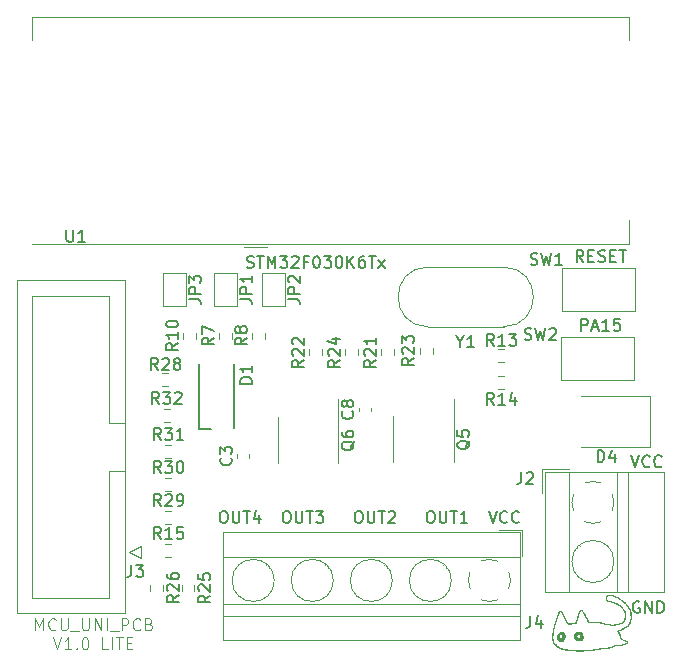
<source format=gbr>
%TF.GenerationSoftware,KiCad,Pcbnew,(6.0.0)*%
%TF.CreationDate,2023-05-26T23:18:24+03:00*%
%TF.ProjectId,uni_mcu_pcb,756e695f-6d63-4755-9f70-63622e6b6963,rev?*%
%TF.SameCoordinates,Original*%
%TF.FileFunction,Legend,Top*%
%TF.FilePolarity,Positive*%
%FSLAX46Y46*%
G04 Gerber Fmt 4.6, Leading zero omitted, Abs format (unit mm)*
G04 Created by KiCad (PCBNEW (6.0.0)) date 2023-05-26 23:18:24*
%MOMM*%
%LPD*%
G01*
G04 APERTURE LIST*
%ADD10C,0.150000*%
%ADD11C,0.100000*%
%ADD12C,0.120000*%
G04 APERTURE END LIST*
D10*
X141541666Y-161377380D02*
X141875000Y-162377380D01*
X142208333Y-161377380D01*
X143113095Y-162282142D02*
X143065476Y-162329761D01*
X142922619Y-162377380D01*
X142827380Y-162377380D01*
X142684523Y-162329761D01*
X142589285Y-162234523D01*
X142541666Y-162139285D01*
X142494047Y-161948809D01*
X142494047Y-161805952D01*
X142541666Y-161615476D01*
X142589285Y-161520238D01*
X142684523Y-161425000D01*
X142827380Y-161377380D01*
X142922619Y-161377380D01*
X143065476Y-161425000D01*
X143113095Y-161472619D01*
X144113095Y-162282142D02*
X144065476Y-162329761D01*
X143922619Y-162377380D01*
X143827380Y-162377380D01*
X143684523Y-162329761D01*
X143589285Y-162234523D01*
X143541666Y-162139285D01*
X143494047Y-161948809D01*
X143494047Y-161805952D01*
X143541666Y-161615476D01*
X143589285Y-161520238D01*
X143684523Y-161425000D01*
X143827380Y-161377380D01*
X143922619Y-161377380D01*
X144065476Y-161425000D01*
X144113095Y-161472619D01*
X137295142Y-150820380D02*
X137295142Y-149820380D01*
X137676095Y-149820380D01*
X137771333Y-149868000D01*
X137818952Y-149915619D01*
X137866571Y-150010857D01*
X137866571Y-150153714D01*
X137818952Y-150248952D01*
X137771333Y-150296571D01*
X137676095Y-150344190D01*
X137295142Y-150344190D01*
X138247523Y-150534666D02*
X138723714Y-150534666D01*
X138152285Y-150820380D02*
X138485619Y-149820380D01*
X138818952Y-150820380D01*
X139676095Y-150820380D02*
X139104666Y-150820380D01*
X139390380Y-150820380D02*
X139390380Y-149820380D01*
X139295142Y-149963238D01*
X139199904Y-150058476D01*
X139104666Y-150106095D01*
X140580857Y-149820380D02*
X140104666Y-149820380D01*
X140057047Y-150296571D01*
X140104666Y-150248952D01*
X140199904Y-150201333D01*
X140438000Y-150201333D01*
X140533238Y-150248952D01*
X140580857Y-150296571D01*
X140628476Y-150391809D01*
X140628476Y-150629904D01*
X140580857Y-150725142D01*
X140533238Y-150772761D01*
X140438000Y-150820380D01*
X140199904Y-150820380D01*
X140104666Y-150772761D01*
X140057047Y-150725142D01*
X137485619Y-144978380D02*
X137152285Y-144502190D01*
X136914190Y-144978380D02*
X136914190Y-143978380D01*
X137295142Y-143978380D01*
X137390380Y-144026000D01*
X137438000Y-144073619D01*
X137485619Y-144168857D01*
X137485619Y-144311714D01*
X137438000Y-144406952D01*
X137390380Y-144454571D01*
X137295142Y-144502190D01*
X136914190Y-144502190D01*
X137914190Y-144454571D02*
X138247523Y-144454571D01*
X138390380Y-144978380D02*
X137914190Y-144978380D01*
X137914190Y-143978380D01*
X138390380Y-143978380D01*
X138771333Y-144930761D02*
X138914190Y-144978380D01*
X139152285Y-144978380D01*
X139247523Y-144930761D01*
X139295142Y-144883142D01*
X139342761Y-144787904D01*
X139342761Y-144692666D01*
X139295142Y-144597428D01*
X139247523Y-144549809D01*
X139152285Y-144502190D01*
X138961809Y-144454571D01*
X138866571Y-144406952D01*
X138818952Y-144359333D01*
X138771333Y-144264095D01*
X138771333Y-144168857D01*
X138818952Y-144073619D01*
X138866571Y-144026000D01*
X138961809Y-143978380D01*
X139199904Y-143978380D01*
X139342761Y-144026000D01*
X139771333Y-144454571D02*
X140104666Y-144454571D01*
X140247523Y-144978380D02*
X139771333Y-144978380D01*
X139771333Y-143978380D01*
X140247523Y-143978380D01*
X140533238Y-143978380D02*
X141104666Y-143978380D01*
X140818952Y-144978380D02*
X140818952Y-143978380D01*
D11*
X91107238Y-176177380D02*
X91107238Y-175177380D01*
X91440571Y-175891666D01*
X91773904Y-175177380D01*
X91773904Y-176177380D01*
X92821523Y-176082142D02*
X92773904Y-176129761D01*
X92631047Y-176177380D01*
X92535809Y-176177380D01*
X92392952Y-176129761D01*
X92297714Y-176034523D01*
X92250095Y-175939285D01*
X92202476Y-175748809D01*
X92202476Y-175605952D01*
X92250095Y-175415476D01*
X92297714Y-175320238D01*
X92392952Y-175225000D01*
X92535809Y-175177380D01*
X92631047Y-175177380D01*
X92773904Y-175225000D01*
X92821523Y-175272619D01*
X93250095Y-175177380D02*
X93250095Y-175986904D01*
X93297714Y-176082142D01*
X93345333Y-176129761D01*
X93440571Y-176177380D01*
X93631047Y-176177380D01*
X93726285Y-176129761D01*
X93773904Y-176082142D01*
X93821523Y-175986904D01*
X93821523Y-175177380D01*
X94059619Y-176272619D02*
X94821523Y-176272619D01*
X95059619Y-175177380D02*
X95059619Y-175986904D01*
X95107238Y-176082142D01*
X95154857Y-176129761D01*
X95250095Y-176177380D01*
X95440571Y-176177380D01*
X95535809Y-176129761D01*
X95583428Y-176082142D01*
X95631047Y-175986904D01*
X95631047Y-175177380D01*
X96107238Y-176177380D02*
X96107238Y-175177380D01*
X96678666Y-176177380D01*
X96678666Y-175177380D01*
X97154857Y-176177380D02*
X97154857Y-175177380D01*
X97392952Y-176272619D02*
X98154857Y-176272619D01*
X98392952Y-176177380D02*
X98392952Y-175177380D01*
X98773904Y-175177380D01*
X98869142Y-175225000D01*
X98916761Y-175272619D01*
X98964380Y-175367857D01*
X98964380Y-175510714D01*
X98916761Y-175605952D01*
X98869142Y-175653571D01*
X98773904Y-175701190D01*
X98392952Y-175701190D01*
X99964380Y-176082142D02*
X99916761Y-176129761D01*
X99773904Y-176177380D01*
X99678666Y-176177380D01*
X99535809Y-176129761D01*
X99440571Y-176034523D01*
X99392952Y-175939285D01*
X99345333Y-175748809D01*
X99345333Y-175605952D01*
X99392952Y-175415476D01*
X99440571Y-175320238D01*
X99535809Y-175225000D01*
X99678666Y-175177380D01*
X99773904Y-175177380D01*
X99916761Y-175225000D01*
X99964380Y-175272619D01*
X100726285Y-175653571D02*
X100869142Y-175701190D01*
X100916761Y-175748809D01*
X100964380Y-175844047D01*
X100964380Y-175986904D01*
X100916761Y-176082142D01*
X100869142Y-176129761D01*
X100773904Y-176177380D01*
X100392952Y-176177380D01*
X100392952Y-175177380D01*
X100726285Y-175177380D01*
X100821523Y-175225000D01*
X100869142Y-175272619D01*
X100916761Y-175367857D01*
X100916761Y-175463095D01*
X100869142Y-175558333D01*
X100821523Y-175605952D01*
X100726285Y-175653571D01*
X100392952Y-175653571D01*
X92631047Y-176787380D02*
X92964380Y-177787380D01*
X93297714Y-176787380D01*
X94154857Y-177787380D02*
X93583428Y-177787380D01*
X93869142Y-177787380D02*
X93869142Y-176787380D01*
X93773904Y-176930238D01*
X93678666Y-177025476D01*
X93583428Y-177073095D01*
X94583428Y-177692142D02*
X94631047Y-177739761D01*
X94583428Y-177787380D01*
X94535809Y-177739761D01*
X94583428Y-177692142D01*
X94583428Y-177787380D01*
X95250095Y-176787380D02*
X95345333Y-176787380D01*
X95440571Y-176835000D01*
X95488190Y-176882619D01*
X95535809Y-176977857D01*
X95583428Y-177168333D01*
X95583428Y-177406428D01*
X95535809Y-177596904D01*
X95488190Y-177692142D01*
X95440571Y-177739761D01*
X95345333Y-177787380D01*
X95250095Y-177787380D01*
X95154857Y-177739761D01*
X95107238Y-177692142D01*
X95059619Y-177596904D01*
X95012000Y-177406428D01*
X95012000Y-177168333D01*
X95059619Y-176977857D01*
X95107238Y-176882619D01*
X95154857Y-176835000D01*
X95250095Y-176787380D01*
X97250095Y-177787380D02*
X96773904Y-177787380D01*
X96773904Y-176787380D01*
X97583428Y-177787380D02*
X97583428Y-176787380D01*
X97916761Y-176787380D02*
X98488190Y-176787380D01*
X98202476Y-177787380D02*
X98202476Y-176787380D01*
X98821523Y-177263571D02*
X99154857Y-177263571D01*
X99297714Y-177787380D02*
X98821523Y-177787380D01*
X98821523Y-176787380D01*
X99297714Y-176787380D01*
D10*
X106951428Y-166076380D02*
X107141904Y-166076380D01*
X107237142Y-166124000D01*
X107332380Y-166219238D01*
X107379999Y-166409714D01*
X107379999Y-166743047D01*
X107332380Y-166933523D01*
X107237142Y-167028761D01*
X107141904Y-167076380D01*
X106951428Y-167076380D01*
X106856190Y-167028761D01*
X106760952Y-166933523D01*
X106713333Y-166743047D01*
X106713333Y-166409714D01*
X106760952Y-166219238D01*
X106856190Y-166124000D01*
X106951428Y-166076380D01*
X107808571Y-166076380D02*
X107808571Y-166885904D01*
X107856190Y-166981142D01*
X107903809Y-167028761D01*
X107999047Y-167076380D01*
X108189523Y-167076380D01*
X108284761Y-167028761D01*
X108332380Y-166981142D01*
X108379999Y-166885904D01*
X108379999Y-166076380D01*
X108713333Y-166076380D02*
X109284761Y-166076380D01*
X108999047Y-167076380D02*
X108999047Y-166076380D01*
X110046666Y-166409714D02*
X110046666Y-167076380D01*
X109808571Y-166028761D02*
X109570476Y-166743047D01*
X110189523Y-166743047D01*
X112284761Y-166076380D02*
X112475238Y-166076380D01*
X112570476Y-166124000D01*
X112665714Y-166219238D01*
X112713333Y-166409714D01*
X112713333Y-166743047D01*
X112665714Y-166933523D01*
X112570476Y-167028761D01*
X112475238Y-167076380D01*
X112284761Y-167076380D01*
X112189523Y-167028761D01*
X112094285Y-166933523D01*
X112046666Y-166743047D01*
X112046666Y-166409714D01*
X112094285Y-166219238D01*
X112189523Y-166124000D01*
X112284761Y-166076380D01*
X113141904Y-166076380D02*
X113141904Y-166885904D01*
X113189523Y-166981142D01*
X113237142Y-167028761D01*
X113332380Y-167076380D01*
X113522857Y-167076380D01*
X113618095Y-167028761D01*
X113665714Y-166981142D01*
X113713333Y-166885904D01*
X113713333Y-166076380D01*
X114046666Y-166076380D02*
X114618095Y-166076380D01*
X114332380Y-167076380D02*
X114332380Y-166076380D01*
X114856190Y-166076380D02*
X115475238Y-166076380D01*
X115141904Y-166457333D01*
X115284761Y-166457333D01*
X115379999Y-166504952D01*
X115427619Y-166552571D01*
X115475238Y-166647809D01*
X115475238Y-166885904D01*
X115427619Y-166981142D01*
X115379999Y-167028761D01*
X115284761Y-167076380D01*
X114999047Y-167076380D01*
X114903809Y-167028761D01*
X114856190Y-166981142D01*
X118379999Y-166076380D02*
X118570476Y-166076380D01*
X118665714Y-166124000D01*
X118760952Y-166219238D01*
X118808571Y-166409714D01*
X118808571Y-166743047D01*
X118760952Y-166933523D01*
X118665714Y-167028761D01*
X118570476Y-167076380D01*
X118379999Y-167076380D01*
X118284761Y-167028761D01*
X118189523Y-166933523D01*
X118141904Y-166743047D01*
X118141904Y-166409714D01*
X118189523Y-166219238D01*
X118284761Y-166124000D01*
X118379999Y-166076380D01*
X119237142Y-166076380D02*
X119237142Y-166885904D01*
X119284761Y-166981142D01*
X119332380Y-167028761D01*
X119427619Y-167076380D01*
X119618095Y-167076380D01*
X119713333Y-167028761D01*
X119760952Y-166981142D01*
X119808571Y-166885904D01*
X119808571Y-166076380D01*
X120141904Y-166076380D02*
X120713333Y-166076380D01*
X120427619Y-167076380D02*
X120427619Y-166076380D01*
X120999047Y-166171619D02*
X121046666Y-166124000D01*
X121141904Y-166076380D01*
X121379999Y-166076380D01*
X121475238Y-166124000D01*
X121522857Y-166171619D01*
X121570476Y-166266857D01*
X121570476Y-166362095D01*
X121522857Y-166504952D01*
X120951428Y-167076380D01*
X121570476Y-167076380D01*
X124475238Y-166076380D02*
X124665714Y-166076380D01*
X124760952Y-166124000D01*
X124856190Y-166219238D01*
X124903809Y-166409714D01*
X124903809Y-166743047D01*
X124856190Y-166933523D01*
X124760952Y-167028761D01*
X124665714Y-167076380D01*
X124475238Y-167076380D01*
X124379999Y-167028761D01*
X124284761Y-166933523D01*
X124237142Y-166743047D01*
X124237142Y-166409714D01*
X124284761Y-166219238D01*
X124379999Y-166124000D01*
X124475238Y-166076380D01*
X125332380Y-166076380D02*
X125332380Y-166885904D01*
X125379999Y-166981142D01*
X125427619Y-167028761D01*
X125522857Y-167076380D01*
X125713333Y-167076380D01*
X125808571Y-167028761D01*
X125856190Y-166981142D01*
X125903809Y-166885904D01*
X125903809Y-166076380D01*
X126237142Y-166076380D02*
X126808571Y-166076380D01*
X126522857Y-167076380D02*
X126522857Y-166076380D01*
X127665714Y-167076380D02*
X127094285Y-167076380D01*
X127379999Y-167076380D02*
X127379999Y-166076380D01*
X127284761Y-166219238D01*
X127189523Y-166314476D01*
X127094285Y-166362095D01*
X129475238Y-166076380D02*
X129808571Y-167076380D01*
X130141904Y-166076380D01*
X131046666Y-166981142D02*
X130999047Y-167028761D01*
X130856190Y-167076380D01*
X130760952Y-167076380D01*
X130618095Y-167028761D01*
X130522857Y-166933523D01*
X130475238Y-166838285D01*
X130427619Y-166647809D01*
X130427619Y-166504952D01*
X130475238Y-166314476D01*
X130522857Y-166219238D01*
X130618095Y-166124000D01*
X130760952Y-166076380D01*
X130856190Y-166076380D01*
X130999047Y-166124000D01*
X131046666Y-166171619D01*
X132046666Y-166981142D02*
X131999047Y-167028761D01*
X131856190Y-167076380D01*
X131760952Y-167076380D01*
X131618095Y-167028761D01*
X131522857Y-166933523D01*
X131475238Y-166838285D01*
X131427619Y-166647809D01*
X131427619Y-166504952D01*
X131475238Y-166314476D01*
X131522857Y-166219238D01*
X131618095Y-166124000D01*
X131760952Y-166076380D01*
X131856190Y-166076380D01*
X131999047Y-166124000D01*
X132046666Y-166171619D01*
X108998476Y-145438761D02*
X109141333Y-145486380D01*
X109379428Y-145486380D01*
X109474666Y-145438761D01*
X109522285Y-145391142D01*
X109569904Y-145295904D01*
X109569904Y-145200666D01*
X109522285Y-145105428D01*
X109474666Y-145057809D01*
X109379428Y-145010190D01*
X109188952Y-144962571D01*
X109093714Y-144914952D01*
X109046095Y-144867333D01*
X108998476Y-144772095D01*
X108998476Y-144676857D01*
X109046095Y-144581619D01*
X109093714Y-144534000D01*
X109188952Y-144486380D01*
X109427047Y-144486380D01*
X109569904Y-144534000D01*
X109855619Y-144486380D02*
X110427047Y-144486380D01*
X110141333Y-145486380D02*
X110141333Y-144486380D01*
X110760380Y-145486380D02*
X110760380Y-144486380D01*
X111093714Y-145200666D01*
X111427047Y-144486380D01*
X111427047Y-145486380D01*
X111808000Y-144486380D02*
X112427047Y-144486380D01*
X112093714Y-144867333D01*
X112236571Y-144867333D01*
X112331809Y-144914952D01*
X112379428Y-144962571D01*
X112427047Y-145057809D01*
X112427047Y-145295904D01*
X112379428Y-145391142D01*
X112331809Y-145438761D01*
X112236571Y-145486380D01*
X111950857Y-145486380D01*
X111855619Y-145438761D01*
X111808000Y-145391142D01*
X112808000Y-144581619D02*
X112855619Y-144534000D01*
X112950857Y-144486380D01*
X113188952Y-144486380D01*
X113284190Y-144534000D01*
X113331809Y-144581619D01*
X113379428Y-144676857D01*
X113379428Y-144772095D01*
X113331809Y-144914952D01*
X112760380Y-145486380D01*
X113379428Y-145486380D01*
X114141333Y-144962571D02*
X113808000Y-144962571D01*
X113808000Y-145486380D02*
X113808000Y-144486380D01*
X114284190Y-144486380D01*
X114855619Y-144486380D02*
X114950857Y-144486380D01*
X115046095Y-144534000D01*
X115093714Y-144581619D01*
X115141333Y-144676857D01*
X115188952Y-144867333D01*
X115188952Y-145105428D01*
X115141333Y-145295904D01*
X115093714Y-145391142D01*
X115046095Y-145438761D01*
X114950857Y-145486380D01*
X114855619Y-145486380D01*
X114760380Y-145438761D01*
X114712761Y-145391142D01*
X114665142Y-145295904D01*
X114617523Y-145105428D01*
X114617523Y-144867333D01*
X114665142Y-144676857D01*
X114712761Y-144581619D01*
X114760380Y-144534000D01*
X114855619Y-144486380D01*
X115522285Y-144486380D02*
X116141333Y-144486380D01*
X115808000Y-144867333D01*
X115950857Y-144867333D01*
X116046095Y-144914952D01*
X116093714Y-144962571D01*
X116141333Y-145057809D01*
X116141333Y-145295904D01*
X116093714Y-145391142D01*
X116046095Y-145438761D01*
X115950857Y-145486380D01*
X115665142Y-145486380D01*
X115569904Y-145438761D01*
X115522285Y-145391142D01*
X116760380Y-144486380D02*
X116855619Y-144486380D01*
X116950857Y-144534000D01*
X116998476Y-144581619D01*
X117046095Y-144676857D01*
X117093714Y-144867333D01*
X117093714Y-145105428D01*
X117046095Y-145295904D01*
X116998476Y-145391142D01*
X116950857Y-145438761D01*
X116855619Y-145486380D01*
X116760380Y-145486380D01*
X116665142Y-145438761D01*
X116617523Y-145391142D01*
X116569904Y-145295904D01*
X116522285Y-145105428D01*
X116522285Y-144867333D01*
X116569904Y-144676857D01*
X116617523Y-144581619D01*
X116665142Y-144534000D01*
X116760380Y-144486380D01*
X117522285Y-145486380D02*
X117522285Y-144486380D01*
X118093714Y-145486380D02*
X117665142Y-144914952D01*
X118093714Y-144486380D02*
X117522285Y-145057809D01*
X118950857Y-144486380D02*
X118760380Y-144486380D01*
X118665142Y-144534000D01*
X118617523Y-144581619D01*
X118522285Y-144724476D01*
X118474666Y-144914952D01*
X118474666Y-145295904D01*
X118522285Y-145391142D01*
X118569904Y-145438761D01*
X118665142Y-145486380D01*
X118855619Y-145486380D01*
X118950857Y-145438761D01*
X118998476Y-145391142D01*
X119046095Y-145295904D01*
X119046095Y-145057809D01*
X118998476Y-144962571D01*
X118950857Y-144914952D01*
X118855619Y-144867333D01*
X118665142Y-144867333D01*
X118569904Y-144914952D01*
X118522285Y-144962571D01*
X118474666Y-145057809D01*
X119331809Y-144486380D02*
X119903238Y-144486380D01*
X119617523Y-145486380D02*
X119617523Y-144486380D01*
X120141333Y-145486380D02*
X120665142Y-144819714D01*
X120141333Y-144819714D02*
X120665142Y-145486380D01*
X142240095Y-173744000D02*
X142144857Y-173696380D01*
X142002000Y-173696380D01*
X141859142Y-173744000D01*
X141763904Y-173839238D01*
X141716285Y-173934476D01*
X141668666Y-174124952D01*
X141668666Y-174267809D01*
X141716285Y-174458285D01*
X141763904Y-174553523D01*
X141859142Y-174648761D01*
X142002000Y-174696380D01*
X142097238Y-174696380D01*
X142240095Y-174648761D01*
X142287714Y-174601142D01*
X142287714Y-174267809D01*
X142097238Y-174267809D01*
X142716285Y-174696380D02*
X142716285Y-173696380D01*
X143287714Y-174696380D01*
X143287714Y-173696380D01*
X143763904Y-174696380D02*
X143763904Y-173696380D01*
X144002000Y-173696380D01*
X144144857Y-173744000D01*
X144240095Y-173839238D01*
X144287714Y-173934476D01*
X144335333Y-174124952D01*
X144335333Y-174267809D01*
X144287714Y-174458285D01*
X144240095Y-174553523D01*
X144144857Y-174648761D01*
X144002000Y-174696380D01*
X143763904Y-174696380D01*
%TO.C,R8*%
X109004380Y-151400166D02*
X108528190Y-151733500D01*
X109004380Y-151971595D02*
X108004380Y-151971595D01*
X108004380Y-151590642D01*
X108052000Y-151495404D01*
X108099619Y-151447785D01*
X108194857Y-151400166D01*
X108337714Y-151400166D01*
X108432952Y-151447785D01*
X108480571Y-151495404D01*
X108528190Y-151590642D01*
X108528190Y-151971595D01*
X108432952Y-150828738D02*
X108385333Y-150923976D01*
X108337714Y-150971595D01*
X108242476Y-151019214D01*
X108194857Y-151019214D01*
X108099619Y-150971595D01*
X108052000Y-150923976D01*
X108004380Y-150828738D01*
X108004380Y-150638261D01*
X108052000Y-150543023D01*
X108099619Y-150495404D01*
X108194857Y-150447785D01*
X108242476Y-150447785D01*
X108337714Y-150495404D01*
X108385333Y-150543023D01*
X108432952Y-150638261D01*
X108432952Y-150828738D01*
X108480571Y-150923976D01*
X108528190Y-150971595D01*
X108623428Y-151019214D01*
X108813904Y-151019214D01*
X108909142Y-150971595D01*
X108956761Y-150923976D01*
X109004380Y-150828738D01*
X109004380Y-150638261D01*
X108956761Y-150543023D01*
X108909142Y-150495404D01*
X108813904Y-150447785D01*
X108623428Y-150447785D01*
X108528190Y-150495404D01*
X108480571Y-150543023D01*
X108432952Y-150638261D01*
%TO.C,R30*%
X101719142Y-162852380D02*
X101385809Y-162376190D01*
X101147714Y-162852380D02*
X101147714Y-161852380D01*
X101528666Y-161852380D01*
X101623904Y-161900000D01*
X101671523Y-161947619D01*
X101719142Y-162042857D01*
X101719142Y-162185714D01*
X101671523Y-162280952D01*
X101623904Y-162328571D01*
X101528666Y-162376190D01*
X101147714Y-162376190D01*
X102052476Y-161852380D02*
X102671523Y-161852380D01*
X102338190Y-162233333D01*
X102481047Y-162233333D01*
X102576285Y-162280952D01*
X102623904Y-162328571D01*
X102671523Y-162423809D01*
X102671523Y-162661904D01*
X102623904Y-162757142D01*
X102576285Y-162804761D01*
X102481047Y-162852380D01*
X102195333Y-162852380D01*
X102100095Y-162804761D01*
X102052476Y-162757142D01*
X103290571Y-161852380D02*
X103385809Y-161852380D01*
X103481047Y-161900000D01*
X103528666Y-161947619D01*
X103576285Y-162042857D01*
X103623904Y-162233333D01*
X103623904Y-162471428D01*
X103576285Y-162661904D01*
X103528666Y-162757142D01*
X103481047Y-162804761D01*
X103385809Y-162852380D01*
X103290571Y-162852380D01*
X103195333Y-162804761D01*
X103147714Y-162757142D01*
X103100095Y-162661904D01*
X103052476Y-162471428D01*
X103052476Y-162233333D01*
X103100095Y-162042857D01*
X103147714Y-161947619D01*
X103195333Y-161900000D01*
X103290571Y-161852380D01*
%TO.C,R10*%
X103162380Y-151876357D02*
X102686190Y-152209690D01*
X103162380Y-152447785D02*
X102162380Y-152447785D01*
X102162380Y-152066833D01*
X102210000Y-151971595D01*
X102257619Y-151923976D01*
X102352857Y-151876357D01*
X102495714Y-151876357D01*
X102590952Y-151923976D01*
X102638571Y-151971595D01*
X102686190Y-152066833D01*
X102686190Y-152447785D01*
X103162380Y-150923976D02*
X103162380Y-151495404D01*
X103162380Y-151209690D02*
X102162380Y-151209690D01*
X102305238Y-151304928D01*
X102400476Y-151400166D01*
X102448095Y-151495404D01*
X102162380Y-150304928D02*
X102162380Y-150209690D01*
X102210000Y-150114452D01*
X102257619Y-150066833D01*
X102352857Y-150019214D01*
X102543333Y-149971595D01*
X102781428Y-149971595D01*
X102971904Y-150019214D01*
X103067142Y-150066833D01*
X103114761Y-150114452D01*
X103162380Y-150209690D01*
X103162380Y-150304928D01*
X103114761Y-150400166D01*
X103067142Y-150447785D01*
X102971904Y-150495404D01*
X102781428Y-150543023D01*
X102543333Y-150543023D01*
X102352857Y-150495404D01*
X102257619Y-150447785D01*
X102210000Y-150400166D01*
X102162380Y-150304928D01*
%TO.C,SW2*%
X132524666Y-151534761D02*
X132667523Y-151582380D01*
X132905619Y-151582380D01*
X133000857Y-151534761D01*
X133048476Y-151487142D01*
X133096095Y-151391904D01*
X133096095Y-151296666D01*
X133048476Y-151201428D01*
X133000857Y-151153809D01*
X132905619Y-151106190D01*
X132715142Y-151058571D01*
X132619904Y-151010952D01*
X132572285Y-150963333D01*
X132524666Y-150868095D01*
X132524666Y-150772857D01*
X132572285Y-150677619D01*
X132619904Y-150630000D01*
X132715142Y-150582380D01*
X132953238Y-150582380D01*
X133096095Y-150630000D01*
X133429428Y-150582380D02*
X133667523Y-151582380D01*
X133858000Y-150868095D01*
X134048476Y-151582380D01*
X134286571Y-150582380D01*
X134619904Y-150677619D02*
X134667523Y-150630000D01*
X134762761Y-150582380D01*
X135000857Y-150582380D01*
X135096095Y-150630000D01*
X135143714Y-150677619D01*
X135191333Y-150772857D01*
X135191333Y-150868095D01*
X135143714Y-151010952D01*
X134572285Y-151582380D01*
X135191333Y-151582380D01*
%TO.C,R7*%
X106210380Y-151400166D02*
X105734190Y-151733500D01*
X106210380Y-151971595D02*
X105210380Y-151971595D01*
X105210380Y-151590642D01*
X105258000Y-151495404D01*
X105305619Y-151447785D01*
X105400857Y-151400166D01*
X105543714Y-151400166D01*
X105638952Y-151447785D01*
X105686571Y-151495404D01*
X105734190Y-151590642D01*
X105734190Y-151971595D01*
X105210380Y-151066833D02*
X105210380Y-150400166D01*
X106210380Y-150828738D01*
%TO.C,R21*%
X119926380Y-153296857D02*
X119450190Y-153630190D01*
X119926380Y-153868285D02*
X118926380Y-153868285D01*
X118926380Y-153487333D01*
X118974000Y-153392095D01*
X119021619Y-153344476D01*
X119116857Y-153296857D01*
X119259714Y-153296857D01*
X119354952Y-153344476D01*
X119402571Y-153392095D01*
X119450190Y-153487333D01*
X119450190Y-153868285D01*
X119021619Y-152915904D02*
X118974000Y-152868285D01*
X118926380Y-152773047D01*
X118926380Y-152534952D01*
X118974000Y-152439714D01*
X119021619Y-152392095D01*
X119116857Y-152344476D01*
X119212095Y-152344476D01*
X119354952Y-152392095D01*
X119926380Y-152963523D01*
X119926380Y-152344476D01*
X119926380Y-151392095D02*
X119926380Y-151963523D01*
X119926380Y-151677809D02*
X118926380Y-151677809D01*
X119069238Y-151773047D01*
X119164476Y-151868285D01*
X119212095Y-151963523D01*
%TO.C,Y1*%
X127058809Y-151741190D02*
X127058809Y-152217380D01*
X126725476Y-151217380D02*
X127058809Y-151741190D01*
X127392142Y-151217380D01*
X128249285Y-152217380D02*
X127677857Y-152217380D01*
X127963571Y-152217380D02*
X127963571Y-151217380D01*
X127868333Y-151360238D01*
X127773095Y-151455476D01*
X127677857Y-151503095D01*
%TO.C,D4*%
X138707904Y-161948380D02*
X138707904Y-160948380D01*
X138946000Y-160948380D01*
X139088857Y-160996000D01*
X139184095Y-161091238D01*
X139231714Y-161186476D01*
X139279333Y-161376952D01*
X139279333Y-161519809D01*
X139231714Y-161710285D01*
X139184095Y-161805523D01*
X139088857Y-161900761D01*
X138946000Y-161948380D01*
X138707904Y-161948380D01*
X140136476Y-161281714D02*
X140136476Y-161948380D01*
X139898380Y-160900761D02*
X139660285Y-161615047D01*
X140279333Y-161615047D01*
%TO.C,U1*%
X93726095Y-142277880D02*
X93726095Y-143087404D01*
X93773714Y-143182642D01*
X93821333Y-143230261D01*
X93916571Y-143277880D01*
X94107047Y-143277880D01*
X94202285Y-143230261D01*
X94249904Y-143182642D01*
X94297523Y-143087404D01*
X94297523Y-142277880D01*
X95297523Y-143277880D02*
X94726095Y-143277880D01*
X95011809Y-143277880D02*
X95011809Y-142277880D01*
X94916571Y-142420738D01*
X94821333Y-142515976D01*
X94726095Y-142563595D01*
%TO.C,R28*%
X101465142Y-154122380D02*
X101131809Y-153646190D01*
X100893714Y-154122380D02*
X100893714Y-153122380D01*
X101274666Y-153122380D01*
X101369904Y-153170000D01*
X101417523Y-153217619D01*
X101465142Y-153312857D01*
X101465142Y-153455714D01*
X101417523Y-153550952D01*
X101369904Y-153598571D01*
X101274666Y-153646190D01*
X100893714Y-153646190D01*
X101846095Y-153217619D02*
X101893714Y-153170000D01*
X101988952Y-153122380D01*
X102227047Y-153122380D01*
X102322285Y-153170000D01*
X102369904Y-153217619D01*
X102417523Y-153312857D01*
X102417523Y-153408095D01*
X102369904Y-153550952D01*
X101798476Y-154122380D01*
X102417523Y-154122380D01*
X102988952Y-153550952D02*
X102893714Y-153503333D01*
X102846095Y-153455714D01*
X102798476Y-153360476D01*
X102798476Y-153312857D01*
X102846095Y-153217619D01*
X102893714Y-153170000D01*
X102988952Y-153122380D01*
X103179428Y-153122380D01*
X103274666Y-153170000D01*
X103322285Y-153217619D01*
X103369904Y-153312857D01*
X103369904Y-153360476D01*
X103322285Y-153455714D01*
X103274666Y-153503333D01*
X103179428Y-153550952D01*
X102988952Y-153550952D01*
X102893714Y-153598571D01*
X102846095Y-153646190D01*
X102798476Y-153741428D01*
X102798476Y-153931904D01*
X102846095Y-154027142D01*
X102893714Y-154074761D01*
X102988952Y-154122380D01*
X103179428Y-154122380D01*
X103274666Y-154074761D01*
X103322285Y-154027142D01*
X103369904Y-153931904D01*
X103369904Y-153741428D01*
X103322285Y-153646190D01*
X103274666Y-153598571D01*
X103179428Y-153550952D01*
%TO.C,D1*%
X109418380Y-155297095D02*
X108418380Y-155297095D01*
X108418380Y-155059000D01*
X108466000Y-154916142D01*
X108561238Y-154820904D01*
X108656476Y-154773285D01*
X108846952Y-154725666D01*
X108989809Y-154725666D01*
X109180285Y-154773285D01*
X109275523Y-154820904D01*
X109370761Y-154916142D01*
X109418380Y-155059000D01*
X109418380Y-155297095D01*
X109418380Y-153773285D02*
X109418380Y-154344714D01*
X109418380Y-154059000D02*
X108418380Y-154059000D01*
X108561238Y-154154238D01*
X108656476Y-154249476D01*
X108704095Y-154344714D01*
%TO.C,R29*%
X101719142Y-165646380D02*
X101385809Y-165170190D01*
X101147714Y-165646380D02*
X101147714Y-164646380D01*
X101528666Y-164646380D01*
X101623904Y-164694000D01*
X101671523Y-164741619D01*
X101719142Y-164836857D01*
X101719142Y-164979714D01*
X101671523Y-165074952D01*
X101623904Y-165122571D01*
X101528666Y-165170190D01*
X101147714Y-165170190D01*
X102100095Y-164741619D02*
X102147714Y-164694000D01*
X102242952Y-164646380D01*
X102481047Y-164646380D01*
X102576285Y-164694000D01*
X102623904Y-164741619D01*
X102671523Y-164836857D01*
X102671523Y-164932095D01*
X102623904Y-165074952D01*
X102052476Y-165646380D01*
X102671523Y-165646380D01*
X103147714Y-165646380D02*
X103338190Y-165646380D01*
X103433428Y-165598761D01*
X103481047Y-165551142D01*
X103576285Y-165408285D01*
X103623904Y-165217809D01*
X103623904Y-164836857D01*
X103576285Y-164741619D01*
X103528666Y-164694000D01*
X103433428Y-164646380D01*
X103242952Y-164646380D01*
X103147714Y-164694000D01*
X103100095Y-164741619D01*
X103052476Y-164836857D01*
X103052476Y-165074952D01*
X103100095Y-165170190D01*
X103147714Y-165217809D01*
X103242952Y-165265428D01*
X103433428Y-165265428D01*
X103528666Y-165217809D01*
X103576285Y-165170190D01*
X103623904Y-165074952D01*
%TO.C,Q5*%
X127899619Y-160115238D02*
X127852000Y-160210476D01*
X127756761Y-160305714D01*
X127613904Y-160448571D01*
X127566285Y-160543809D01*
X127566285Y-160639047D01*
X127804380Y-160591428D02*
X127756761Y-160686666D01*
X127661523Y-160781904D01*
X127471047Y-160829523D01*
X127137714Y-160829523D01*
X126947238Y-160781904D01*
X126852000Y-160686666D01*
X126804380Y-160591428D01*
X126804380Y-160400952D01*
X126852000Y-160305714D01*
X126947238Y-160210476D01*
X127137714Y-160162857D01*
X127471047Y-160162857D01*
X127661523Y-160210476D01*
X127756761Y-160305714D01*
X127804380Y-160400952D01*
X127804380Y-160591428D01*
X126804380Y-159258095D02*
X126804380Y-159734285D01*
X127280571Y-159781904D01*
X127232952Y-159734285D01*
X127185333Y-159639047D01*
X127185333Y-159400952D01*
X127232952Y-159305714D01*
X127280571Y-159258095D01*
X127375809Y-159210476D01*
X127613904Y-159210476D01*
X127709142Y-159258095D01*
X127756761Y-159305714D01*
X127804380Y-159400952D01*
X127804380Y-159639047D01*
X127756761Y-159734285D01*
X127709142Y-159781904D01*
%TO.C,R25*%
X105895380Y-173235857D02*
X105419190Y-173569190D01*
X105895380Y-173807285D02*
X104895380Y-173807285D01*
X104895380Y-173426333D01*
X104943000Y-173331095D01*
X104990619Y-173283476D01*
X105085857Y-173235857D01*
X105228714Y-173235857D01*
X105323952Y-173283476D01*
X105371571Y-173331095D01*
X105419190Y-173426333D01*
X105419190Y-173807285D01*
X104990619Y-172854904D02*
X104943000Y-172807285D01*
X104895380Y-172712047D01*
X104895380Y-172473952D01*
X104943000Y-172378714D01*
X104990619Y-172331095D01*
X105085857Y-172283476D01*
X105181095Y-172283476D01*
X105323952Y-172331095D01*
X105895380Y-172902523D01*
X105895380Y-172283476D01*
X104895380Y-171378714D02*
X104895380Y-171854904D01*
X105371571Y-171902523D01*
X105323952Y-171854904D01*
X105276333Y-171759666D01*
X105276333Y-171521571D01*
X105323952Y-171426333D01*
X105371571Y-171378714D01*
X105466809Y-171331095D01*
X105704904Y-171331095D01*
X105800142Y-171378714D01*
X105847761Y-171426333D01*
X105895380Y-171521571D01*
X105895380Y-171759666D01*
X105847761Y-171854904D01*
X105800142Y-171902523D01*
%TO.C,R13*%
X129913142Y-152090380D02*
X129579809Y-151614190D01*
X129341714Y-152090380D02*
X129341714Y-151090380D01*
X129722666Y-151090380D01*
X129817904Y-151138000D01*
X129865523Y-151185619D01*
X129913142Y-151280857D01*
X129913142Y-151423714D01*
X129865523Y-151518952D01*
X129817904Y-151566571D01*
X129722666Y-151614190D01*
X129341714Y-151614190D01*
X130865523Y-152090380D02*
X130294095Y-152090380D01*
X130579809Y-152090380D02*
X130579809Y-151090380D01*
X130484571Y-151233238D01*
X130389333Y-151328476D01*
X130294095Y-151376095D01*
X131198857Y-151090380D02*
X131817904Y-151090380D01*
X131484571Y-151471333D01*
X131627428Y-151471333D01*
X131722666Y-151518952D01*
X131770285Y-151566571D01*
X131817904Y-151661809D01*
X131817904Y-151899904D01*
X131770285Y-151995142D01*
X131722666Y-152042761D01*
X131627428Y-152090380D01*
X131341714Y-152090380D01*
X131246476Y-152042761D01*
X131198857Y-151995142D01*
%TO.C,R23*%
X123134380Y-153146357D02*
X122658190Y-153479690D01*
X123134380Y-153717785D02*
X122134380Y-153717785D01*
X122134380Y-153336833D01*
X122182000Y-153241595D01*
X122229619Y-153193976D01*
X122324857Y-153146357D01*
X122467714Y-153146357D01*
X122562952Y-153193976D01*
X122610571Y-153241595D01*
X122658190Y-153336833D01*
X122658190Y-153717785D01*
X122229619Y-152765404D02*
X122182000Y-152717785D01*
X122134380Y-152622547D01*
X122134380Y-152384452D01*
X122182000Y-152289214D01*
X122229619Y-152241595D01*
X122324857Y-152193976D01*
X122420095Y-152193976D01*
X122562952Y-152241595D01*
X123134380Y-152813023D01*
X123134380Y-152193976D01*
X122134380Y-151860642D02*
X122134380Y-151241595D01*
X122515333Y-151574928D01*
X122515333Y-151432071D01*
X122562952Y-151336833D01*
X122610571Y-151289214D01*
X122705809Y-151241595D01*
X122943904Y-151241595D01*
X123039142Y-151289214D01*
X123086761Y-151336833D01*
X123134380Y-151432071D01*
X123134380Y-151717785D01*
X123086761Y-151813023D01*
X123039142Y-151860642D01*
%TO.C,SW1*%
X133032666Y-145184761D02*
X133175523Y-145232380D01*
X133413619Y-145232380D01*
X133508857Y-145184761D01*
X133556476Y-145137142D01*
X133604095Y-145041904D01*
X133604095Y-144946666D01*
X133556476Y-144851428D01*
X133508857Y-144803809D01*
X133413619Y-144756190D01*
X133223142Y-144708571D01*
X133127904Y-144660952D01*
X133080285Y-144613333D01*
X133032666Y-144518095D01*
X133032666Y-144422857D01*
X133080285Y-144327619D01*
X133127904Y-144280000D01*
X133223142Y-144232380D01*
X133461238Y-144232380D01*
X133604095Y-144280000D01*
X133937428Y-144232380D02*
X134175523Y-145232380D01*
X134366000Y-144518095D01*
X134556476Y-145232380D01*
X134794571Y-144232380D01*
X135699333Y-145232380D02*
X135127904Y-145232380D01*
X135413619Y-145232380D02*
X135413619Y-144232380D01*
X135318380Y-144375238D01*
X135223142Y-144470476D01*
X135127904Y-144518095D01*
%TO.C,R15*%
X101719142Y-168440380D02*
X101385809Y-167964190D01*
X101147714Y-168440380D02*
X101147714Y-167440380D01*
X101528666Y-167440380D01*
X101623904Y-167488000D01*
X101671523Y-167535619D01*
X101719142Y-167630857D01*
X101719142Y-167773714D01*
X101671523Y-167868952D01*
X101623904Y-167916571D01*
X101528666Y-167964190D01*
X101147714Y-167964190D01*
X102671523Y-168440380D02*
X102100095Y-168440380D01*
X102385809Y-168440380D02*
X102385809Y-167440380D01*
X102290571Y-167583238D01*
X102195333Y-167678476D01*
X102100095Y-167726095D01*
X103576285Y-167440380D02*
X103100095Y-167440380D01*
X103052476Y-167916571D01*
X103100095Y-167868952D01*
X103195333Y-167821333D01*
X103433428Y-167821333D01*
X103528666Y-167868952D01*
X103576285Y-167916571D01*
X103623904Y-168011809D01*
X103623904Y-168249904D01*
X103576285Y-168345142D01*
X103528666Y-168392761D01*
X103433428Y-168440380D01*
X103195333Y-168440380D01*
X103100095Y-168392761D01*
X103052476Y-168345142D01*
%TO.C,R26*%
X103228380Y-173212357D02*
X102752190Y-173545690D01*
X103228380Y-173783785D02*
X102228380Y-173783785D01*
X102228380Y-173402833D01*
X102276000Y-173307595D01*
X102323619Y-173259976D01*
X102418857Y-173212357D01*
X102561714Y-173212357D01*
X102656952Y-173259976D01*
X102704571Y-173307595D01*
X102752190Y-173402833D01*
X102752190Y-173783785D01*
X102323619Y-172831404D02*
X102276000Y-172783785D01*
X102228380Y-172688547D01*
X102228380Y-172450452D01*
X102276000Y-172355214D01*
X102323619Y-172307595D01*
X102418857Y-172259976D01*
X102514095Y-172259976D01*
X102656952Y-172307595D01*
X103228380Y-172879023D01*
X103228380Y-172259976D01*
X102228380Y-171402833D02*
X102228380Y-171593309D01*
X102276000Y-171688547D01*
X102323619Y-171736166D01*
X102466476Y-171831404D01*
X102656952Y-171879023D01*
X103037904Y-171879023D01*
X103133142Y-171831404D01*
X103180761Y-171783785D01*
X103228380Y-171688547D01*
X103228380Y-171498071D01*
X103180761Y-171402833D01*
X103133142Y-171355214D01*
X103037904Y-171307595D01*
X102799809Y-171307595D01*
X102704571Y-171355214D01*
X102656952Y-171402833D01*
X102609333Y-171498071D01*
X102609333Y-171688547D01*
X102656952Y-171783785D01*
X102704571Y-171831404D01*
X102799809Y-171879023D01*
%TO.C,J4*%
X133016666Y-174966380D02*
X133016666Y-175680666D01*
X132969047Y-175823523D01*
X132873809Y-175918761D01*
X132730952Y-175966380D01*
X132635714Y-175966380D01*
X133921428Y-175299714D02*
X133921428Y-175966380D01*
X133683333Y-174918761D02*
X133445238Y-175633047D01*
X134064285Y-175633047D01*
%TO.C,R22*%
X113830380Y-153296857D02*
X113354190Y-153630190D01*
X113830380Y-153868285D02*
X112830380Y-153868285D01*
X112830380Y-153487333D01*
X112878000Y-153392095D01*
X112925619Y-153344476D01*
X113020857Y-153296857D01*
X113163714Y-153296857D01*
X113258952Y-153344476D01*
X113306571Y-153392095D01*
X113354190Y-153487333D01*
X113354190Y-153868285D01*
X112925619Y-152915904D02*
X112878000Y-152868285D01*
X112830380Y-152773047D01*
X112830380Y-152534952D01*
X112878000Y-152439714D01*
X112925619Y-152392095D01*
X113020857Y-152344476D01*
X113116095Y-152344476D01*
X113258952Y-152392095D01*
X113830380Y-152963523D01*
X113830380Y-152344476D01*
X112925619Y-151963523D02*
X112878000Y-151915904D01*
X112830380Y-151820666D01*
X112830380Y-151582571D01*
X112878000Y-151487333D01*
X112925619Y-151439714D01*
X113020857Y-151392095D01*
X113116095Y-151392095D01*
X113258952Y-151439714D01*
X113830380Y-152011142D01*
X113830380Y-151392095D01*
%TO.C,JP3*%
X104122380Y-148153333D02*
X104836666Y-148153333D01*
X104979523Y-148200952D01*
X105074761Y-148296190D01*
X105122380Y-148439047D01*
X105122380Y-148534285D01*
X105122380Y-147677142D02*
X104122380Y-147677142D01*
X104122380Y-147296190D01*
X104170000Y-147200952D01*
X104217619Y-147153333D01*
X104312857Y-147105714D01*
X104455714Y-147105714D01*
X104550952Y-147153333D01*
X104598571Y-147200952D01*
X104646190Y-147296190D01*
X104646190Y-147677142D01*
X104122380Y-146772380D02*
X104122380Y-146153333D01*
X104503333Y-146486666D01*
X104503333Y-146343809D01*
X104550952Y-146248571D01*
X104598571Y-146200952D01*
X104693809Y-146153333D01*
X104931904Y-146153333D01*
X105027142Y-146200952D01*
X105074761Y-146248571D01*
X105122380Y-146343809D01*
X105122380Y-146629523D01*
X105074761Y-146724761D01*
X105027142Y-146772380D01*
%TO.C,R24*%
X116878380Y-153296857D02*
X116402190Y-153630190D01*
X116878380Y-153868285D02*
X115878380Y-153868285D01*
X115878380Y-153487333D01*
X115926000Y-153392095D01*
X115973619Y-153344476D01*
X116068857Y-153296857D01*
X116211714Y-153296857D01*
X116306952Y-153344476D01*
X116354571Y-153392095D01*
X116402190Y-153487333D01*
X116402190Y-153868285D01*
X115973619Y-152915904D02*
X115926000Y-152868285D01*
X115878380Y-152773047D01*
X115878380Y-152534952D01*
X115926000Y-152439714D01*
X115973619Y-152392095D01*
X116068857Y-152344476D01*
X116164095Y-152344476D01*
X116306952Y-152392095D01*
X116878380Y-152963523D01*
X116878380Y-152344476D01*
X116211714Y-151487333D02*
X116878380Y-151487333D01*
X115830761Y-151725428D02*
X116545047Y-151963523D01*
X116545047Y-151344476D01*
%TO.C,R31*%
X101719142Y-160058380D02*
X101385809Y-159582190D01*
X101147714Y-160058380D02*
X101147714Y-159058380D01*
X101528666Y-159058380D01*
X101623904Y-159106000D01*
X101671523Y-159153619D01*
X101719142Y-159248857D01*
X101719142Y-159391714D01*
X101671523Y-159486952D01*
X101623904Y-159534571D01*
X101528666Y-159582190D01*
X101147714Y-159582190D01*
X102052476Y-159058380D02*
X102671523Y-159058380D01*
X102338190Y-159439333D01*
X102481047Y-159439333D01*
X102576285Y-159486952D01*
X102623904Y-159534571D01*
X102671523Y-159629809D01*
X102671523Y-159867904D01*
X102623904Y-159963142D01*
X102576285Y-160010761D01*
X102481047Y-160058380D01*
X102195333Y-160058380D01*
X102100095Y-160010761D01*
X102052476Y-159963142D01*
X103623904Y-160058380D02*
X103052476Y-160058380D01*
X103338190Y-160058380D02*
X103338190Y-159058380D01*
X103242952Y-159201238D01*
X103147714Y-159296476D01*
X103052476Y-159344095D01*
%TO.C,R14*%
X129913142Y-157076380D02*
X129579809Y-156600190D01*
X129341714Y-157076380D02*
X129341714Y-156076380D01*
X129722666Y-156076380D01*
X129817904Y-156124000D01*
X129865523Y-156171619D01*
X129913142Y-156266857D01*
X129913142Y-156409714D01*
X129865523Y-156504952D01*
X129817904Y-156552571D01*
X129722666Y-156600190D01*
X129341714Y-156600190D01*
X130865523Y-157076380D02*
X130294095Y-157076380D01*
X130579809Y-157076380D02*
X130579809Y-156076380D01*
X130484571Y-156219238D01*
X130389333Y-156314476D01*
X130294095Y-156362095D01*
X131722666Y-156409714D02*
X131722666Y-157076380D01*
X131484571Y-156028761D02*
X131246476Y-156743047D01*
X131865523Y-156743047D01*
%TO.C,JP1*%
X108440380Y-148153333D02*
X109154666Y-148153333D01*
X109297523Y-148200952D01*
X109392761Y-148296190D01*
X109440380Y-148439047D01*
X109440380Y-148534285D01*
X109440380Y-147677142D02*
X108440380Y-147677142D01*
X108440380Y-147296190D01*
X108488000Y-147200952D01*
X108535619Y-147153333D01*
X108630857Y-147105714D01*
X108773714Y-147105714D01*
X108868952Y-147153333D01*
X108916571Y-147200952D01*
X108964190Y-147296190D01*
X108964190Y-147677142D01*
X109440380Y-146153333D02*
X109440380Y-146724761D01*
X109440380Y-146439047D02*
X108440380Y-146439047D01*
X108583238Y-146534285D01*
X108678476Y-146629523D01*
X108726095Y-146724761D01*
%TO.C,R32*%
X101568642Y-157010380D02*
X101235309Y-156534190D01*
X100997214Y-157010380D02*
X100997214Y-156010380D01*
X101378166Y-156010380D01*
X101473404Y-156058000D01*
X101521023Y-156105619D01*
X101568642Y-156200857D01*
X101568642Y-156343714D01*
X101521023Y-156438952D01*
X101473404Y-156486571D01*
X101378166Y-156534190D01*
X100997214Y-156534190D01*
X101901976Y-156010380D02*
X102521023Y-156010380D01*
X102187690Y-156391333D01*
X102330547Y-156391333D01*
X102425785Y-156438952D01*
X102473404Y-156486571D01*
X102521023Y-156581809D01*
X102521023Y-156819904D01*
X102473404Y-156915142D01*
X102425785Y-156962761D01*
X102330547Y-157010380D01*
X102044833Y-157010380D01*
X101949595Y-156962761D01*
X101901976Y-156915142D01*
X102901976Y-156105619D02*
X102949595Y-156058000D01*
X103044833Y-156010380D01*
X103282928Y-156010380D01*
X103378166Y-156058000D01*
X103425785Y-156105619D01*
X103473404Y-156200857D01*
X103473404Y-156296095D01*
X103425785Y-156438952D01*
X102854357Y-157010380D01*
X103473404Y-157010380D01*
%TO.C,C8*%
X117926142Y-157646666D02*
X117973761Y-157694285D01*
X118021380Y-157837142D01*
X118021380Y-157932380D01*
X117973761Y-158075238D01*
X117878523Y-158170476D01*
X117783285Y-158218095D01*
X117592809Y-158265714D01*
X117449952Y-158265714D01*
X117259476Y-158218095D01*
X117164238Y-158170476D01*
X117069000Y-158075238D01*
X117021380Y-157932380D01*
X117021380Y-157837142D01*
X117069000Y-157694285D01*
X117116619Y-157646666D01*
X117449952Y-157075238D02*
X117402333Y-157170476D01*
X117354714Y-157218095D01*
X117259476Y-157265714D01*
X117211857Y-157265714D01*
X117116619Y-157218095D01*
X117069000Y-157170476D01*
X117021380Y-157075238D01*
X117021380Y-156884761D01*
X117069000Y-156789523D01*
X117116619Y-156741904D01*
X117211857Y-156694285D01*
X117259476Y-156694285D01*
X117354714Y-156741904D01*
X117402333Y-156789523D01*
X117449952Y-156884761D01*
X117449952Y-157075238D01*
X117497571Y-157170476D01*
X117545190Y-157218095D01*
X117640428Y-157265714D01*
X117830904Y-157265714D01*
X117926142Y-157218095D01*
X117973761Y-157170476D01*
X118021380Y-157075238D01*
X118021380Y-156884761D01*
X117973761Y-156789523D01*
X117926142Y-156741904D01*
X117830904Y-156694285D01*
X117640428Y-156694285D01*
X117545190Y-156741904D01*
X117497571Y-156789523D01*
X117449952Y-156884761D01*
%TO.C,Q6*%
X118120619Y-160180238D02*
X118073000Y-160275476D01*
X117977761Y-160370714D01*
X117834904Y-160513571D01*
X117787285Y-160608809D01*
X117787285Y-160704047D01*
X118025380Y-160656428D02*
X117977761Y-160751666D01*
X117882523Y-160846904D01*
X117692047Y-160894523D01*
X117358714Y-160894523D01*
X117168238Y-160846904D01*
X117073000Y-160751666D01*
X117025380Y-160656428D01*
X117025380Y-160465952D01*
X117073000Y-160370714D01*
X117168238Y-160275476D01*
X117358714Y-160227857D01*
X117692047Y-160227857D01*
X117882523Y-160275476D01*
X117977761Y-160370714D01*
X118025380Y-160465952D01*
X118025380Y-160656428D01*
X117025380Y-159370714D02*
X117025380Y-159561190D01*
X117073000Y-159656428D01*
X117120619Y-159704047D01*
X117263476Y-159799285D01*
X117453952Y-159846904D01*
X117834904Y-159846904D01*
X117930142Y-159799285D01*
X117977761Y-159751666D01*
X118025380Y-159656428D01*
X118025380Y-159465952D01*
X117977761Y-159370714D01*
X117930142Y-159323095D01*
X117834904Y-159275476D01*
X117596809Y-159275476D01*
X117501571Y-159323095D01*
X117453952Y-159370714D01*
X117406333Y-159465952D01*
X117406333Y-159656428D01*
X117453952Y-159751666D01*
X117501571Y-159799285D01*
X117596809Y-159846904D01*
%TO.C,J3*%
X99234666Y-170648380D02*
X99234666Y-171362666D01*
X99187047Y-171505523D01*
X99091809Y-171600761D01*
X98948952Y-171648380D01*
X98853714Y-171648380D01*
X99615619Y-170648380D02*
X100234666Y-170648380D01*
X99901333Y-171029333D01*
X100044190Y-171029333D01*
X100139428Y-171076952D01*
X100187047Y-171124571D01*
X100234666Y-171219809D01*
X100234666Y-171457904D01*
X100187047Y-171553142D01*
X100139428Y-171600761D01*
X100044190Y-171648380D01*
X99758476Y-171648380D01*
X99663238Y-171600761D01*
X99615619Y-171553142D01*
%TO.C,JP2*%
X112504380Y-148153333D02*
X113218666Y-148153333D01*
X113361523Y-148200952D01*
X113456761Y-148296190D01*
X113504380Y-148439047D01*
X113504380Y-148534285D01*
X113504380Y-147677142D02*
X112504380Y-147677142D01*
X112504380Y-147296190D01*
X112552000Y-147200952D01*
X112599619Y-147153333D01*
X112694857Y-147105714D01*
X112837714Y-147105714D01*
X112932952Y-147153333D01*
X112980571Y-147200952D01*
X113028190Y-147296190D01*
X113028190Y-147677142D01*
X112599619Y-146724761D02*
X112552000Y-146677142D01*
X112504380Y-146581904D01*
X112504380Y-146343809D01*
X112552000Y-146248571D01*
X112599619Y-146200952D01*
X112694857Y-146153333D01*
X112790095Y-146153333D01*
X112932952Y-146200952D01*
X113504380Y-146772380D01*
X113504380Y-146153333D01*
%TO.C,J2*%
X132254666Y-162774380D02*
X132254666Y-163488666D01*
X132207047Y-163631523D01*
X132111809Y-163726761D01*
X131968952Y-163774380D01*
X131873714Y-163774380D01*
X132683238Y-162869619D02*
X132730857Y-162822000D01*
X132826095Y-162774380D01*
X133064190Y-162774380D01*
X133159428Y-162822000D01*
X133207047Y-162869619D01*
X133254666Y-162964857D01*
X133254666Y-163060095D01*
X133207047Y-163202952D01*
X132635619Y-163774380D01*
X133254666Y-163774380D01*
%TO.C,C3*%
X107639142Y-161583666D02*
X107686761Y-161631285D01*
X107734380Y-161774142D01*
X107734380Y-161869380D01*
X107686761Y-162012238D01*
X107591523Y-162107476D01*
X107496285Y-162155095D01*
X107305809Y-162202714D01*
X107162952Y-162202714D01*
X106972476Y-162155095D01*
X106877238Y-162107476D01*
X106782000Y-162012238D01*
X106734380Y-161869380D01*
X106734380Y-161774142D01*
X106782000Y-161631285D01*
X106829619Y-161583666D01*
X106734380Y-161250333D02*
X106734380Y-160631285D01*
X107115333Y-160964619D01*
X107115333Y-160821761D01*
X107162952Y-160726523D01*
X107210571Y-160678904D01*
X107305809Y-160631285D01*
X107543904Y-160631285D01*
X107639142Y-160678904D01*
X107686761Y-160726523D01*
X107734380Y-160821761D01*
X107734380Y-161107476D01*
X107686761Y-161202714D01*
X107639142Y-161250333D01*
D11*
%TO.C,REF\u002A\u002A*%
X140459895Y-173454281D02*
X140714176Y-173608666D01*
X139729999Y-173165808D02*
X139788417Y-173166517D01*
X139788417Y-173166517D02*
X139831243Y-173168454D01*
X139831243Y-173168454D02*
X139860876Y-173171825D01*
X139860876Y-173171825D02*
X139879717Y-173176835D01*
X139879717Y-173176835D02*
X139884188Y-173179004D01*
X139884188Y-173179004D02*
X139908209Y-173188867D01*
X139908209Y-173188867D02*
X139926681Y-173192201D01*
X139926681Y-173192201D02*
X139948761Y-173195988D01*
X139948761Y-173195988D02*
X139974929Y-173204727D01*
X139974929Y-173204727D02*
X139976238Y-173205284D01*
X139976238Y-173205284D02*
X140006066Y-173218191D01*
X140006066Y-173218191D02*
X140036839Y-173231562D01*
X140036839Y-173231562D02*
X140037363Y-173231790D01*
X140037363Y-173231790D02*
X140066172Y-173246762D01*
X140066172Y-173246762D02*
X140095868Y-173265638D01*
X140095868Y-173265638D02*
X140099933Y-173268583D01*
X140099933Y-173268583D02*
X140122712Y-173283027D01*
X140122712Y-173283027D02*
X140141839Y-173291051D01*
X140141839Y-173291051D02*
X140145968Y-173291633D01*
X140145968Y-173291633D02*
X140161656Y-173295658D01*
X140161656Y-173295658D02*
X140186885Y-173306084D01*
X140186885Y-173306084D02*
X140209542Y-173317231D01*
X140209542Y-173317231D02*
X140246924Y-173335214D01*
X140246924Y-173335214D02*
X140287976Y-173352474D01*
X140287976Y-173352474D02*
X140307671Y-173359727D01*
X140307671Y-173359727D02*
X140341987Y-173373705D01*
X140341987Y-173373705D02*
X140374670Y-173390659D01*
X140374670Y-173390659D02*
X140388764Y-173399784D01*
X140388764Y-173399784D02*
X140418375Y-173419668D01*
X140418375Y-173419668D02*
X140449699Y-173438106D01*
X140449699Y-173438106D02*
X140453733Y-173440238D01*
X140453733Y-173440238D02*
X140473395Y-173451663D01*
X140473395Y-173451663D02*
X140483126Y-173459847D01*
X140483126Y-173459847D02*
X140483253Y-173461446D01*
X140483253Y-173461446D02*
X140476502Y-173460958D01*
X140476502Y-173460958D02*
X140459895Y-173454281D01*
X140459895Y-173454281D02*
X140431839Y-173440657D01*
X140431839Y-173440657D02*
X140390742Y-173419327D01*
X140390742Y-173419327D02*
X140357228Y-173401481D01*
X140357228Y-173401481D02*
X140326494Y-173385960D01*
X140326494Y-173385960D02*
X140288479Y-173368158D01*
X140288479Y-173368158D02*
X140246957Y-173349673D01*
X140246957Y-173349673D02*
X140205702Y-173332104D01*
X140205702Y-173332104D02*
X140168489Y-173317049D01*
X140168489Y-173317049D02*
X140139091Y-173306105D01*
X140139091Y-173306105D02*
X140121283Y-173300872D01*
X140121283Y-173300872D02*
X140119112Y-173300643D01*
X140119112Y-173300643D02*
X140101730Y-173294294D01*
X140101730Y-173294294D02*
X140086063Y-173281315D01*
X140086063Y-173281315D02*
X140068049Y-173265443D01*
X140068049Y-173265443D02*
X140041947Y-173250318D01*
X140041947Y-173250318D02*
X140005687Y-173235147D01*
X140005687Y-173235147D02*
X139957197Y-173219139D01*
X139957197Y-173219139D02*
X139894406Y-173201502D01*
X139894406Y-173201502D02*
X139842659Y-173188217D01*
X139842659Y-173188217D02*
X139807595Y-173182405D01*
X139807595Y-173182405D02*
X139763136Y-173180707D01*
X139763136Y-173180707D02*
X139705378Y-173182996D01*
X139705378Y-173182996D02*
X139698495Y-173183454D01*
X139698495Y-173183454D02*
X139654864Y-173186706D01*
X139654864Y-173186706D02*
X139624256Y-173190313D01*
X139624256Y-173190313D02*
X139601703Y-173195721D01*
X139601703Y-173195721D02*
X139582240Y-173204374D01*
X139582240Y-173204374D02*
X139560901Y-173217720D01*
X139560901Y-173217720D02*
X139546302Y-173227768D01*
X139546302Y-173227768D02*
X139513819Y-173250183D01*
X139513819Y-173250183D02*
X139482139Y-173271778D01*
X139482139Y-173271778D02*
X139459790Y-173286767D01*
X139459790Y-173286767D02*
X139427340Y-173308190D01*
X139427340Y-173308190D02*
X139421085Y-173399008D01*
X139421085Y-173399008D02*
X139418966Y-173441820D01*
X139418966Y-173441820D02*
X139418446Y-173481669D01*
X139418446Y-173481669D02*
X139419540Y-173512656D01*
X139419540Y-173512656D02*
X139420807Y-173523631D01*
X139420807Y-173523631D02*
X139432753Y-173555249D01*
X139432753Y-173555249D02*
X139458552Y-173590259D01*
X139458552Y-173590259D02*
X139499220Y-173629837D01*
X139499220Y-173629837D02*
X139544627Y-173666715D01*
X139544627Y-173666715D02*
X139597013Y-173706831D01*
X139597013Y-173706831D02*
X139711049Y-173711280D01*
X139711049Y-173711280D02*
X139760302Y-173713569D01*
X139760302Y-173713569D02*
X139795616Y-173716419D01*
X139795616Y-173716419D02*
X139821074Y-173720547D01*
X139821074Y-173720547D02*
X139840756Y-173726668D01*
X139840756Y-173726668D02*
X139858743Y-173735501D01*
X139858743Y-173735501D02*
X139862998Y-173737949D01*
X139862998Y-173737949D02*
X139891110Y-173751393D01*
X139891110Y-173751393D02*
X139917626Y-173759292D01*
X139917626Y-173759292D02*
X139926116Y-173760168D01*
X139926116Y-173760168D02*
X139947498Y-173763230D01*
X139947498Y-173763230D02*
X139978594Y-173771229D01*
X139978594Y-173771229D02*
X140010109Y-173781542D01*
X140010109Y-173781542D02*
X140045554Y-173794402D01*
X140045554Y-173794402D02*
X140079044Y-173806507D01*
X140079044Y-173806507D02*
X140100435Y-173814199D01*
X140100435Y-173814199D02*
X140128922Y-173824436D01*
X140128922Y-173824436D02*
X140162700Y-173836636D01*
X140162700Y-173836636D02*
X140174190Y-173840800D01*
X140174190Y-173840800D02*
X140208991Y-173855877D01*
X140208991Y-173855877D02*
X140244065Y-173874713D01*
X140244065Y-173874713D02*
X140252837Y-173880226D01*
X140252837Y-173880226D02*
X140275493Y-173894346D01*
X140275493Y-173894346D02*
X140291973Y-173903032D01*
X140291973Y-173903032D02*
X140296215Y-173904352D01*
X140296215Y-173904352D02*
X140308673Y-173908610D01*
X140308673Y-173908610D02*
X140331899Y-173919678D01*
X140331899Y-173919678D02*
X140361236Y-173935046D01*
X140361236Y-173935046D02*
X140392032Y-173952200D01*
X140392032Y-173952200D02*
X140419631Y-173968630D01*
X140419631Y-173968630D02*
X140438321Y-173981036D01*
X140438321Y-173981036D02*
X140462789Y-173996920D01*
X140462789Y-173996920D02*
X140494139Y-174014626D01*
X140494139Y-174014626D02*
X140509397Y-174022418D01*
X140509397Y-174022418D02*
X140537178Y-174038560D01*
X140537178Y-174038560D02*
X140559441Y-174056006D01*
X140559441Y-174056006D02*
X140567029Y-174064662D01*
X140567029Y-174064662D02*
X140585128Y-174083069D01*
X140585128Y-174083069D02*
X140608581Y-174097435D01*
X140608581Y-174097435D02*
X140624162Y-174105722D01*
X140624162Y-174105722D02*
X140641667Y-174118735D01*
X140641667Y-174118735D02*
X140663203Y-174138480D01*
X140663203Y-174138480D02*
X140690874Y-174166967D01*
X140690874Y-174166967D02*
X140726786Y-174206204D01*
X140726786Y-174206204D02*
X140750915Y-174233208D01*
X140750915Y-174233208D02*
X140806456Y-174299114D01*
X140806456Y-174299114D02*
X140848665Y-174356695D01*
X140848665Y-174356695D02*
X140877158Y-174405342D01*
X140877158Y-174405342D02*
X140891551Y-174444443D01*
X140891551Y-174444443D02*
X140893340Y-174460074D01*
X140893340Y-174460074D02*
X140899828Y-174480256D01*
X140899828Y-174480256D02*
X140917409Y-174507918D01*
X140917409Y-174507918D02*
X140943257Y-174539093D01*
X140943257Y-174539093D02*
X140966035Y-174562083D01*
X140966035Y-174562083D02*
X140988337Y-174587363D01*
X140988337Y-174587363D02*
X141005534Y-174614624D01*
X141005534Y-174614624D02*
X141009900Y-174625038D01*
X141009900Y-174625038D02*
X141014744Y-174649474D01*
X141014744Y-174649474D02*
X141018880Y-174688340D01*
X141018880Y-174688340D02*
X141022226Y-174738059D01*
X141022226Y-174738059D02*
X141024697Y-174795051D01*
X141024697Y-174795051D02*
X141026210Y-174855739D01*
X141026210Y-174855739D02*
X141026682Y-174916543D01*
X141026682Y-174916543D02*
X141026029Y-174973885D01*
X141026029Y-174973885D02*
X141024168Y-175024186D01*
X141024168Y-175024186D02*
X141021016Y-175063867D01*
X141021016Y-175063867D02*
X141020266Y-175069896D01*
X141020266Y-175069896D02*
X141008658Y-175133613D01*
X141008658Y-175133613D02*
X140992014Y-175193930D01*
X140992014Y-175193930D02*
X140971738Y-175247115D01*
X140971738Y-175247115D02*
X140949234Y-175289437D01*
X140949234Y-175289437D02*
X140927846Y-175315504D01*
X140927846Y-175315504D02*
X140912632Y-175334091D01*
X140912632Y-175334091D02*
X140896631Y-175361101D01*
X140896631Y-175361101D02*
X140890945Y-175373009D01*
X140890945Y-175373009D02*
X140862957Y-175425402D01*
X140862957Y-175425402D02*
X140827956Y-175467155D01*
X140827956Y-175467155D02*
X140780628Y-175504539D01*
X140780628Y-175504539D02*
X140778039Y-175506275D01*
X140778039Y-175506275D02*
X140743738Y-175527337D01*
X140743738Y-175527337D02*
X140704314Y-175548765D01*
X140704314Y-175548765D02*
X140664022Y-175568560D01*
X140664022Y-175568560D02*
X140627118Y-175584720D01*
X140627118Y-175584720D02*
X140597857Y-175595245D01*
X140597857Y-175595245D02*
X140582406Y-175598267D01*
X140582406Y-175598267D02*
X140561904Y-175600858D01*
X140561904Y-175600858D02*
X140538073Y-175606693D01*
X140538073Y-175606693D02*
X140512857Y-175614059D01*
X140512857Y-175614059D02*
X140474971Y-175624745D01*
X140474971Y-175624745D02*
X140429164Y-175637445D01*
X140429164Y-175637445D02*
X140380184Y-175650851D01*
X140380184Y-175650851D02*
X140332776Y-175663654D01*
X140332776Y-175663654D02*
X140293565Y-175674056D01*
X140293565Y-175674056D02*
X140257036Y-175681972D01*
X140257036Y-175681972D02*
X140220962Y-175687170D01*
X140220962Y-175687170D02*
X140201392Y-175688369D01*
X140201392Y-175688369D02*
X140167182Y-175691708D01*
X140167182Y-175691708D02*
X140133300Y-175699868D01*
X140133300Y-175699868D02*
X140129901Y-175701076D01*
X140129901Y-175701076D02*
X140106045Y-175709065D01*
X140106045Y-175709065D02*
X140070723Y-175719774D01*
X140070723Y-175719774D02*
X140029918Y-175731419D01*
X140029918Y-175731419D02*
X140010332Y-175736765D01*
X140010332Y-175736765D02*
X139958003Y-175748901D01*
X139958003Y-175748901D02*
X139916331Y-175753023D01*
X139916331Y-175753023D02*
X139879617Y-175748683D01*
X139879617Y-175748683D02*
X139842161Y-175735429D01*
X139842161Y-175735429D02*
X139813572Y-175721209D01*
X139813572Y-175721209D02*
X139781428Y-175707601D01*
X139781428Y-175707601D02*
X139735612Y-175692966D01*
X139735612Y-175692966D02*
X139680368Y-175678223D01*
X139680368Y-175678223D02*
X139619939Y-175664291D01*
X139619939Y-175664291D02*
X139558567Y-175652087D01*
X139558567Y-175652087D02*
X139500497Y-175642530D01*
X139500497Y-175642530D02*
X139449973Y-175636538D01*
X139449973Y-175636538D02*
X139414954Y-175634945D01*
X139414954Y-175634945D02*
X139377706Y-175632606D01*
X139377706Y-175632606D02*
X139335480Y-175625938D01*
X139335480Y-175625938D02*
X139312035Y-175620366D01*
X139312035Y-175620366D02*
X139280575Y-175611663D01*
X139280575Y-175611663D02*
X139251651Y-175604079D01*
X139251651Y-175604079D02*
X139219365Y-175596139D01*
X139219365Y-175596139D02*
X139177820Y-175586367D01*
X139177820Y-175586367D02*
X139156607Y-175581457D01*
X139156607Y-175581457D02*
X139131969Y-175575482D01*
X139131969Y-175575482D02*
X139096530Y-175566537D01*
X139096530Y-175566537D02*
X139056903Y-175556298D01*
X139056903Y-175556298D02*
X139046231Y-175553499D01*
X139046231Y-175553499D02*
X139005699Y-175543103D01*
X139005699Y-175543103D02*
X138966646Y-175533547D01*
X138966646Y-175533547D02*
X138936155Y-175526554D01*
X138936155Y-175526554D02*
X138930748Y-175525417D01*
X138930748Y-175525417D02*
X138904354Y-175519014D01*
X138904354Y-175519014D02*
X138884927Y-175512485D01*
X138884927Y-175512485D02*
X138881191Y-175510576D01*
X138881191Y-175510576D02*
X138870341Y-175509141D01*
X138870341Y-175509141D02*
X138843217Y-175507631D01*
X138843217Y-175507631D02*
X138801568Y-175506089D01*
X138801568Y-175506089D02*
X138747139Y-175504558D01*
X138747139Y-175504558D02*
X138681678Y-175503079D01*
X138681678Y-175503079D02*
X138606933Y-175501696D01*
X138606933Y-175501696D02*
X138524649Y-175500452D01*
X138524649Y-175500452D02*
X138436575Y-175499388D01*
X138436575Y-175499388D02*
X138413630Y-175499153D01*
X138413630Y-175499153D02*
X137956730Y-175494648D01*
X137956730Y-175494648D02*
X137915365Y-175454102D01*
X137915365Y-175454102D02*
X137875174Y-175408353D01*
X137875174Y-175408353D02*
X137842493Y-175355813D01*
X137842493Y-175355813D02*
X137813952Y-175291012D01*
X137813952Y-175291012D02*
X137812551Y-175287291D01*
X137812551Y-175287291D02*
X137794064Y-175242550D01*
X137794064Y-175242550D02*
X137771856Y-175195966D01*
X137771856Y-175195966D02*
X137747961Y-175151122D01*
X137747961Y-175151122D02*
X137724414Y-175111599D01*
X137724414Y-175111599D02*
X137703247Y-175080979D01*
X137703247Y-175080979D02*
X137686496Y-175062845D01*
X137686496Y-175062845D02*
X137684192Y-175061236D01*
X137684192Y-175061236D02*
X137675413Y-175050254D01*
X137675413Y-175050254D02*
X137662903Y-175028216D01*
X137662903Y-175028216D02*
X137653675Y-175009192D01*
X137653675Y-175009192D02*
X137638087Y-174977445D01*
X137638087Y-174977445D02*
X137621748Y-174947978D01*
X137621748Y-174947978D02*
X137614194Y-174936010D01*
X137614194Y-174936010D02*
X137601656Y-174913298D01*
X137601656Y-174913298D02*
X137595709Y-174893887D01*
X137595709Y-174893887D02*
X137595634Y-174892346D01*
X137595634Y-174892346D02*
X137590994Y-174875149D01*
X137590994Y-174875149D02*
X137578732Y-174847234D01*
X137578732Y-174847234D02*
X137561226Y-174812875D01*
X137561226Y-174812875D02*
X137540854Y-174776346D01*
X137540854Y-174776346D02*
X137519995Y-174741922D01*
X137519995Y-174741922D02*
X137501026Y-174713876D01*
X137501026Y-174713876D02*
X137487020Y-174697125D01*
X137487020Y-174697125D02*
X137466108Y-174672843D01*
X137466108Y-174672843D02*
X137447930Y-174644741D01*
X137447930Y-174644741D02*
X137447058Y-174643064D01*
X137447058Y-174643064D02*
X137431912Y-174618620D01*
X137431912Y-174618620D02*
X137409981Y-174589114D01*
X137409981Y-174589114D02*
X137393910Y-174569948D01*
X137393910Y-174569948D02*
X137370907Y-174543207D01*
X137370907Y-174543207D02*
X137350552Y-174518025D01*
X137350552Y-174518025D02*
X137340614Y-174504624D01*
X137340614Y-174504624D02*
X137328223Y-174490316D01*
X137328223Y-174490316D02*
X137312449Y-174483274D01*
X137312449Y-174483274D02*
X137286880Y-174481099D01*
X137286880Y-174481099D02*
X137277542Y-174481036D01*
X137277542Y-174481036D02*
X137242199Y-174483860D01*
X137242199Y-174483860D02*
X137216898Y-174493637D01*
X137216898Y-174493637D02*
X137206296Y-174501309D01*
X137206296Y-174501309D02*
X137187130Y-174522447D01*
X137187130Y-174522447D02*
X137164131Y-174555461D01*
X137164131Y-174555461D02*
X137140005Y-174595475D01*
X137140005Y-174595475D02*
X137117455Y-174637615D01*
X137117455Y-174637615D02*
X137099187Y-174677005D01*
X137099187Y-174677005D02*
X137087905Y-174708771D01*
X137087905Y-174708771D02*
X137085955Y-174718239D01*
X137085955Y-174718239D02*
X137080111Y-174751179D01*
X137080111Y-174751179D02*
X137071635Y-174786327D01*
X137071635Y-174786327D02*
X137062006Y-174818719D01*
X137062006Y-174818719D02*
X137052701Y-174843391D01*
X137052701Y-174843391D02*
X137045198Y-174855379D01*
X137045198Y-174855379D02*
X137045114Y-174855433D01*
X137045114Y-174855433D02*
X137039280Y-174867184D01*
X137039280Y-174867184D02*
X137036937Y-174887545D01*
X137036937Y-174887545D02*
X137034198Y-174905773D01*
X137034198Y-174905773D02*
X137026683Y-174937108D01*
X137026683Y-174937108D02*
X137015442Y-174977605D01*
X137015442Y-174977605D02*
X137001529Y-175023321D01*
X137001529Y-175023321D02*
X136996837Y-175037936D01*
X136996837Y-175037936D02*
X136980255Y-175089927D01*
X136980255Y-175089927D02*
X136963832Y-175143144D01*
X136963832Y-175143144D02*
X136949348Y-175191711D01*
X136949348Y-175191711D02*
X136938585Y-175229752D01*
X136938585Y-175229752D02*
X136937646Y-175233263D01*
X136937646Y-175233263D02*
X136924550Y-175277413D01*
X136924550Y-175277413D02*
X136908500Y-175324212D01*
X136908500Y-175324212D02*
X136892949Y-175363599D01*
X136892949Y-175363599D02*
X136892811Y-175363912D01*
X136892811Y-175363912D02*
X136876364Y-175405117D01*
X136876364Y-175405117D02*
X136860568Y-175450750D01*
X136860568Y-175450750D02*
X136851551Y-175481133D01*
X136851551Y-175481133D02*
X136838917Y-175521803D01*
X136838917Y-175521803D02*
X136824220Y-175548119D01*
X136824220Y-175548119D02*
X136803427Y-175563120D01*
X136803427Y-175563120D02*
X136772507Y-175569841D01*
X136772507Y-175569841D02*
X136731842Y-175571323D01*
X136731842Y-175571323D02*
X136683168Y-175574253D01*
X136683168Y-175574253D02*
X136624175Y-175582328D01*
X136624175Y-175582328D02*
X136561517Y-175594629D01*
X136561517Y-175594629D02*
X136559392Y-175595113D01*
X136559392Y-175595113D02*
X136515750Y-175604599D01*
X136515750Y-175604599D02*
X136478780Y-175611067D01*
X136478780Y-175611067D02*
X136443164Y-175614986D01*
X136443164Y-175614986D02*
X136403586Y-175616825D01*
X136403586Y-175616825D02*
X136354728Y-175617052D01*
X136354728Y-175617052D02*
X136316114Y-175616568D01*
X136316114Y-175616568D02*
X136266759Y-175615290D01*
X136266759Y-175615290D02*
X136223027Y-175613253D01*
X136223027Y-175613253D02*
X136188443Y-175610689D01*
X136188443Y-175610689D02*
X136166529Y-175607833D01*
X136166529Y-175607833D02*
X136161316Y-175606313D01*
X136161316Y-175606313D02*
X136147920Y-175591518D01*
X136147920Y-175591518D02*
X136143295Y-175578013D01*
X136143295Y-175578013D02*
X136136728Y-175561654D01*
X136136728Y-175561654D02*
X136129151Y-175556594D01*
X136129151Y-175556594D02*
X136111684Y-175554657D01*
X136111684Y-175554657D02*
X136109162Y-175554341D01*
X136109162Y-175554341D02*
X136095670Y-175545203D01*
X136095670Y-175545203D02*
X136077049Y-175522462D01*
X136077049Y-175522462D02*
X136055134Y-175489136D01*
X136055134Y-175489136D02*
X136031761Y-175448244D01*
X136031761Y-175448244D02*
X136008764Y-175402803D01*
X136008764Y-175402803D02*
X135987979Y-175355831D01*
X135987979Y-175355831D02*
X135987067Y-175353586D01*
X135987067Y-175353586D02*
X135968263Y-175309143D01*
X135968263Y-175309143D02*
X135948796Y-175266564D01*
X135948796Y-175266564D02*
X135931141Y-175231089D01*
X135931141Y-175231089D02*
X135919315Y-175210285D01*
X135919315Y-175210285D02*
X135902712Y-175180308D01*
X135902712Y-175180308D02*
X135890302Y-175150538D01*
X135890302Y-175150538D02*
X135886877Y-175138106D01*
X135886877Y-175138106D02*
X135876123Y-175102221D01*
X135876123Y-175102221D02*
X135855813Y-175054253D01*
X135855813Y-175054253D02*
X135827101Y-174996614D01*
X135827101Y-174996614D02*
X135791140Y-174931714D01*
X135791140Y-174931714D02*
X135775112Y-174904474D01*
X135775112Y-174904474D02*
X135745627Y-174854252D01*
X135745627Y-174854252D02*
X135716752Y-174803429D01*
X135716752Y-174803429D02*
X135689908Y-174754686D01*
X135689908Y-174754686D02*
X135666521Y-174710700D01*
X135666521Y-174710700D02*
X135648014Y-174674150D01*
X135648014Y-174674150D02*
X135635810Y-174647713D01*
X135635810Y-174647713D02*
X135631333Y-174634070D01*
X135631333Y-174634070D02*
X135631332Y-174633975D01*
X135631332Y-174633975D02*
X135627391Y-174617188D01*
X135627391Y-174617188D02*
X135617417Y-174592839D01*
X135617417Y-174592839D02*
X135604188Y-174566269D01*
X135604188Y-174566269D02*
X135590481Y-174542820D01*
X135590481Y-174542820D02*
X135579070Y-174527833D01*
X135579070Y-174527833D02*
X135574754Y-174525129D01*
X135574754Y-174525129D02*
X135519453Y-174527462D01*
X135519453Y-174527462D02*
X135474424Y-174544556D01*
X135474424Y-174544556D02*
X135439490Y-174576488D01*
X135439490Y-174576488D02*
X135430913Y-174589037D01*
X135430913Y-174589037D02*
X135421096Y-174609170D01*
X135421096Y-174609170D02*
X135408291Y-174641105D01*
X135408291Y-174641105D02*
X135394017Y-174680315D01*
X135394017Y-174680315D02*
X135379792Y-174722274D01*
X135379792Y-174722274D02*
X135367136Y-174762454D01*
X135367136Y-174762454D02*
X135357565Y-174796330D01*
X135357565Y-174796330D02*
X135352598Y-174819374D01*
X135352598Y-174819374D02*
X135352231Y-174823631D01*
X135352231Y-174823631D02*
X135348208Y-174837661D01*
X135348208Y-174837661D02*
X135337700Y-174862863D01*
X135337700Y-174862863D02*
X135322723Y-174894519D01*
X135322723Y-174894519D02*
X135317570Y-174904745D01*
X135317570Y-174904745D02*
X135300759Y-174940946D01*
X135300759Y-174940946D02*
X135280300Y-174990142D01*
X135280300Y-174990142D02*
X135257760Y-175048079D01*
X135257760Y-175048079D02*
X135234706Y-175110503D01*
X135234706Y-175110503D02*
X135212703Y-175173159D01*
X135212703Y-175173159D02*
X135193319Y-175231793D01*
X135193319Y-175231793D02*
X135178121Y-175282150D01*
X135178121Y-175282150D02*
X135176659Y-175287412D01*
X135176659Y-175287412D02*
X135166763Y-175319631D01*
X135166763Y-175319631D02*
X135152358Y-175361835D01*
X135152358Y-175361835D02*
X135135774Y-175407337D01*
X135135774Y-175407337D02*
X135126263Y-175432123D01*
X135126263Y-175432123D02*
X135111649Y-175470706D01*
X135111649Y-175470706D02*
X135099949Y-175504099D01*
X135099949Y-175504099D02*
X135092570Y-175528133D01*
X135092570Y-175528133D02*
X135090715Y-175537570D01*
X135090715Y-175537570D02*
X135087440Y-175557546D01*
X135087440Y-175557546D02*
X135082449Y-175573064D01*
X135082449Y-175573064D02*
X135076465Y-175591844D01*
X135076465Y-175591844D02*
X135068392Y-175622065D01*
X135068392Y-175622065D02*
X135059873Y-175657538D01*
X135059873Y-175657538D02*
X135059014Y-175661339D01*
X135059014Y-175661339D02*
X135048567Y-175704090D01*
X135048567Y-175704090D02*
X135036280Y-175748932D01*
X135036280Y-175748932D02*
X135025834Y-175782977D01*
X135025834Y-175782977D02*
X135013251Y-175823728D01*
X135013251Y-175823728D02*
X135000928Y-175868331D01*
X135000928Y-175868331D02*
X134995290Y-175891101D01*
X134995290Y-175891101D02*
X134986884Y-175923101D01*
X134986884Y-175923101D02*
X134974393Y-175965518D01*
X134974393Y-175965518D02*
X134959792Y-176011797D01*
X134959792Y-176011797D02*
X134950473Y-176039771D01*
X134950473Y-176039771D02*
X134940858Y-176069554D01*
X134940858Y-176069554D02*
X134932538Y-176099600D01*
X134932538Y-176099600D02*
X134925248Y-176131954D01*
X134925248Y-176131954D02*
X134918725Y-176168662D01*
X134918725Y-176168662D02*
X134912703Y-176211768D01*
X134912703Y-176211768D02*
X134906918Y-176263319D01*
X134906918Y-176263319D02*
X134901105Y-176325358D01*
X134901105Y-176325358D02*
X134894999Y-176399932D01*
X134894999Y-176399932D02*
X134888336Y-176489086D01*
X134888336Y-176489086D02*
X134883438Y-176557862D01*
X134883438Y-176557862D02*
X134879154Y-176605271D01*
X134879154Y-176605271D02*
X134873374Y-176650762D01*
X134873374Y-176650762D02*
X134866912Y-176688669D01*
X134866912Y-176688669D02*
X134861561Y-176710475D01*
X134861561Y-176710475D02*
X134855941Y-176736830D01*
X134855941Y-176736830D02*
X134852925Y-176769398D01*
X134852925Y-176769398D02*
X134852390Y-176803512D01*
X134852390Y-176803512D02*
X134854215Y-176834506D01*
X134854215Y-176834506D02*
X134858277Y-176857712D01*
X134858277Y-176857712D02*
X134864454Y-176868464D01*
X134864454Y-176868464D02*
X134865702Y-176868717D01*
X134865702Y-176868717D02*
X134871481Y-176877040D01*
X134871481Y-176877040D02*
X134879188Y-176899694D01*
X134879188Y-176899694D02*
X134887962Y-176933208D01*
X134887962Y-176933208D02*
X134896940Y-176974110D01*
X134896940Y-176974110D02*
X134905261Y-177018927D01*
X134905261Y-177018927D02*
X134909286Y-177044268D01*
X134909286Y-177044268D02*
X134915148Y-177075796D01*
X134915148Y-177075796D02*
X134921762Y-177099381D01*
X134921762Y-177099381D02*
X134927754Y-177110200D01*
X134927754Y-177110200D02*
X134928082Y-177110344D01*
X134928082Y-177110344D02*
X134936186Y-177120787D01*
X134936186Y-177120787D02*
X134937540Y-177129424D01*
X134937540Y-177129424D02*
X134941583Y-177146033D01*
X134941583Y-177146033D02*
X134951956Y-177171483D01*
X134951956Y-177171483D02*
X134960817Y-177189493D01*
X134960817Y-177189493D02*
X134976552Y-177217779D01*
X134976552Y-177217779D02*
X134988964Y-177237281D01*
X134988964Y-177237281D02*
X134996533Y-177246036D01*
X134996533Y-177246036D02*
X134997737Y-177242086D01*
X134997737Y-177242086D02*
X134995078Y-177233634D01*
X134995078Y-177233634D02*
X134996402Y-177229710D01*
X134996402Y-177229710D02*
X135006618Y-177238072D01*
X135006618Y-177238072D02*
X135019391Y-177252145D01*
X135019391Y-177252145D02*
X135040522Y-177275796D01*
X135040522Y-177275796D02*
X135069336Y-177306339D01*
X135069336Y-177306339D02*
X135100523Y-177338176D01*
X135100523Y-177338176D02*
X135109152Y-177346753D01*
X135109152Y-177346753D02*
X135136756Y-177375483D01*
X135136756Y-177375483D02*
X135160048Y-177402441D01*
X135160048Y-177402441D02*
X135175338Y-177423251D01*
X135175338Y-177423251D02*
X135178404Y-177428912D01*
X135178404Y-177428912D02*
X135193380Y-177448019D01*
X135193380Y-177448019D02*
X135222224Y-177471053D01*
X135222224Y-177471053D02*
X135250889Y-177489252D01*
X135250889Y-177489252D02*
X135282036Y-177508386D01*
X135282036Y-177508386D02*
X135307995Y-177526044D01*
X135307995Y-177526044D02*
X135323937Y-177538902D01*
X135323937Y-177538902D02*
X135325423Y-177540514D01*
X135325423Y-177540514D02*
X135338736Y-177552556D01*
X135338736Y-177552556D02*
X135361404Y-177569547D01*
X135361404Y-177569547D02*
X135388789Y-177588412D01*
X135388789Y-177588412D02*
X135416254Y-177606075D01*
X135416254Y-177606075D02*
X135439162Y-177619462D01*
X135439162Y-177619462D02*
X135452873Y-177625497D01*
X135452873Y-177625497D02*
X135453713Y-177625581D01*
X135453713Y-177625581D02*
X135465351Y-177629135D01*
X135465351Y-177629135D02*
X135488411Y-177638483D01*
X135488411Y-177638483D02*
X135518056Y-177651656D01*
X135518056Y-177651656D02*
X135520128Y-177652612D01*
X135520128Y-177652612D02*
X135553436Y-177666328D01*
X135553436Y-177666328D02*
X135584077Y-177676056D01*
X135584077Y-177676056D02*
X135604930Y-177679643D01*
X135604930Y-177679643D02*
X135623642Y-177681859D01*
X135623642Y-177681859D02*
X135631332Y-177687123D01*
X135631332Y-177687123D02*
X135639181Y-177696594D01*
X135639181Y-177696594D02*
X135659811Y-177709641D01*
X135659811Y-177709641D02*
X135688845Y-177724326D01*
X135688845Y-177724326D02*
X135721907Y-177738712D01*
X135721907Y-177738712D02*
X135754621Y-177750862D01*
X135754621Y-177750862D02*
X135782611Y-177758838D01*
X135782611Y-177758838D02*
X135798023Y-177760917D01*
X135798023Y-177760917D02*
X135827257Y-177763192D01*
X135827257Y-177763192D02*
X135863978Y-177768935D01*
X135863978Y-177768935D02*
X135888125Y-177774071D01*
X135888125Y-177774071D02*
X135926693Y-177781525D01*
X135926693Y-177781525D02*
X135966693Y-177786425D01*
X135966693Y-177786425D02*
X135987239Y-177787496D01*
X135987239Y-177787496D02*
X136021487Y-177789555D01*
X136021487Y-177789555D02*
X136054120Y-177794288D01*
X136054120Y-177794288D02*
X136063826Y-177796549D01*
X136063826Y-177796549D02*
X136075655Y-177799534D01*
X136075655Y-177799534D02*
X136089984Y-177802452D01*
X136089984Y-177802452D02*
X136109103Y-177805616D01*
X136109103Y-177805616D02*
X136135298Y-177809337D01*
X136135298Y-177809337D02*
X136170859Y-177813927D01*
X136170859Y-177813927D02*
X136218075Y-177819699D01*
X136218075Y-177819699D02*
X136279233Y-177826964D01*
X136279233Y-177826964D02*
X136334135Y-177833406D01*
X136334135Y-177833406D02*
X136374550Y-177837733D01*
X136374550Y-177837733D02*
X136425966Y-177842657D01*
X136425966Y-177842657D02*
X136481404Y-177847537D01*
X136481404Y-177847537D02*
X136527856Y-177851273D01*
X136527856Y-177851273D02*
X136580424Y-177855497D01*
X136580424Y-177855497D02*
X136634467Y-177860219D01*
X136634467Y-177860219D02*
X136683269Y-177864834D01*
X136683269Y-177864834D02*
X136717072Y-177868384D01*
X136717072Y-177868384D02*
X136746125Y-177870560D01*
X136746125Y-177870560D02*
X136790322Y-177872393D01*
X136790322Y-177872393D02*
X136847102Y-177873885D01*
X136847102Y-177873885D02*
X136913903Y-177875037D01*
X136913903Y-177875037D02*
X136988164Y-177875848D01*
X136988164Y-177875848D02*
X137067322Y-177876320D01*
X137067322Y-177876320D02*
X137148817Y-177876454D01*
X137148817Y-177876454D02*
X137230087Y-177876250D01*
X137230087Y-177876250D02*
X137308569Y-177875710D01*
X137308569Y-177875710D02*
X137381703Y-177874833D01*
X137381703Y-177874833D02*
X137446927Y-177873622D01*
X137446927Y-177873622D02*
X137501679Y-177872076D01*
X137501679Y-177872076D02*
X137543397Y-177870197D01*
X137543397Y-177870197D02*
X137568544Y-177868114D01*
X137568544Y-177868114D02*
X137602295Y-177864461D01*
X137602295Y-177864461D02*
X137648717Y-177860345D01*
X137648717Y-177860345D02*
X137702481Y-177856195D01*
X137702481Y-177856195D02*
X137758260Y-177852440D01*
X137758260Y-177852440D02*
X137777204Y-177851303D01*
X137777204Y-177851303D02*
X137828760Y-177847840D01*
X137828760Y-177847840D02*
X137876612Y-177843755D01*
X137876612Y-177843755D02*
X137916645Y-177839462D01*
X137916645Y-177839462D02*
X137944741Y-177835376D01*
X137944741Y-177835376D02*
X137952697Y-177833632D01*
X137952697Y-177833632D02*
X137983219Y-177828898D01*
X137983219Y-177828898D02*
X138019267Y-177828234D01*
X138019267Y-177828234D02*
X138032366Y-177829242D01*
X138032366Y-177829242D02*
X138069210Y-177830185D01*
X138069210Y-177830185D02*
X138107097Y-177826405D01*
X138107097Y-177826405D02*
X138118172Y-177824089D01*
X138118172Y-177824089D02*
X138142068Y-177819815D01*
X138142068Y-177819815D02*
X138179354Y-177815242D01*
X138179354Y-177815242D02*
X138225416Y-177810852D01*
X138225416Y-177810852D02*
X138275638Y-177807123D01*
X138275638Y-177807123D02*
X138289367Y-177806289D01*
X138289367Y-177806289D02*
X138339922Y-177802855D01*
X138339922Y-177802855D02*
X138387566Y-177798686D01*
X138387566Y-177798686D02*
X138427686Y-177794250D01*
X138427686Y-177794250D02*
X138455669Y-177790013D01*
X138455669Y-177790013D02*
X138460562Y-177788960D01*
X138460562Y-177788960D02*
X138538436Y-177770260D01*
X138538436Y-177770260D02*
X138601138Y-177755508D01*
X138601138Y-177755508D02*
X138650972Y-177744256D01*
X138650972Y-177744256D02*
X138690244Y-177736051D01*
X138690244Y-177736051D02*
X138721256Y-177730444D01*
X138721256Y-177730444D02*
X138746314Y-177726983D01*
X138746314Y-177726983D02*
X138767719Y-177725217D01*
X138767719Y-177725217D02*
X138787778Y-177724696D01*
X138787778Y-177724696D02*
X138789041Y-177724694D01*
X138789041Y-177724694D02*
X138824832Y-177723114D01*
X138824832Y-177723114D02*
X138858465Y-177719054D01*
X138858465Y-177719054D02*
X138875095Y-177715445D01*
X138875095Y-177715445D02*
X138936763Y-177698487D01*
X138936763Y-177698487D02*
X138995285Y-177685200D01*
X138995285Y-177685200D02*
X139054429Y-177675110D01*
X139054429Y-177675110D02*
X139117962Y-177667742D01*
X139117962Y-177667742D02*
X139189651Y-177662623D01*
X139189651Y-177662623D02*
X139273262Y-177659276D01*
X139273262Y-177659276D02*
X139331861Y-177657900D01*
X139331861Y-177657900D02*
X139401200Y-177656535D01*
X139401200Y-177656535D02*
X139455362Y-177655189D01*
X139455362Y-177655189D02*
X139497191Y-177653561D01*
X139497191Y-177653561D02*
X139529529Y-177651354D01*
X139529529Y-177651354D02*
X139555217Y-177648267D01*
X139555217Y-177648267D02*
X139577098Y-177644004D01*
X139577098Y-177644004D02*
X139598014Y-177638263D01*
X139598014Y-177638263D02*
X139620807Y-177630747D01*
X139620807Y-177630747D02*
X139634135Y-177626112D01*
X139634135Y-177626112D02*
X139670922Y-177613888D01*
X139670922Y-177613888D02*
X139702816Y-177604445D01*
X139702816Y-177604445D02*
X139724929Y-177599182D01*
X139724929Y-177599182D02*
X139730459Y-177598550D01*
X139730459Y-177598550D02*
X139747416Y-177595636D01*
X139747416Y-177595636D02*
X139775301Y-177587984D01*
X139775301Y-177587984D02*
X139808182Y-177577226D01*
X139808182Y-177577226D02*
X139809316Y-177576826D01*
X139809316Y-177576826D02*
X139849115Y-177563712D01*
X139849115Y-177563712D02*
X139896791Y-177549411D01*
X139896791Y-177549411D02*
X139942666Y-177536812D01*
X139942666Y-177536812D02*
X139946866Y-177535736D01*
X139946866Y-177535736D02*
X140024116Y-177509449D01*
X140024116Y-177509449D02*
X140082020Y-177478053D01*
X140082020Y-177478053D02*
X140118346Y-177455779D01*
X140118346Y-177455779D02*
X140151990Y-177438918D01*
X140151990Y-177438918D02*
X140186381Y-177426747D01*
X140186381Y-177426747D02*
X140224950Y-177418541D01*
X140224950Y-177418541D02*
X140271124Y-177413578D01*
X140271124Y-177413578D02*
X140328333Y-177411135D01*
X140328333Y-177411135D02*
X140400006Y-177410487D01*
X140400006Y-177410487D02*
X140402279Y-177410487D01*
X140402279Y-177410487D02*
X140457297Y-177409983D01*
X140457297Y-177409983D02*
X140507942Y-177408532D01*
X140507942Y-177408532D02*
X140550623Y-177406312D01*
X140550623Y-177406312D02*
X140581753Y-177403501D01*
X140581753Y-177403501D02*
X140595941Y-177400940D01*
X140595941Y-177400940D02*
X140627014Y-177394417D01*
X140627014Y-177394417D02*
X140660819Y-177391348D01*
X140660819Y-177391348D02*
X140664021Y-177391314D01*
X140664021Y-177391314D02*
X140693120Y-177388086D01*
X140693120Y-177388086D02*
X140732668Y-177379489D01*
X140732668Y-177379489D02*
X140776509Y-177367154D01*
X140776509Y-177367154D02*
X140818487Y-177352709D01*
X140818487Y-177352709D02*
X140834773Y-177346109D01*
X140834773Y-177346109D02*
X140849277Y-177340613D01*
X140849277Y-177340613D02*
X140877445Y-177330551D01*
X140877445Y-177330551D02*
X140915868Y-177317119D01*
X140915868Y-177317119D02*
X140961134Y-177301513D01*
X140961134Y-177301513D02*
X140987695Y-177292443D01*
X140987695Y-177292443D02*
X141035632Y-177275371D01*
X141035632Y-177275371D02*
X141078795Y-177258591D01*
X141078795Y-177258591D02*
X141113672Y-177243576D01*
X141113672Y-177243576D02*
X141136750Y-177231796D01*
X141136750Y-177231796D02*
X141142985Y-177227380D01*
X141142985Y-177227380D02*
X141161376Y-177200566D01*
X141161376Y-177200566D02*
X141169122Y-177168335D01*
X141169122Y-177168335D02*
X141166928Y-177135505D01*
X141166928Y-177135505D02*
X141155498Y-177106896D01*
X141155498Y-177106896D02*
X141135535Y-177087329D01*
X141135535Y-177087329D02*
X141121795Y-177082284D01*
X141121795Y-177082284D02*
X141027757Y-177058995D01*
X141027757Y-177058995D02*
X140930716Y-177025962D01*
X140930716Y-177025962D02*
X140836462Y-176985569D01*
X140836462Y-176985569D02*
X140750786Y-176940200D01*
X140750786Y-176940200D02*
X140704180Y-176910385D01*
X140704180Y-176910385D02*
X140677980Y-176893515D01*
X140677980Y-176893515D02*
X140655166Y-176881099D01*
X140655166Y-176881099D02*
X140645855Y-176877378D01*
X140645855Y-176877378D02*
X140632145Y-176867873D01*
X140632145Y-176867873D02*
X140619851Y-176846091D01*
X140619851Y-176846091D02*
X140608198Y-176810145D01*
X140608198Y-176810145D02*
X140596410Y-176758152D01*
X140596410Y-176758152D02*
X140595999Y-176756088D01*
X140595999Y-176756088D02*
X140587918Y-176719457D01*
X140587918Y-176719457D02*
X140578741Y-176683770D01*
X140578741Y-176683770D02*
X140573424Y-176665986D01*
X140573424Y-176665986D02*
X140564085Y-176633869D01*
X140564085Y-176633869D02*
X140556700Y-176602274D01*
X140556700Y-176602274D02*
X140555978Y-176598408D01*
X140555978Y-176598408D02*
X140552645Y-176583255D01*
X140552645Y-176583255D02*
X140547226Y-176566713D01*
X140547226Y-176566713D02*
X140538386Y-176545858D01*
X140538386Y-176545858D02*
X140524793Y-176517765D01*
X140524793Y-176517765D02*
X140505110Y-176479510D01*
X140505110Y-176479510D02*
X140480211Y-176432322D01*
X140480211Y-176432322D02*
X140465689Y-176403080D01*
X140465689Y-176403080D02*
X140455458Y-176378886D01*
X140455458Y-176378886D02*
X140451836Y-176365595D01*
X140451836Y-176365595D02*
X140446672Y-176350395D01*
X140446672Y-176350395D02*
X140433824Y-176328981D01*
X140433824Y-176328981D02*
X140429310Y-176322794D01*
X140429310Y-176322794D02*
X140415159Y-176302541D01*
X140415159Y-176302541D02*
X140407332Y-176288039D01*
X140407332Y-176288039D02*
X140406785Y-176285656D01*
X140406785Y-176285656D02*
X140400592Y-176275392D01*
X140400592Y-176275392D02*
X140385184Y-176259252D01*
X140385184Y-176259252D02*
X140379754Y-176254332D01*
X140379754Y-176254332D02*
X140362532Y-176237026D01*
X140362532Y-176237026D02*
X140353246Y-176223425D01*
X140353246Y-176223425D02*
X140352723Y-176221106D01*
X140352723Y-176221106D02*
X140361531Y-176208038D01*
X140361531Y-176208038D02*
X140387294Y-176197053D01*
X140387294Y-176197053D02*
X140424358Y-176189280D01*
X140424358Y-176189280D02*
X140450854Y-176184035D01*
X140450854Y-176184035D02*
X140470028Y-176178107D01*
X140470028Y-176178107D02*
X140473915Y-176176025D01*
X140473915Y-176176025D02*
X140486699Y-176169844D01*
X140486699Y-176169844D02*
X140511521Y-176160224D01*
X140511521Y-176160224D02*
X140543234Y-176149148D01*
X140543234Y-176149148D02*
X140546272Y-176148141D01*
X140546272Y-176148141D02*
X140583354Y-176134303D01*
X140583354Y-176134303D02*
X140618613Y-176118494D01*
X140618613Y-176118494D02*
X140642910Y-176105049D01*
X140642910Y-176105049D02*
X140666305Y-176092554D01*
X140666305Y-176092554D02*
X140685456Y-176087402D01*
X140685456Y-176087402D02*
X140690385Y-176087995D01*
X140690385Y-176087995D02*
X140709020Y-176089804D01*
X140709020Y-176089804D02*
X140725321Y-176083952D01*
X140725321Y-176083952D02*
X140731155Y-176074732D01*
X140731155Y-176074732D02*
X140737481Y-176062038D01*
X140737481Y-176062038D02*
X140753261Y-176043035D01*
X140753261Y-176043035D02*
X140773703Y-176022443D01*
X140773703Y-176022443D02*
X140794011Y-176004983D01*
X140794011Y-176004983D02*
X140809390Y-175995379D01*
X140809390Y-175995379D02*
X140812390Y-175994734D01*
X140812390Y-175994734D02*
X140826216Y-175990373D01*
X140826216Y-175990373D02*
X140850681Y-175978818D01*
X140850681Y-175978818D02*
X140881087Y-175962335D01*
X140881087Y-175962335D02*
X140888978Y-175957762D01*
X140888978Y-175957762D02*
X140923138Y-175939700D01*
X140923138Y-175939700D02*
X140955763Y-175925825D01*
X140955763Y-175925825D02*
X140980580Y-175918748D01*
X140980580Y-175918748D02*
X140983443Y-175918419D01*
X140983443Y-175918419D02*
X141029267Y-175907455D01*
X141029267Y-175907455D02*
X141081220Y-175881818D01*
X141081220Y-175881818D02*
X141137158Y-175842842D01*
X141137158Y-175842842D02*
X141194936Y-175791862D01*
X141194936Y-175791862D02*
X141208700Y-175778131D01*
X141208700Y-175778131D02*
X141257653Y-175727076D01*
X141257653Y-175727076D02*
X141295469Y-175684398D01*
X141295469Y-175684398D02*
X141324499Y-175646522D01*
X141324499Y-175646522D02*
X141347093Y-175609875D01*
X141347093Y-175609875D02*
X141365601Y-175570881D01*
X141365601Y-175570881D02*
X141382375Y-175525967D01*
X141382375Y-175525967D02*
X141390240Y-175502071D01*
X141390240Y-175502071D02*
X141401545Y-175469479D01*
X141401545Y-175469479D02*
X141412441Y-175442635D01*
X141412441Y-175442635D02*
X141420609Y-175427242D01*
X141420609Y-175427242D02*
X141420743Y-175427071D01*
X141420743Y-175427071D02*
X141427614Y-175410912D01*
X141427614Y-175410912D02*
X141433706Y-175383800D01*
X141433706Y-175383800D02*
X141436509Y-175362849D01*
X141436509Y-175362849D02*
X141440828Y-175331528D01*
X141440828Y-175331528D02*
X141446618Y-175305643D01*
X141446618Y-175305643D02*
X141450456Y-175295272D01*
X141450456Y-175295272D02*
X141467196Y-175262121D01*
X141467196Y-175262121D02*
X141478781Y-175232982D01*
X141478781Y-175232982D02*
X141486213Y-175203025D01*
X141486213Y-175203025D02*
X141490496Y-175167419D01*
X141490496Y-175167419D02*
X141492634Y-175121334D01*
X141492634Y-175121334D02*
X141493268Y-175089185D01*
X141493268Y-175089185D02*
X141492768Y-175017855D01*
X141492768Y-175017855D02*
X141488956Y-174963079D01*
X141488956Y-174963079D02*
X141482497Y-174927617D01*
X141482497Y-174927617D02*
X141475037Y-174891052D01*
X141475037Y-174891052D02*
X141470592Y-174849852D01*
X141470592Y-174849852D02*
X141470043Y-174833009D01*
X141470043Y-174833009D02*
X141465998Y-174785430D01*
X141465998Y-174785430D02*
X141453141Y-174731673D01*
X141453141Y-174731673D02*
X141430515Y-174667864D01*
X141430515Y-174667864D02*
X141427079Y-174659300D01*
X141427079Y-174659300D02*
X141418834Y-174627596D01*
X141418834Y-174627596D02*
X141416690Y-174585789D01*
X141416690Y-174585789D02*
X141417831Y-174558710D01*
X141417831Y-174558710D02*
X141419763Y-174494975D01*
X141419763Y-174494975D02*
X141415718Y-174444064D01*
X141415718Y-174444064D02*
X141404726Y-174401490D01*
X141404726Y-174401490D02*
X141385817Y-174362765D01*
X141385817Y-174362765D02*
X141370548Y-174339896D01*
X141370548Y-174339896D02*
X141344162Y-174305521D01*
X141344162Y-174305521D02*
X141314686Y-174270101D01*
X141314686Y-174270101D02*
X141293570Y-174246723D01*
X141293570Y-174246723D02*
X141270780Y-174218882D01*
X141270780Y-174218882D02*
X141245417Y-174181689D01*
X141245417Y-174181689D02*
X141222248Y-174142250D01*
X141222248Y-174142250D02*
X141217979Y-174134095D01*
X141217979Y-174134095D02*
X141197276Y-174095612D01*
X141197276Y-174095612D02*
X141175265Y-174058036D01*
X141175265Y-174058036D02*
X141155991Y-174028207D01*
X141155991Y-174028207D02*
X141152156Y-174022870D01*
X141152156Y-174022870D02*
X141131618Y-173997835D01*
X141131618Y-173997835D02*
X141100720Y-173963461D01*
X141100720Y-173963461D02*
X141062332Y-173922642D01*
X141062332Y-173922642D02*
X141019323Y-173878275D01*
X141019323Y-173878275D02*
X140974566Y-173833253D01*
X140974566Y-173833253D02*
X140930931Y-173790471D01*
X140930931Y-173790471D02*
X140891287Y-173752825D01*
X140891287Y-173752825D02*
X140858507Y-173723210D01*
X140858507Y-173723210D02*
X140839278Y-173707341D01*
X140839278Y-173707341D02*
X140787819Y-173667746D01*
X140787819Y-173667746D02*
X140745563Y-173634407D01*
X140745563Y-173634407D02*
X140714176Y-173608666D01*
X140714176Y-173608666D02*
X140695321Y-173591863D01*
X140695321Y-173591863D02*
X140692931Y-173589403D01*
X140692931Y-173589403D02*
X140689637Y-173583524D01*
X140689637Y-173583524D02*
X140697648Y-173586288D01*
X140697648Y-173586288D02*
X140713774Y-173595631D01*
X140713774Y-173595631D02*
X140734822Y-173609494D01*
X140734822Y-173609494D02*
X140757601Y-173625814D01*
X140757601Y-173625814D02*
X140778919Y-173642529D01*
X140778919Y-173642529D02*
X140789722Y-173651927D01*
X140789722Y-173651927D02*
X140818562Y-173676781D01*
X140818562Y-173676781D02*
X140852511Y-173703733D01*
X140852511Y-173703733D02*
X140870814Y-173717308D01*
X140870814Y-173717308D02*
X140890023Y-173732819D01*
X140890023Y-173732819D02*
X140917301Y-173757210D01*
X140917301Y-173757210D02*
X140950381Y-173788209D01*
X140950381Y-173788209D02*
X140986995Y-173823543D01*
X140986995Y-173823543D02*
X141024874Y-173860943D01*
X141024874Y-173860943D02*
X141061752Y-173898136D01*
X141061752Y-173898136D02*
X141095358Y-173932851D01*
X141095358Y-173932851D02*
X141123426Y-173962817D01*
X141123426Y-173962817D02*
X141143687Y-173985761D01*
X141143687Y-173985761D02*
X141153873Y-173999412D01*
X141153873Y-173999412D02*
X141154638Y-174001554D01*
X141154638Y-174001554D02*
X141160011Y-174012711D01*
X141160011Y-174012711D02*
X141174001Y-174032841D01*
X141174001Y-174032841D02*
X141190891Y-174054274D01*
X141190891Y-174054274D02*
X141212069Y-174083228D01*
X141212069Y-174083228D02*
X141228956Y-174112348D01*
X141228956Y-174112348D02*
X141236018Y-174129590D01*
X141236018Y-174129590D02*
X141241792Y-174145935D01*
X141241792Y-174145935D02*
X141251065Y-174164016D01*
X141251065Y-174164016D02*
X141265491Y-174186176D01*
X141265491Y-174186176D02*
X141286722Y-174214761D01*
X141286722Y-174214761D02*
X141316412Y-174252116D01*
X141316412Y-174252116D02*
X141356213Y-174300587D01*
X141356213Y-174300587D02*
X141358512Y-174303360D01*
X141358512Y-174303360D02*
X141385742Y-174337375D01*
X141385742Y-174337375D02*
X141405421Y-174366163D01*
X141405421Y-174366163D02*
X141419698Y-174394643D01*
X141419698Y-174394643D02*
X141430726Y-174427732D01*
X141430726Y-174427732D02*
X141440655Y-174470347D01*
X141440655Y-174470347D02*
X141448000Y-174507930D01*
X141448000Y-174507930D02*
X141455598Y-174543252D01*
X141455598Y-174543252D02*
X141463433Y-174571482D01*
X141463433Y-174571482D02*
X141470186Y-174588123D01*
X141470186Y-174588123D02*
X141472184Y-174590465D01*
X141472184Y-174590465D02*
X141476913Y-174601467D01*
X141476913Y-174601467D02*
X141481946Y-174626388D01*
X141481946Y-174626388D02*
X141486581Y-174661156D01*
X141486581Y-174661156D02*
X141489254Y-174689670D01*
X141489254Y-174689670D02*
X141493307Y-174733296D01*
X141493307Y-174733296D02*
X141498220Y-174774224D01*
X141498220Y-174774224D02*
X141503231Y-174806519D01*
X141503231Y-174806519D02*
X141505861Y-174818877D01*
X141505861Y-174818877D02*
X141509561Y-174840786D01*
X141509561Y-174840786D02*
X141513376Y-174876387D01*
X141513376Y-174876387D02*
X141516932Y-174921360D01*
X141516932Y-174921360D02*
X141519855Y-174971382D01*
X141519855Y-174971382D02*
X141520691Y-174990072D01*
X141520691Y-174990072D02*
X141522573Y-175053944D01*
X141522573Y-175053944D02*
X141521786Y-175105471D01*
X141521786Y-175105471D02*
X141517497Y-175150235D01*
X141517497Y-175150235D02*
X141508874Y-175193819D01*
X141508874Y-175193819D02*
X141495083Y-175241804D01*
X141495083Y-175241804D02*
X141475292Y-175299772D01*
X141475292Y-175299772D02*
X141473886Y-175303717D01*
X141473886Y-175303717D02*
X141462532Y-175341740D01*
X141462532Y-175341740D02*
X141454614Y-175380150D01*
X141454614Y-175380150D02*
X141451978Y-175407785D01*
X141451978Y-175407785D02*
X141450433Y-175434882D01*
X141450433Y-175434882D02*
X141446520Y-175454457D01*
X141446520Y-175454457D02*
X141444152Y-175459058D01*
X141444152Y-175459058D02*
X141436813Y-175471954D01*
X141436813Y-175471954D02*
X141426573Y-175495612D01*
X141426573Y-175495612D02*
X141420100Y-175512669D01*
X141420100Y-175512669D02*
X141408827Y-175541043D01*
X141408827Y-175541043D02*
X141397999Y-175563645D01*
X141397999Y-175563645D02*
X141393254Y-175571236D01*
X141393254Y-175571236D02*
X141380973Y-175591603D01*
X141380973Y-175591603D02*
X141376396Y-175602204D01*
X141376396Y-175602204D02*
X141363623Y-175626181D01*
X141363623Y-175626181D02*
X141340336Y-175659139D01*
X141340336Y-175659139D02*
X141309324Y-175697900D01*
X141309324Y-175697900D02*
X141273377Y-175739290D01*
X141273377Y-175739290D02*
X141235283Y-175780132D01*
X141235283Y-175780132D02*
X141197831Y-175817249D01*
X141197831Y-175817249D02*
X141163810Y-175847467D01*
X141163810Y-175847467D02*
X141154638Y-175854751D01*
X141154638Y-175854751D02*
X141129618Y-175871747D01*
X141129618Y-175871747D02*
X141094832Y-175892467D01*
X141094832Y-175892467D02*
X141053823Y-175915120D01*
X141053823Y-175915120D02*
X141010137Y-175937912D01*
X141010137Y-175937912D02*
X140967317Y-175959051D01*
X140967317Y-175959051D02*
X140928908Y-175976744D01*
X140928908Y-175976744D02*
X140898454Y-175989199D01*
X140898454Y-175989199D02*
X140879499Y-175994623D01*
X140879499Y-175994623D02*
X140877901Y-175994719D01*
X140877901Y-175994719D02*
X140864271Y-176000942D01*
X140864271Y-176000942D02*
X140843525Y-176017203D01*
X140843525Y-176017203D02*
X140821717Y-176038382D01*
X140821717Y-176038382D02*
X140777674Y-176079155D01*
X140777674Y-176079155D02*
X140738400Y-176102612D01*
X140738400Y-176102612D02*
X140703927Y-176108736D01*
X140703927Y-176108736D02*
X140696252Y-176107598D01*
X140696252Y-176107598D02*
X140675330Y-176107424D01*
X140675330Y-176107424D02*
X140651674Y-176117661D01*
X140651674Y-176117661D02*
X140633915Y-176129552D01*
X140633915Y-176129552D02*
X140609505Y-176145309D01*
X140609505Y-176145309D02*
X140589079Y-176155195D01*
X140589079Y-176155195D02*
X140581701Y-176156904D01*
X140581701Y-176156904D02*
X140563494Y-176161018D01*
X140563494Y-176161018D02*
X140543329Y-176169782D01*
X140543329Y-176169782D02*
X140521938Y-176179057D01*
X140521938Y-176179057D02*
X140490561Y-176190128D01*
X140490561Y-176190128D02*
X140462040Y-176198835D01*
X140462040Y-176198835D02*
X140432090Y-176208701D01*
X140432090Y-176208701D02*
X140409807Y-176218702D01*
X140409807Y-176218702D02*
X140400344Y-176226275D01*
X140400344Y-176226275D02*
X140402632Y-176242782D01*
X140402632Y-176242782D02*
X140416948Y-176270798D01*
X140416948Y-176270798D02*
X140442556Y-176309110D01*
X140442556Y-176309110D02*
X140478722Y-176356505D01*
X140478722Y-176356505D02*
X140480868Y-176359184D01*
X140480868Y-176359184D02*
X140501541Y-176386267D01*
X140501541Y-176386267D02*
X140516788Y-176408790D01*
X140516788Y-176408790D02*
X140523761Y-176422492D01*
X140523761Y-176422492D02*
X140523918Y-176423614D01*
X140523918Y-176423614D02*
X140527538Y-176436103D01*
X140527538Y-176436103D02*
X140537247Y-176460601D01*
X140537247Y-176460601D02*
X140551316Y-176492881D01*
X140551316Y-176492881D02*
X140559750Y-176511272D01*
X140559750Y-176511272D02*
X140576619Y-176550191D01*
X140576619Y-176550191D02*
X140590788Y-176587899D01*
X140590788Y-176587899D02*
X140599986Y-176618159D01*
X140599986Y-176618159D02*
X140601723Y-176626515D01*
X140601723Y-176626515D02*
X140608554Y-176656811D01*
X140608554Y-176656811D02*
X140617732Y-176683430D01*
X140617732Y-176683430D02*
X140619897Y-176687979D01*
X140619897Y-176687979D02*
X140627999Y-176712550D01*
X140627999Y-176712550D02*
X140632150Y-176742695D01*
X140632150Y-176742695D02*
X140632273Y-176747078D01*
X140632273Y-176747078D02*
X140635756Y-176775013D01*
X140635756Y-176775013D02*
X140643905Y-176797664D01*
X140643905Y-176797664D02*
X140645844Y-176800609D01*
X140645844Y-176800609D02*
X140656470Y-176822326D01*
X140656470Y-176822326D02*
X140659073Y-176836980D01*
X140659073Y-176836980D02*
X140667193Y-176855328D01*
X140667193Y-176855328D02*
X140690653Y-176878891D01*
X140690653Y-176878891D02*
X140703890Y-176889319D01*
X140703890Y-176889319D02*
X140727971Y-176906816D01*
X140727971Y-176906816D02*
X140745873Y-176918926D01*
X140745873Y-176918926D02*
X140753050Y-176922779D01*
X140753050Y-176922779D02*
X140762603Y-176926944D01*
X140762603Y-176926944D02*
X140782646Y-176937678D01*
X140782646Y-176937678D02*
X140800588Y-176947888D01*
X140800588Y-176947888D02*
X140835213Y-176966702D01*
X140835213Y-176966702D02*
X140874432Y-176985986D01*
X140874432Y-176985986D02*
X140913574Y-177003665D01*
X140913574Y-177003665D02*
X140947963Y-177017663D01*
X140947963Y-177017663D02*
X140972926Y-177025902D01*
X140972926Y-177025902D02*
X140978850Y-177027077D01*
X140978850Y-177027077D02*
X141024311Y-177035132D01*
X141024311Y-177035132D02*
X141070780Y-177047488D01*
X141070780Y-177047488D02*
X141113317Y-177062448D01*
X141113317Y-177062448D02*
X141146976Y-177078313D01*
X141146976Y-177078313D02*
X141164532Y-177090853D01*
X141164532Y-177090853D02*
X141182290Y-177120319D01*
X141182290Y-177120319D02*
X141187754Y-177156791D01*
X141187754Y-177156791D02*
X141181709Y-177194874D01*
X141181709Y-177194874D02*
X141164937Y-177229175D01*
X141164937Y-177229175D02*
X141141043Y-177252536D01*
X141141043Y-177252536D02*
X141123403Y-177261417D01*
X141123403Y-177261417D02*
X141092757Y-177274271D01*
X141092757Y-177274271D02*
X141053263Y-177289575D01*
X141053263Y-177289575D02*
X141009078Y-177305808D01*
X141009078Y-177305808D02*
X140964358Y-177321449D01*
X140964358Y-177321449D02*
X140923262Y-177334977D01*
X140923262Y-177334977D02*
X140889946Y-177344870D01*
X140889946Y-177344870D02*
X140885481Y-177346049D01*
X140885481Y-177346049D02*
X140861982Y-177354074D01*
X140861982Y-177354074D02*
X140846030Y-177362979D01*
X140846030Y-177362979D02*
X140845385Y-177363582D01*
X140845385Y-177363582D02*
X140829466Y-177371058D01*
X140829466Y-177371058D02*
X140812450Y-177373293D01*
X140812450Y-177373293D02*
X140786427Y-177378582D01*
X140786427Y-177378582D02*
X140770145Y-177386658D01*
X140770145Y-177386658D02*
X140751876Y-177394073D01*
X140751876Y-177394073D02*
X140721922Y-177400909D01*
X140721922Y-177400909D02*
X140686598Y-177405742D01*
X140686598Y-177405742D02*
X140684795Y-177405906D01*
X140684795Y-177405906D02*
X140650600Y-177410099D01*
X140650600Y-177410099D02*
X140622636Y-177415629D01*
X140622636Y-177415629D02*
X140606538Y-177421359D01*
X140606538Y-177421359D02*
X140605891Y-177421825D01*
X140605891Y-177421825D02*
X140591687Y-177425725D01*
X140591687Y-177425725D02*
X140560152Y-177428960D01*
X140560152Y-177428960D02*
X140511968Y-177431490D01*
X140511968Y-177431490D02*
X140447814Y-177433275D01*
X140447814Y-177433275D02*
X140399718Y-177433996D01*
X140399718Y-177433996D02*
X140327159Y-177435268D01*
X140327159Y-177435268D02*
X140269394Y-177437292D01*
X140269394Y-177437292D02*
X140227297Y-177440015D01*
X140227297Y-177440015D02*
X140201742Y-177443388D01*
X140201742Y-177443388D02*
X140194248Y-177446035D01*
X140194248Y-177446035D02*
X140179932Y-177452110D01*
X140179932Y-177452110D02*
X140174261Y-177450958D01*
X140174261Y-177450958D02*
X140163046Y-177452835D01*
X140163046Y-177452835D02*
X140141739Y-177462648D01*
X140141739Y-177462648D02*
X140117552Y-177476688D01*
X140117552Y-177476688D02*
X140067342Y-177507287D01*
X140067342Y-177507287D02*
X140024787Y-177531034D01*
X140024787Y-177531034D02*
X139992105Y-177546779D01*
X139992105Y-177546779D02*
X139971515Y-177553371D01*
X139971515Y-177553371D02*
X139969526Y-177553499D01*
X139969526Y-177553499D02*
X139952073Y-177556235D01*
X139952073Y-177556235D02*
X139922527Y-177563541D01*
X139922527Y-177563541D02*
X139885812Y-177574062D01*
X139885812Y-177574062D02*
X139846855Y-177586442D01*
X139846855Y-177586442D02*
X139834631Y-177590606D01*
X139834631Y-177590606D02*
X139810155Y-177598161D01*
X139810155Y-177598161D02*
X139777398Y-177607129D01*
X139777398Y-177607129D02*
X139758044Y-177612010D01*
X139758044Y-177612010D02*
X139705634Y-177624877D01*
X139705634Y-177624877D02*
X139668170Y-177634497D01*
X139668170Y-177634497D02*
X139643025Y-177641617D01*
X139643025Y-177641617D02*
X139627575Y-177646985D01*
X139627575Y-177646985D02*
X139619193Y-177651350D01*
X139619193Y-177651350D02*
X139618739Y-177651686D01*
X139618739Y-177651686D02*
X139602062Y-177660066D01*
X139602062Y-177660066D02*
X139575118Y-177666968D01*
X139575118Y-177666968D02*
X139536460Y-177672536D01*
X139536460Y-177672536D02*
X139484639Y-177676914D01*
X139484639Y-177676914D02*
X139418209Y-177680249D01*
X139418209Y-177680249D02*
X139335722Y-177682686D01*
X139335722Y-177682686D02*
X139303024Y-177683349D01*
X139303024Y-177683349D02*
X139238467Y-177684884D01*
X139238467Y-177684884D02*
X139177579Y-177686988D01*
X139177579Y-177686988D02*
X139123422Y-177689502D01*
X139123422Y-177689502D02*
X139079060Y-177692271D01*
X139079060Y-177692271D02*
X139047555Y-177695137D01*
X139047555Y-177695137D02*
X139034968Y-177697077D01*
X139034968Y-177697077D02*
X138972070Y-177711487D01*
X138972070Y-177711487D02*
X138894528Y-177729809D01*
X138894528Y-177729809D02*
X138870531Y-177735557D01*
X138870531Y-177735557D02*
X138847010Y-177739768D01*
X138847010Y-177739768D02*
X138810741Y-177744581D01*
X138810741Y-177744581D02*
X138766952Y-177749360D01*
X138766952Y-177749360D02*
X138727224Y-177752963D01*
X138727224Y-177752963D02*
X138682572Y-177757512D01*
X138682572Y-177757512D02*
X138642348Y-177763255D01*
X138642348Y-177763255D02*
X138611219Y-177769424D01*
X138611219Y-177769424D02*
X138594770Y-177774741D01*
X138594770Y-177774741D02*
X138568901Y-177784320D01*
X138568901Y-177784320D02*
X138546923Y-177787766D01*
X138546923Y-177787766D02*
X138524593Y-177790667D01*
X138524593Y-177790667D02*
X138495050Y-177797970D01*
X138495050Y-177797970D02*
X138483129Y-177801732D01*
X138483129Y-177801732D02*
X138458560Y-177807604D01*
X138458560Y-177807604D02*
X138420852Y-177813656D01*
X138420852Y-177813656D02*
X138374869Y-177819227D01*
X138374869Y-177819227D02*
X138325473Y-177823655D01*
X138325473Y-177823655D02*
X138318377Y-177824158D01*
X138318377Y-177824158D02*
X138215205Y-177831644D01*
X138215205Y-177831644D02*
X138124119Y-177839126D01*
X138124119Y-177839126D02*
X138046558Y-177846467D01*
X138046558Y-177846467D02*
X137983961Y-177853529D01*
X137983961Y-177853529D02*
X137937767Y-177860174D01*
X137937767Y-177860174D02*
X137933461Y-177860926D01*
X137933461Y-177860926D02*
X137902474Y-177865048D01*
X137902474Y-177865048D02*
X137859447Y-177868897D01*
X137859447Y-177868897D02*
X137810361Y-177872011D01*
X137810361Y-177872011D02*
X137766770Y-177873781D01*
X137766770Y-177873781D02*
X137718208Y-177875809D01*
X137718208Y-177875809D02*
X137671304Y-177878910D01*
X137671304Y-177878910D02*
X137631678Y-177882646D01*
X137631678Y-177882646D02*
X137606665Y-177886232D01*
X137606665Y-177886232D02*
X137587779Y-177888111D01*
X137587779Y-177888111D02*
X137553118Y-177889753D01*
X137553118Y-177889753D02*
X137504922Y-177891154D01*
X137504922Y-177891154D02*
X137445436Y-177892314D01*
X137445436Y-177892314D02*
X137376901Y-177893231D01*
X137376901Y-177893231D02*
X137301560Y-177893904D01*
X137301560Y-177893904D02*
X137221656Y-177894330D01*
X137221656Y-177894330D02*
X137139432Y-177894509D01*
X137139432Y-177894509D02*
X137057129Y-177894438D01*
X137057129Y-177894438D02*
X136976992Y-177894116D01*
X136976992Y-177894116D02*
X136901261Y-177893542D01*
X136901261Y-177893542D02*
X136832181Y-177892714D01*
X136832181Y-177892714D02*
X136771993Y-177891631D01*
X136771993Y-177891631D02*
X136722941Y-177890290D01*
X136722941Y-177890290D02*
X136687267Y-177888691D01*
X136687267Y-177888691D02*
X136667515Y-177886883D01*
X136667515Y-177886883D02*
X136641697Y-177883618D01*
X136641697Y-177883618D02*
X136603541Y-177880040D01*
X136603541Y-177880040D02*
X136558710Y-177876638D01*
X136558710Y-177876638D02*
X136523351Y-177874452D01*
X136523351Y-177874452D02*
X136475926Y-177871259D01*
X136475926Y-177871259D02*
X136429560Y-177867135D01*
X136429560Y-177867135D02*
X136390468Y-177862682D01*
X136390468Y-177862682D02*
X136370176Y-177859586D01*
X136370176Y-177859586D02*
X136339793Y-177854910D01*
X136339793Y-177854910D02*
X136297920Y-177849705D01*
X136297920Y-177849705D02*
X136251044Y-177844736D01*
X136251044Y-177844736D02*
X136221506Y-177842041D01*
X136221506Y-177842041D02*
X136176187Y-177837688D01*
X136176187Y-177837688D02*
X136133063Y-177832638D01*
X136133063Y-177832638D02*
X136098026Y-177827626D01*
X136098026Y-177827626D02*
X136081847Y-177824620D01*
X136081847Y-177824620D02*
X136045594Y-177818605D01*
X136045594Y-177818605D02*
X136007652Y-177815250D01*
X136007652Y-177815250D02*
X136000754Y-177815054D01*
X136000754Y-177815054D02*
X135965508Y-177811544D01*
X135965508Y-177811544D02*
X135930214Y-177803552D01*
X135930214Y-177803552D02*
X135924167Y-177801542D01*
X135924167Y-177801542D02*
X135895156Y-177794400D01*
X135895156Y-177794400D02*
X135857658Y-177789444D01*
X135857658Y-177789444D02*
X135829559Y-177787981D01*
X135829559Y-177787981D02*
X135786021Y-177786324D01*
X135786021Y-177786324D02*
X135742897Y-177782577D01*
X135742897Y-177782577D02*
X135704056Y-177777322D01*
X135704056Y-177777322D02*
X135673370Y-177771142D01*
X135673370Y-177771142D02*
X135654710Y-177764619D01*
X135654710Y-177764619D02*
X135650983Y-177761120D01*
X135650983Y-177761120D02*
X135640504Y-177751908D01*
X135640504Y-177751908D02*
X135637339Y-177751419D01*
X135637339Y-177751419D02*
X135623253Y-177747544D01*
X135623253Y-177747544D02*
X135600366Y-177738172D01*
X135600366Y-177738172D02*
X135590786Y-177733705D01*
X135590786Y-177733705D02*
X135565296Y-177722858D01*
X135565296Y-177722858D02*
X135544702Y-177716582D01*
X135544702Y-177716582D02*
X135540080Y-177715990D01*
X135540080Y-177715990D02*
X135522034Y-177709253D01*
X135522034Y-177709253D02*
X135514643Y-177702704D01*
X135514643Y-177702704D02*
X135499576Y-177694046D01*
X135499576Y-177694046D02*
X135491014Y-177694658D01*
X135491014Y-177694658D02*
X135479850Y-177693900D01*
X135479850Y-177693900D02*
X135478157Y-177689617D01*
X135478157Y-177689617D02*
X135471025Y-177680434D01*
X135471025Y-177680434D02*
X135466477Y-177679643D01*
X135466477Y-177679643D02*
X135452933Y-177674635D01*
X135452933Y-177674635D02*
X135428941Y-177661343D01*
X135428941Y-177661343D02*
X135398417Y-177642369D01*
X135398417Y-177642369D02*
X135365276Y-177620313D01*
X135365276Y-177620313D02*
X135333432Y-177597776D01*
X135333432Y-177597776D02*
X135306803Y-177577358D01*
X135306803Y-177577358D02*
X135290078Y-177562477D01*
X135290078Y-177562477D02*
X135268607Y-177544176D01*
X135268607Y-177544176D02*
X135247607Y-177532110D01*
X135247607Y-177532110D02*
X135245612Y-177531416D01*
X135245612Y-177531416D02*
X135202540Y-177511347D01*
X135202540Y-177511347D02*
X135154861Y-177477844D01*
X135154861Y-177477844D02*
X135105724Y-177433741D01*
X135105724Y-177433741D02*
X135058278Y-177381871D01*
X135058278Y-177381871D02*
X135015672Y-177325066D01*
X135015672Y-177325066D02*
X135014783Y-177323737D01*
X135014783Y-177323737D02*
X134990837Y-177284968D01*
X134990837Y-177284968D02*
X134964902Y-177238242D01*
X134964902Y-177238242D02*
X134939143Y-177187988D01*
X134939143Y-177187988D02*
X134915723Y-177138635D01*
X134915723Y-177138635D02*
X134896808Y-177094611D01*
X134896808Y-177094611D02*
X134884561Y-177060348D01*
X134884561Y-177060348D02*
X134882699Y-177053428D01*
X134882699Y-177053428D02*
X134874572Y-177023504D01*
X134874572Y-177023504D02*
X134866205Y-176998572D01*
X134866205Y-176998572D02*
X134862709Y-176990491D01*
X134862709Y-176990491D02*
X134854475Y-176967244D01*
X134854475Y-176967244D02*
X134846039Y-176931788D01*
X134846039Y-176931788D02*
X134838411Y-176889897D01*
X134838411Y-176889897D02*
X134832601Y-176847341D01*
X134832601Y-176847341D02*
X134829619Y-176809893D01*
X134829619Y-176809893D02*
X134829427Y-176800329D01*
X134829427Y-176800329D02*
X134831785Y-176768454D01*
X134831785Y-176768454D02*
X134837999Y-176727756D01*
X134837999Y-176727756D02*
X134846762Y-176686678D01*
X134846762Y-176686678D02*
X134847437Y-176684006D01*
X134847437Y-176684006D02*
X134856591Y-176639359D01*
X134856591Y-176639359D02*
X134863101Y-176590714D01*
X134863101Y-176590714D02*
X134865526Y-176549663D01*
X134865526Y-176549663D02*
X134866913Y-176506847D01*
X134866913Y-176506847D02*
X134870434Y-176461611D01*
X134870434Y-176461611D02*
X134874168Y-176431718D01*
X134874168Y-176431718D02*
X134878038Y-176402336D01*
X134878038Y-176402336D02*
X134882563Y-176360183D01*
X134882563Y-176360183D02*
X134887228Y-176310471D01*
X134887228Y-176310471D02*
X134891518Y-176258412D01*
X134891518Y-176258412D02*
X134892271Y-176248387D01*
X134892271Y-176248387D02*
X134896414Y-176200445D01*
X134896414Y-176200445D02*
X134901239Y-176157691D01*
X134901239Y-176157691D02*
X134906229Y-176123968D01*
X134906229Y-176123968D02*
X134910869Y-176103120D01*
X134910869Y-176103120D02*
X134912237Y-176099717D01*
X134912237Y-176099717D02*
X134921391Y-176077185D01*
X134921391Y-176077185D02*
X134929064Y-176049600D01*
X134929064Y-176049600D02*
X134929237Y-176048781D01*
X134929237Y-176048781D02*
X134936424Y-176022325D01*
X134936424Y-176022325D02*
X134947748Y-175988634D01*
X134947748Y-175988634D02*
X134955716Y-175967688D01*
X134955716Y-175967688D02*
X134968488Y-175931863D01*
X134968488Y-175931863D02*
X134979120Y-175895071D01*
X134979120Y-175895071D02*
X134983001Y-175877585D01*
X134983001Y-175877585D02*
X134990102Y-175844488D01*
X134990102Y-175844488D02*
X134999865Y-175805974D01*
X134999865Y-175805974D02*
X135005103Y-175787483D01*
X135005103Y-175787483D02*
X135013105Y-175759450D01*
X135013105Y-175759450D02*
X135024155Y-175719225D01*
X135024155Y-175719225D02*
X135036827Y-175672072D01*
X135036827Y-175672072D02*
X135049692Y-175623255D01*
X135049692Y-175623255D02*
X135050334Y-175620792D01*
X135050334Y-175620792D02*
X135064016Y-175570773D01*
X135064016Y-175570773D02*
X135078766Y-175521017D01*
X135078766Y-175521017D02*
X135092817Y-175477264D01*
X135092817Y-175477264D02*
X135104400Y-175445249D01*
X135104400Y-175445249D02*
X135104464Y-175445092D01*
X135104464Y-175445092D02*
X135118600Y-175408648D01*
X135118600Y-175408648D02*
X135131362Y-175372097D01*
X135131362Y-175372097D02*
X135144381Y-175330368D01*
X135144381Y-175330368D02*
X135159286Y-175278393D01*
X135159286Y-175278393D02*
X135166752Y-175251370D01*
X135166752Y-175251370D02*
X135190948Y-175172695D01*
X135190948Y-175172695D02*
X135222281Y-175085216D01*
X135222281Y-175085216D02*
X135258205Y-174995329D01*
X135258205Y-174995329D02*
X135296177Y-174909430D01*
X135296177Y-174909430D02*
X135330423Y-174840012D01*
X135330423Y-174840012D02*
X135339906Y-174813718D01*
X135339906Y-174813718D02*
X135343003Y-174792116D01*
X135343003Y-174792116D02*
X135347106Y-174765567D01*
X135347106Y-174765567D02*
X135353591Y-174748455D01*
X135353591Y-174748455D02*
X135362950Y-174725721D01*
X135362950Y-174725721D02*
X135370907Y-174698046D01*
X135370907Y-174698046D02*
X135371086Y-174697238D01*
X135371086Y-174697238D02*
X135385310Y-174644552D01*
X135385310Y-174644552D02*
X135403439Y-174603783D01*
X135403439Y-174603783D02*
X135428523Y-174568850D01*
X135428523Y-174568850D02*
X135443595Y-174552706D01*
X135443595Y-174552706D02*
X135467682Y-174529645D01*
X135467682Y-174529645D02*
X135486180Y-174516830D01*
X135486180Y-174516830D02*
X135505585Y-174511137D01*
X135505585Y-174511137D02*
X135532395Y-174509446D01*
X135532395Y-174509446D02*
X135533698Y-174509418D01*
X135533698Y-174509418D02*
X135569585Y-174510456D01*
X135569585Y-174510456D02*
X135593370Y-174517504D01*
X135593370Y-174517504D02*
X135610742Y-174533696D01*
X135610742Y-174533696D02*
X135626604Y-174560639D01*
X135626604Y-174560639D02*
X135635983Y-174578988D01*
X135635983Y-174578988D02*
X135652062Y-174610534D01*
X135652062Y-174610534D02*
X135673380Y-174652407D01*
X135673380Y-174652407D02*
X135698475Y-174701737D01*
X135698475Y-174701737D02*
X135725888Y-174755653D01*
X135725888Y-174755653D02*
X135738061Y-174779605D01*
X135738061Y-174779605D02*
X135766525Y-174835259D01*
X135766525Y-174835259D02*
X135793894Y-174888103D01*
X135793894Y-174888103D02*
X135818575Y-174935116D01*
X135818575Y-174935116D02*
X135838978Y-174973279D01*
X135838978Y-174973279D02*
X135853513Y-174999570D01*
X135853513Y-174999570D02*
X135857327Y-175006084D01*
X135857327Y-175006084D02*
X135873668Y-175037348D01*
X135873668Y-175037348D02*
X135890974Y-175077098D01*
X135890974Y-175077098D02*
X135904792Y-175114684D01*
X135904792Y-175114684D02*
X135918918Y-175153074D01*
X135918918Y-175153074D02*
X135935236Y-175190302D01*
X135935236Y-175190302D02*
X135949963Y-175217880D01*
X135949963Y-175217880D02*
X135963828Y-175241629D01*
X135963828Y-175241629D02*
X135972389Y-175259736D01*
X135972389Y-175259736D02*
X135973723Y-175264964D01*
X135973723Y-175264964D02*
X135977546Y-175277364D01*
X135977546Y-175277364D02*
X135987541Y-175300569D01*
X135987541Y-175300569D02*
X136000754Y-175327958D01*
X136000754Y-175327958D02*
X136014602Y-175356957D01*
X136014602Y-175356957D02*
X136024350Y-175380364D01*
X136024350Y-175380364D02*
X136027785Y-175392533D01*
X136027785Y-175392533D02*
X136034517Y-175408099D01*
X136034517Y-175408099D02*
X136050776Y-175427275D01*
X136050776Y-175427275D02*
X136070658Y-175444362D01*
X136070658Y-175444362D02*
X136088261Y-175453661D01*
X136088261Y-175453661D02*
X136091579Y-175454102D01*
X136091579Y-175454102D02*
X136107852Y-175462080D01*
X136107852Y-175462080D02*
X136119326Y-175481895D01*
X136119326Y-175481895D02*
X136121999Y-175496089D01*
X136121999Y-175496089D02*
X136127980Y-175510568D01*
X136127980Y-175510568D02*
X136137072Y-175523120D01*
X136137072Y-175523120D02*
X136150329Y-175544874D01*
X136150329Y-175544874D02*
X136157361Y-175564341D01*
X136157361Y-175564341D02*
X136161541Y-175576731D01*
X136161541Y-175576731D02*
X136168984Y-175585779D01*
X136168984Y-175585779D02*
X136182163Y-175591919D01*
X136182163Y-175591919D02*
X136203552Y-175595583D01*
X136203552Y-175595583D02*
X136235625Y-175597204D01*
X136235625Y-175597204D02*
X136280856Y-175597217D01*
X136280856Y-175597217D02*
X136338884Y-175596118D01*
X136338884Y-175596118D02*
X136412186Y-175593269D01*
X136412186Y-175593269D02*
X136472862Y-175588085D01*
X136472862Y-175588085D02*
X136526217Y-175580010D01*
X136526217Y-175580010D02*
X136558756Y-175573120D01*
X136558756Y-175573120D02*
X136615062Y-175562304D01*
X136615062Y-175562304D02*
X136672500Y-175555276D01*
X136672500Y-175555276D02*
X136714776Y-175553215D01*
X136714776Y-175553215D02*
X136764512Y-175551201D01*
X136764512Y-175551201D02*
X136797890Y-175544908D01*
X136797890Y-175544908D02*
X136816143Y-175533962D01*
X136816143Y-175533962D02*
X136820690Y-175521078D01*
X136820690Y-175521078D02*
X136823917Y-175503117D01*
X136823917Y-175503117D02*
X136832400Y-175473794D01*
X136832400Y-175473794D02*
X136844342Y-175438330D01*
X136844342Y-175438330D02*
X136857947Y-175401945D01*
X136857947Y-175401945D02*
X136871418Y-175369860D01*
X136871418Y-175369860D02*
X136876241Y-175359654D01*
X136876241Y-175359654D02*
X136887217Y-175333039D01*
X136887217Y-175333039D02*
X136900694Y-175293803D01*
X136900694Y-175293803D02*
X136915180Y-175246901D01*
X136915180Y-175246901D02*
X136929183Y-175197286D01*
X136929183Y-175197286D02*
X136941210Y-175149909D01*
X136941210Y-175149909D02*
X136946409Y-175126754D01*
X136946409Y-175126754D02*
X136953615Y-175101787D01*
X136953615Y-175101787D02*
X136962124Y-175084137D01*
X136962124Y-175084137D02*
X136963777Y-175082153D01*
X136963777Y-175082153D02*
X136971527Y-175065934D01*
X136971527Y-175065934D02*
X136973865Y-175048639D01*
X136973865Y-175048639D02*
X136976776Y-175027676D01*
X136976776Y-175027676D02*
X136982018Y-175016652D01*
X136982018Y-175016652D02*
X136987673Y-175004566D01*
X136987673Y-175004566D02*
X136995999Y-174979354D01*
X136995999Y-174979354D02*
X137005596Y-174945445D01*
X137005596Y-174945445D02*
X137010338Y-174927000D01*
X137010338Y-174927000D02*
X137020540Y-174888278D01*
X137020540Y-174888278D02*
X137030605Y-174853949D01*
X137030605Y-174853949D02*
X137038901Y-174829449D01*
X137038901Y-174829449D02*
X137041471Y-174823382D01*
X137041471Y-174823382D02*
X137048940Y-174801107D01*
X137048940Y-174801107D02*
X137055467Y-174770102D01*
X137055467Y-174770102D02*
X137057724Y-174754005D01*
X137057724Y-174754005D02*
X137069621Y-174702329D01*
X137069621Y-174702329D02*
X137094159Y-174641478D01*
X137094159Y-174641478D02*
X137130270Y-174573970D01*
X137130270Y-174573970D02*
X137143026Y-174553073D01*
X137143026Y-174553073D02*
X137170490Y-174512696D01*
X137170490Y-174512696D02*
X137194989Y-174486254D01*
X137194989Y-174486254D02*
X137220470Y-174471041D01*
X137220470Y-174471041D02*
X137250877Y-174464350D01*
X137250877Y-174464350D02*
X137273905Y-174463294D01*
X137273905Y-174463294D02*
X137310976Y-174466044D01*
X137310976Y-174466044D02*
X137343715Y-174473749D01*
X137343715Y-174473749D02*
X137367827Y-174484896D01*
X137367827Y-174484896D02*
X137379017Y-174497967D01*
X137379017Y-174497967D02*
X137379328Y-174500505D01*
X137379328Y-174500505D02*
X137384455Y-174511117D01*
X137384455Y-174511117D02*
X137398486Y-174533051D01*
X137398486Y-174533051D02*
X137419394Y-174563301D01*
X137419394Y-174563301D02*
X137445153Y-174598860D01*
X137445153Y-174598860D02*
X137450559Y-174606145D01*
X137450559Y-174606145D02*
X137480022Y-174646605D01*
X137480022Y-174646605D02*
X137507882Y-174686497D01*
X137507882Y-174686497D02*
X137531038Y-174721279D01*
X137531038Y-174721279D02*
X137546387Y-174746405D01*
X137546387Y-174746405D02*
X137546602Y-174746794D01*
X137546602Y-174746794D02*
X137573499Y-174796093D01*
X137573499Y-174796093D02*
X137592503Y-174832177D01*
X137592503Y-174832177D02*
X137604759Y-174857421D01*
X137604759Y-174857421D02*
X137611413Y-174874199D01*
X137611413Y-174874199D02*
X137613610Y-174884887D01*
X137613610Y-174884887D02*
X137613629Y-174885728D01*
X137613629Y-174885728D02*
X137618232Y-174902069D01*
X137618232Y-174902069D02*
X137629634Y-174925039D01*
X137629634Y-174925039D02*
X137633535Y-174931505D01*
X137633535Y-174931505D02*
X137651262Y-174961996D01*
X137651262Y-174961996D02*
X137667698Y-174993818D01*
X137667698Y-174993818D02*
X137668861Y-174996293D01*
X137668861Y-174996293D02*
X137682463Y-175021115D01*
X137682463Y-175021115D02*
X137702565Y-175052784D01*
X137702565Y-175052784D02*
X137722270Y-175080921D01*
X137722270Y-175080921D02*
X137742156Y-175111083D01*
X137742156Y-175111083D02*
X137765724Y-175151737D01*
X137765724Y-175151737D02*
X137789567Y-175196807D01*
X137789567Y-175196807D02*
X137804663Y-175227875D01*
X137804663Y-175227875D02*
X137831677Y-175285579D01*
X137831677Y-175285579D02*
X137852868Y-175329554D01*
X137852868Y-175329554D02*
X137869784Y-175362515D01*
X137869784Y-175362515D02*
X137883974Y-175387178D01*
X137883974Y-175387178D02*
X137896986Y-175406257D01*
X137896986Y-175406257D02*
X137910368Y-175422467D01*
X137910368Y-175422467D02*
X137923602Y-175436435D01*
X137923602Y-175436435D02*
X137958794Y-175472123D01*
X137958794Y-175472123D02*
X138795373Y-175472123D01*
X138795373Y-175472123D02*
X138981622Y-175517028D01*
X138981622Y-175517028D02*
X139045450Y-175532527D01*
X139045450Y-175532527D02*
X139111132Y-175548669D01*
X139111132Y-175548669D02*
X139173840Y-175564254D01*
X139173840Y-175564254D02*
X139228743Y-175578082D01*
X139228743Y-175578082D02*
X139271012Y-175588951D01*
X139271012Y-175588951D02*
X139271488Y-175589076D01*
X139271488Y-175589076D02*
X139355707Y-175607634D01*
X139355707Y-175607634D02*
X139437131Y-175619044D01*
X139437131Y-175619044D02*
X139465210Y-175621176D01*
X139465210Y-175621176D02*
X139541237Y-175628106D01*
X139541237Y-175628106D02*
X139612925Y-175641096D01*
X139612925Y-175641096D02*
X139689220Y-175661843D01*
X139689220Y-175661843D02*
X139703982Y-175666484D01*
X139703982Y-175666484D02*
X139732693Y-175674376D01*
X139732693Y-175674376D02*
X139757116Y-175678945D01*
X139757116Y-175678945D02*
X139763698Y-175679404D01*
X139763698Y-175679404D02*
X139784615Y-175685381D01*
X139784615Y-175685381D02*
X139794085Y-175692875D01*
X139794085Y-175692875D02*
X139808881Y-175704297D01*
X139808881Y-175704297D02*
X139816684Y-175706390D01*
X139816684Y-175706390D02*
X139832231Y-175710318D01*
X139832231Y-175710318D02*
X139853721Y-175719770D01*
X139853721Y-175719770D02*
X139853875Y-175719850D01*
X139853875Y-175719850D02*
X139885820Y-175729620D01*
X139885820Y-175729620D02*
X139926124Y-175732886D01*
X139926124Y-175732886D02*
X139966383Y-175729642D01*
X139966383Y-175729642D02*
X139998039Y-175719961D01*
X139998039Y-175719961D02*
X140020759Y-175710377D01*
X140020759Y-175710377D02*
X140038515Y-175706445D01*
X140038515Y-175706445D02*
X140056453Y-175703068D01*
X140056453Y-175703068D02*
X140080761Y-175694896D01*
X140080761Y-175694896D02*
X140083566Y-175693754D01*
X140083566Y-175693754D02*
X140109809Y-175685702D01*
X140109809Y-175685702D02*
X140144667Y-175678558D01*
X140144667Y-175678558D02*
X140168012Y-175675315D01*
X140168012Y-175675315D02*
X140239355Y-175664501D01*
X140239355Y-175664501D02*
X140318475Y-175647212D01*
X140318475Y-175647212D02*
X140397188Y-175625343D01*
X140397188Y-175625343D02*
X140429310Y-175614852D01*
X140429310Y-175614852D02*
X140456166Y-175606897D01*
X140456166Y-175606897D02*
X140488219Y-175599046D01*
X140488219Y-175599046D02*
X140494764Y-175597651D01*
X140494764Y-175597651D02*
X140523053Y-175590536D01*
X140523053Y-175590536D02*
X140546129Y-175582557D01*
X140546129Y-175582557D02*
X140550486Y-175580494D01*
X140550486Y-175580494D02*
X140572989Y-175573307D01*
X140572989Y-175573307D02*
X140592210Y-175571236D01*
X140592210Y-175571236D02*
X140616549Y-175566432D01*
X140616549Y-175566432D02*
X140651138Y-175553498D01*
X140651138Y-175553498D02*
X140691476Y-175534650D01*
X140691476Y-175534650D02*
X140733057Y-175512103D01*
X140733057Y-175512103D02*
X140771380Y-175488075D01*
X140771380Y-175488075D02*
X140792368Y-175472743D01*
X140792368Y-175472743D02*
X140837315Y-175426940D01*
X140837315Y-175426940D02*
X140861168Y-175387044D01*
X140861168Y-175387044D02*
X140878788Y-175353975D01*
X140878788Y-175353975D02*
X140898593Y-175322831D01*
X140898593Y-175322831D02*
X140910141Y-175307713D01*
X140910141Y-175307713D02*
X140926302Y-175284133D01*
X140926302Y-175284133D02*
X140944137Y-175250739D01*
X140944137Y-175250739D02*
X140959455Y-175215575D01*
X140959455Y-175215575D02*
X140973682Y-175167400D01*
X140973682Y-175167400D02*
X140984872Y-175107506D01*
X140984872Y-175107506D02*
X140992985Y-175039298D01*
X140992985Y-175039298D02*
X140997985Y-174966182D01*
X140997985Y-174966182D02*
X140999832Y-174891562D01*
X140999832Y-174891562D02*
X140998490Y-174818844D01*
X140998490Y-174818844D02*
X140993920Y-174751434D01*
X140993920Y-174751434D02*
X140986084Y-174692736D01*
X140986084Y-174692736D02*
X140974943Y-174646155D01*
X140974943Y-174646155D02*
X140966057Y-174624266D01*
X140966057Y-174624266D02*
X140952886Y-174600376D01*
X140952886Y-174600376D02*
X140942429Y-174583922D01*
X140942429Y-174583922D02*
X140939108Y-174580104D01*
X140939108Y-174580104D02*
X140928798Y-174567909D01*
X140928798Y-174567909D02*
X140913907Y-174544854D01*
X140913907Y-174544854D02*
X140897316Y-174516148D01*
X140897316Y-174516148D02*
X140881907Y-174486997D01*
X140881907Y-174486997D02*
X140870561Y-174462611D01*
X140870561Y-174462611D02*
X140866161Y-174448276D01*
X140866161Y-174448276D02*
X140861534Y-174430653D01*
X140861534Y-174430653D02*
X140850049Y-174405974D01*
X140850049Y-174405974D02*
X140843973Y-174395393D01*
X140843973Y-174395393D02*
X140828688Y-174369442D01*
X140828688Y-174369442D02*
X140816505Y-174347119D01*
X140816505Y-174347119D02*
X140813657Y-174341311D01*
X140813657Y-174341311D02*
X140801722Y-174322918D01*
X140801722Y-174322918D02*
X140779705Y-174295523D01*
X140779705Y-174295523D02*
X140750636Y-174262319D01*
X140750636Y-174262319D02*
X140717543Y-174226499D01*
X140717543Y-174226499D02*
X140683454Y-174191256D01*
X140683454Y-174191256D02*
X140651400Y-174159782D01*
X140651400Y-174159782D02*
X140624407Y-174135272D01*
X140624407Y-174135272D02*
X140605506Y-174120917D01*
X140605506Y-174120917D02*
X140603588Y-174119853D01*
X140603588Y-174119853D02*
X140578637Y-174104149D01*
X140578637Y-174104149D02*
X140559348Y-174086954D01*
X140559348Y-174086954D02*
X140556712Y-174083599D01*
X140556712Y-174083599D02*
X140541429Y-174068980D01*
X140541429Y-174068980D02*
X140516151Y-174051457D01*
X140516151Y-174051457D02*
X140495297Y-174039587D01*
X140495297Y-174039587D02*
X140465433Y-174023378D01*
X140465433Y-174023378D02*
X140426946Y-174001441D01*
X140426946Y-174001441D02*
X140386496Y-173977597D01*
X140386496Y-173977597D02*
X140371558Y-173968564D01*
X140371558Y-173968564D02*
X140338503Y-173948876D01*
X140338503Y-173948876D02*
X140310989Y-173933363D01*
X140310989Y-173933363D02*
X140292743Y-173924080D01*
X140292743Y-173924080D02*
X140287735Y-173922353D01*
X140287735Y-173922353D02*
X140275930Y-173917663D01*
X140275930Y-173917663D02*
X140255708Y-173905860D01*
X140255708Y-173905860D02*
X140246535Y-173899827D01*
X140246535Y-173899827D02*
X140223964Y-173886036D01*
X140223964Y-173886036D02*
X140206533Y-173878077D01*
X140206533Y-173878077D02*
X140202590Y-173877302D01*
X140202590Y-173877302D02*
X140189492Y-173873718D01*
X140189492Y-173873718D02*
X140165274Y-173864296D01*
X140165274Y-173864296D02*
X140135047Y-173851033D01*
X140135047Y-173851033D02*
X140133395Y-173850271D01*
X140133395Y-173850271D02*
X140101508Y-173836704D01*
X140101508Y-173836704D02*
X140073791Y-173827002D01*
X140073791Y-173827002D02*
X140056184Y-173823241D01*
X140056184Y-173823241D02*
X140056056Y-173823240D01*
X140056056Y-173823240D02*
X140032379Y-173819190D01*
X140032379Y-173819190D02*
X140021472Y-173814809D01*
X140021472Y-173814809D02*
X139973397Y-173791757D01*
X139973397Y-173791757D02*
X139935725Y-173779795D01*
X139935725Y-173779795D02*
X139920964Y-173778188D01*
X139920964Y-173778188D02*
X139897853Y-173773919D01*
X139897853Y-173773919D02*
X139870100Y-173763335D01*
X139870100Y-173763335D02*
X139863713Y-173760114D01*
X139863713Y-173760114D02*
X139841282Y-173750616D01*
X139841282Y-173750616D02*
X139812651Y-173743661D01*
X139812651Y-173743661D02*
X139774792Y-173738851D01*
X139774792Y-173738851D02*
X139724675Y-173735785D01*
X139724675Y-173735785D02*
X139667097Y-173734196D01*
X139667097Y-173734196D02*
X139634287Y-173732638D01*
X139634287Y-173732638D02*
X139609605Y-173727751D01*
X139609605Y-173727751D02*
X139585856Y-173717116D01*
X139585856Y-173717116D02*
X139555844Y-173698316D01*
X139555844Y-173698316D02*
X139551279Y-173695261D01*
X139551279Y-173695261D02*
X139509107Y-173663948D01*
X139509107Y-173663948D02*
X139468940Y-173628808D01*
X139468940Y-173628808D02*
X139435064Y-173593945D01*
X139435064Y-173593945D02*
X139411764Y-173563463D01*
X139411764Y-173563463D02*
X139409345Y-173559340D01*
X139409345Y-173559340D02*
X139403943Y-173539935D01*
X139403943Y-173539935D02*
X139400277Y-173507527D01*
X139400277Y-173507527D02*
X139398383Y-173467053D01*
X139398383Y-173467053D02*
X139398299Y-173423449D01*
X139398299Y-173423449D02*
X139400061Y-173381653D01*
X139400061Y-173381653D02*
X139403706Y-173346601D01*
X139403706Y-173346601D02*
X139407612Y-173327990D01*
X139407612Y-173327990D02*
X139416766Y-173307211D01*
X139416766Y-173307211D02*
X139432993Y-173287975D01*
X139432993Y-173287975D02*
X139459990Y-173266363D01*
X139459990Y-173266363D02*
X139476571Y-173254863D01*
X139476571Y-173254863D02*
X139509959Y-173231848D01*
X139509959Y-173231848D02*
X139541981Y-173208982D01*
X139541981Y-173208982D02*
X139565984Y-173191022D01*
X139565984Y-173191022D02*
X139566943Y-173190267D01*
X139566943Y-173190267D02*
X139579698Y-173180640D01*
X139579698Y-173180640D02*
X139591728Y-173173907D01*
X139591728Y-173173907D02*
X139606418Y-173169559D01*
X139606418Y-173169559D02*
X139627151Y-173167090D01*
X139627151Y-173167090D02*
X139657311Y-173165991D01*
X139657311Y-173165991D02*
X139700280Y-173165755D01*
X139700280Y-173165755D02*
X139729999Y-173165808D01*
G36*
X139729999Y-173165808D02*
G01*
X139788417Y-173166517D01*
X139831243Y-173168454D01*
X139860876Y-173171825D01*
X139879717Y-173176835D01*
X139884188Y-173179004D01*
X139908209Y-173188867D01*
X139926681Y-173192201D01*
X139948761Y-173195988D01*
X139974929Y-173204727D01*
X139976238Y-173205284D01*
X140006066Y-173218191D01*
X140036839Y-173231562D01*
X140037363Y-173231790D01*
X140066172Y-173246762D01*
X140095868Y-173265638D01*
X140099933Y-173268583D01*
X140122712Y-173283027D01*
X140141839Y-173291051D01*
X140145968Y-173291633D01*
X140161656Y-173295658D01*
X140186885Y-173306084D01*
X140209542Y-173317231D01*
X140246924Y-173335214D01*
X140287976Y-173352474D01*
X140307671Y-173359727D01*
X140341987Y-173373705D01*
X140374670Y-173390659D01*
X140388764Y-173399784D01*
X140418375Y-173419668D01*
X140449699Y-173438106D01*
X140453733Y-173440238D01*
X140473395Y-173451663D01*
X140483126Y-173459847D01*
X140483253Y-173461446D01*
X140476502Y-173460958D01*
X140459895Y-173454281D01*
X140431839Y-173440657D01*
X140390742Y-173419327D01*
X140357228Y-173401481D01*
X140326494Y-173385960D01*
X140288479Y-173368158D01*
X140246957Y-173349673D01*
X140205702Y-173332104D01*
X140168489Y-173317049D01*
X140139091Y-173306105D01*
X140121283Y-173300872D01*
X140119112Y-173300643D01*
X140101730Y-173294294D01*
X140086063Y-173281315D01*
X140068049Y-173265443D01*
X140041947Y-173250318D01*
X140005687Y-173235147D01*
X139957197Y-173219139D01*
X139894406Y-173201502D01*
X139842659Y-173188217D01*
X139807595Y-173182405D01*
X139763136Y-173180707D01*
X139705378Y-173182996D01*
X139698495Y-173183454D01*
X139654864Y-173186706D01*
X139624256Y-173190313D01*
X139601703Y-173195721D01*
X139582240Y-173204374D01*
X139560901Y-173217720D01*
X139546302Y-173227768D01*
X139513819Y-173250183D01*
X139482139Y-173271778D01*
X139459790Y-173286767D01*
X139427340Y-173308190D01*
X139421085Y-173399008D01*
X139418966Y-173441820D01*
X139418446Y-173481669D01*
X139419540Y-173512656D01*
X139420807Y-173523631D01*
X139432753Y-173555249D01*
X139458552Y-173590259D01*
X139499220Y-173629837D01*
X139544627Y-173666715D01*
X139597013Y-173706831D01*
X139711049Y-173711280D01*
X139760302Y-173713569D01*
X139795616Y-173716419D01*
X139821074Y-173720547D01*
X139840756Y-173726668D01*
X139858743Y-173735501D01*
X139862998Y-173737949D01*
X139891110Y-173751393D01*
X139917626Y-173759292D01*
X139926116Y-173760168D01*
X139947498Y-173763230D01*
X139978594Y-173771229D01*
X140010109Y-173781542D01*
X140045554Y-173794402D01*
X140079044Y-173806507D01*
X140100435Y-173814199D01*
X140128922Y-173824436D01*
X140162700Y-173836636D01*
X140174190Y-173840800D01*
X140208991Y-173855877D01*
X140244065Y-173874713D01*
X140252837Y-173880226D01*
X140275493Y-173894346D01*
X140291973Y-173903032D01*
X140296215Y-173904352D01*
X140308673Y-173908610D01*
X140331899Y-173919678D01*
X140361236Y-173935046D01*
X140392032Y-173952200D01*
X140419631Y-173968630D01*
X140438321Y-173981036D01*
X140462789Y-173996920D01*
X140494139Y-174014626D01*
X140509397Y-174022418D01*
X140537178Y-174038560D01*
X140559441Y-174056006D01*
X140567029Y-174064662D01*
X140585128Y-174083069D01*
X140608581Y-174097435D01*
X140624162Y-174105722D01*
X140641667Y-174118735D01*
X140663203Y-174138480D01*
X140690874Y-174166967D01*
X140726786Y-174206204D01*
X140750915Y-174233208D01*
X140806456Y-174299114D01*
X140848665Y-174356695D01*
X140877158Y-174405342D01*
X140891551Y-174444443D01*
X140893340Y-174460074D01*
X140899828Y-174480256D01*
X140917409Y-174507918D01*
X140943257Y-174539093D01*
X140966035Y-174562083D01*
X140988337Y-174587363D01*
X141005534Y-174614624D01*
X141009900Y-174625038D01*
X141014744Y-174649474D01*
X141018880Y-174688340D01*
X141022226Y-174738059D01*
X141024697Y-174795051D01*
X141026210Y-174855739D01*
X141026682Y-174916543D01*
X141026029Y-174973885D01*
X141024168Y-175024186D01*
X141021016Y-175063867D01*
X141020266Y-175069896D01*
X141008658Y-175133613D01*
X140992014Y-175193930D01*
X140971738Y-175247115D01*
X140949234Y-175289437D01*
X140927846Y-175315504D01*
X140912632Y-175334091D01*
X140896631Y-175361101D01*
X140890945Y-175373009D01*
X140862957Y-175425402D01*
X140827956Y-175467155D01*
X140780628Y-175504539D01*
X140778039Y-175506275D01*
X140743738Y-175527337D01*
X140704314Y-175548765D01*
X140664022Y-175568560D01*
X140627118Y-175584720D01*
X140597857Y-175595245D01*
X140582406Y-175598267D01*
X140561904Y-175600858D01*
X140538073Y-175606693D01*
X140512857Y-175614059D01*
X140474971Y-175624745D01*
X140429164Y-175637445D01*
X140380184Y-175650851D01*
X140332776Y-175663654D01*
X140293565Y-175674056D01*
X140257036Y-175681972D01*
X140220962Y-175687170D01*
X140201392Y-175688369D01*
X140167182Y-175691708D01*
X140133300Y-175699868D01*
X140129901Y-175701076D01*
X140106045Y-175709065D01*
X140070723Y-175719774D01*
X140029918Y-175731419D01*
X140010332Y-175736765D01*
X139958003Y-175748901D01*
X139916331Y-175753023D01*
X139879617Y-175748683D01*
X139842161Y-175735429D01*
X139813572Y-175721209D01*
X139781428Y-175707601D01*
X139735612Y-175692966D01*
X139680368Y-175678223D01*
X139619939Y-175664291D01*
X139558567Y-175652087D01*
X139500497Y-175642530D01*
X139449973Y-175636538D01*
X139414954Y-175634945D01*
X139377706Y-175632606D01*
X139335480Y-175625938D01*
X139312035Y-175620366D01*
X139280575Y-175611663D01*
X139251651Y-175604079D01*
X139219365Y-175596139D01*
X139177820Y-175586367D01*
X139156607Y-175581457D01*
X139131969Y-175575482D01*
X139096530Y-175566537D01*
X139056903Y-175556298D01*
X139046231Y-175553499D01*
X139005699Y-175543103D01*
X138966646Y-175533547D01*
X138936155Y-175526554D01*
X138930748Y-175525417D01*
X138904354Y-175519014D01*
X138884927Y-175512485D01*
X138881191Y-175510576D01*
X138870341Y-175509141D01*
X138843217Y-175507631D01*
X138801568Y-175506089D01*
X138747139Y-175504558D01*
X138681678Y-175503079D01*
X138606933Y-175501696D01*
X138524649Y-175500452D01*
X138436575Y-175499388D01*
X138413630Y-175499153D01*
X137956730Y-175494648D01*
X137915365Y-175454102D01*
X137875174Y-175408353D01*
X137842493Y-175355813D01*
X137813952Y-175291012D01*
X137812551Y-175287291D01*
X137794064Y-175242550D01*
X137771856Y-175195966D01*
X137747961Y-175151122D01*
X137724414Y-175111599D01*
X137703247Y-175080979D01*
X137686496Y-175062845D01*
X137684192Y-175061236D01*
X137675413Y-175050254D01*
X137662903Y-175028216D01*
X137653675Y-175009192D01*
X137638087Y-174977445D01*
X137621748Y-174947978D01*
X137614194Y-174936010D01*
X137601656Y-174913298D01*
X137595709Y-174893887D01*
X137595634Y-174892346D01*
X137590994Y-174875149D01*
X137578732Y-174847234D01*
X137561226Y-174812875D01*
X137540854Y-174776346D01*
X137519995Y-174741922D01*
X137501026Y-174713876D01*
X137487020Y-174697125D01*
X137466108Y-174672843D01*
X137447930Y-174644741D01*
X137447058Y-174643064D01*
X137431912Y-174618620D01*
X137409981Y-174589114D01*
X137393910Y-174569948D01*
X137370907Y-174543207D01*
X137350552Y-174518025D01*
X137340614Y-174504624D01*
X137328223Y-174490316D01*
X137312449Y-174483274D01*
X137286880Y-174481099D01*
X137277542Y-174481036D01*
X137242199Y-174483860D01*
X137216898Y-174493637D01*
X137206296Y-174501309D01*
X137187130Y-174522447D01*
X137164131Y-174555461D01*
X137140005Y-174595475D01*
X137117455Y-174637615D01*
X137099187Y-174677005D01*
X137087905Y-174708771D01*
X137085955Y-174718239D01*
X137080111Y-174751179D01*
X137071635Y-174786327D01*
X137062006Y-174818719D01*
X137052701Y-174843391D01*
X137045198Y-174855379D01*
X137045114Y-174855433D01*
X137039280Y-174867184D01*
X137036937Y-174887545D01*
X137034198Y-174905773D01*
X137026683Y-174937108D01*
X137015442Y-174977605D01*
X137001529Y-175023321D01*
X136996837Y-175037936D01*
X136980255Y-175089927D01*
X136963832Y-175143144D01*
X136949348Y-175191711D01*
X136938585Y-175229752D01*
X136937646Y-175233263D01*
X136924550Y-175277413D01*
X136908500Y-175324212D01*
X136892949Y-175363599D01*
X136892811Y-175363912D01*
X136876364Y-175405117D01*
X136860568Y-175450750D01*
X136851551Y-175481133D01*
X136838917Y-175521803D01*
X136824220Y-175548119D01*
X136803427Y-175563120D01*
X136772507Y-175569841D01*
X136731842Y-175571323D01*
X136683168Y-175574253D01*
X136624175Y-175582328D01*
X136561517Y-175594629D01*
X136559392Y-175595113D01*
X136515750Y-175604599D01*
X136478780Y-175611067D01*
X136443164Y-175614986D01*
X136403586Y-175616825D01*
X136354728Y-175617052D01*
X136316114Y-175616568D01*
X136266759Y-175615290D01*
X136223027Y-175613253D01*
X136188443Y-175610689D01*
X136166529Y-175607833D01*
X136161316Y-175606313D01*
X136147920Y-175591518D01*
X136143295Y-175578013D01*
X136136728Y-175561654D01*
X136129151Y-175556594D01*
X136111684Y-175554657D01*
X136109162Y-175554341D01*
X136095670Y-175545203D01*
X136077049Y-175522462D01*
X136055134Y-175489136D01*
X136031761Y-175448244D01*
X136008764Y-175402803D01*
X135987979Y-175355831D01*
X135987067Y-175353586D01*
X135968263Y-175309143D01*
X135948796Y-175266564D01*
X135931141Y-175231089D01*
X135919315Y-175210285D01*
X135902712Y-175180308D01*
X135890302Y-175150538D01*
X135886877Y-175138106D01*
X135876123Y-175102221D01*
X135855813Y-175054253D01*
X135827101Y-174996614D01*
X135791140Y-174931714D01*
X135775112Y-174904474D01*
X135745627Y-174854252D01*
X135716752Y-174803429D01*
X135689908Y-174754686D01*
X135666521Y-174710700D01*
X135648014Y-174674150D01*
X135635810Y-174647713D01*
X135631333Y-174634070D01*
X135631332Y-174633975D01*
X135627391Y-174617188D01*
X135617417Y-174592839D01*
X135604188Y-174566269D01*
X135590481Y-174542820D01*
X135579070Y-174527833D01*
X135574754Y-174525129D01*
X135519453Y-174527462D01*
X135474424Y-174544556D01*
X135439490Y-174576488D01*
X135430913Y-174589037D01*
X135421096Y-174609170D01*
X135408291Y-174641105D01*
X135394017Y-174680315D01*
X135379792Y-174722274D01*
X135367136Y-174762454D01*
X135357565Y-174796330D01*
X135352598Y-174819374D01*
X135352231Y-174823631D01*
X135348208Y-174837661D01*
X135337700Y-174862863D01*
X135322723Y-174894519D01*
X135317570Y-174904745D01*
X135300759Y-174940946D01*
X135280300Y-174990142D01*
X135257760Y-175048079D01*
X135234706Y-175110503D01*
X135212703Y-175173159D01*
X135193319Y-175231793D01*
X135178121Y-175282150D01*
X135176659Y-175287412D01*
X135166763Y-175319631D01*
X135152358Y-175361835D01*
X135135774Y-175407337D01*
X135126263Y-175432123D01*
X135111649Y-175470706D01*
X135099949Y-175504099D01*
X135092570Y-175528133D01*
X135090715Y-175537570D01*
X135087440Y-175557546D01*
X135082449Y-175573064D01*
X135076465Y-175591844D01*
X135068392Y-175622065D01*
X135059873Y-175657538D01*
X135059014Y-175661339D01*
X135048567Y-175704090D01*
X135036280Y-175748932D01*
X135025834Y-175782977D01*
X135013251Y-175823728D01*
X135000928Y-175868331D01*
X134995290Y-175891101D01*
X134986884Y-175923101D01*
X134974393Y-175965518D01*
X134959792Y-176011797D01*
X134950473Y-176039771D01*
X134940858Y-176069554D01*
X134932538Y-176099600D01*
X134925248Y-176131954D01*
X134918725Y-176168662D01*
X134912703Y-176211768D01*
X134906918Y-176263319D01*
X134901105Y-176325358D01*
X134894999Y-176399932D01*
X134888336Y-176489086D01*
X134883438Y-176557862D01*
X134879154Y-176605271D01*
X134873374Y-176650762D01*
X134866912Y-176688669D01*
X134861561Y-176710475D01*
X134855941Y-176736830D01*
X134852925Y-176769398D01*
X134852390Y-176803512D01*
X134854215Y-176834506D01*
X134858277Y-176857712D01*
X134864454Y-176868464D01*
X134865702Y-176868717D01*
X134871481Y-176877040D01*
X134879188Y-176899694D01*
X134887962Y-176933208D01*
X134896940Y-176974110D01*
X134905261Y-177018927D01*
X134909286Y-177044268D01*
X134915148Y-177075796D01*
X134921762Y-177099381D01*
X134927754Y-177110200D01*
X134928082Y-177110344D01*
X134936186Y-177120787D01*
X134937540Y-177129424D01*
X134941583Y-177146033D01*
X134951956Y-177171483D01*
X134960817Y-177189493D01*
X134976552Y-177217779D01*
X134988964Y-177237281D01*
X134996533Y-177246036D01*
X134997737Y-177242086D01*
X134995078Y-177233634D01*
X134996402Y-177229710D01*
X135006618Y-177238072D01*
X135019391Y-177252145D01*
X135040522Y-177275796D01*
X135069336Y-177306339D01*
X135100523Y-177338176D01*
X135109152Y-177346753D01*
X135136756Y-177375483D01*
X135160048Y-177402441D01*
X135175338Y-177423251D01*
X135178404Y-177428912D01*
X135193380Y-177448019D01*
X135222224Y-177471053D01*
X135250889Y-177489252D01*
X135282036Y-177508386D01*
X135307995Y-177526044D01*
X135323937Y-177538902D01*
X135325423Y-177540514D01*
X135338736Y-177552556D01*
X135361404Y-177569547D01*
X135388789Y-177588412D01*
X135416254Y-177606075D01*
X135439162Y-177619462D01*
X135452873Y-177625497D01*
X135453713Y-177625581D01*
X135465351Y-177629135D01*
X135488411Y-177638483D01*
X135518056Y-177651656D01*
X135520128Y-177652612D01*
X135553436Y-177666328D01*
X135584077Y-177676056D01*
X135604930Y-177679643D01*
X135623642Y-177681859D01*
X135631332Y-177687123D01*
X135639181Y-177696594D01*
X135659811Y-177709641D01*
X135688845Y-177724326D01*
X135721907Y-177738712D01*
X135754621Y-177750862D01*
X135782611Y-177758838D01*
X135798023Y-177760917D01*
X135827257Y-177763192D01*
X135863978Y-177768935D01*
X135888125Y-177774071D01*
X135926693Y-177781525D01*
X135966693Y-177786425D01*
X135987239Y-177787496D01*
X136021487Y-177789555D01*
X136054120Y-177794288D01*
X136063826Y-177796549D01*
X136075655Y-177799534D01*
X136089984Y-177802452D01*
X136109103Y-177805616D01*
X136135298Y-177809337D01*
X136170859Y-177813927D01*
X136218075Y-177819699D01*
X136279233Y-177826964D01*
X136334135Y-177833406D01*
X136374550Y-177837733D01*
X136425966Y-177842657D01*
X136481404Y-177847537D01*
X136527856Y-177851273D01*
X136580424Y-177855497D01*
X136634467Y-177860219D01*
X136683269Y-177864834D01*
X136717072Y-177868384D01*
X136746125Y-177870560D01*
X136790322Y-177872393D01*
X136847102Y-177873885D01*
X136913903Y-177875037D01*
X136988164Y-177875848D01*
X137067322Y-177876320D01*
X137148817Y-177876454D01*
X137230087Y-177876250D01*
X137308569Y-177875710D01*
X137381703Y-177874833D01*
X137446927Y-177873622D01*
X137501679Y-177872076D01*
X137543397Y-177870197D01*
X137568544Y-177868114D01*
X137602295Y-177864461D01*
X137648717Y-177860345D01*
X137702481Y-177856195D01*
X137758260Y-177852440D01*
X137777204Y-177851303D01*
X137828760Y-177847840D01*
X137876612Y-177843755D01*
X137916645Y-177839462D01*
X137944741Y-177835376D01*
X137952697Y-177833632D01*
X137983219Y-177828898D01*
X138019267Y-177828234D01*
X138032366Y-177829242D01*
X138069210Y-177830185D01*
X138107097Y-177826405D01*
X138118172Y-177824089D01*
X138142068Y-177819815D01*
X138179354Y-177815242D01*
X138225416Y-177810852D01*
X138275638Y-177807123D01*
X138289367Y-177806289D01*
X138339922Y-177802855D01*
X138387566Y-177798686D01*
X138427686Y-177794250D01*
X138455669Y-177790013D01*
X138460562Y-177788960D01*
X138538436Y-177770260D01*
X138601138Y-177755508D01*
X138650972Y-177744256D01*
X138690244Y-177736051D01*
X138721256Y-177730444D01*
X138746314Y-177726983D01*
X138767719Y-177725217D01*
X138787778Y-177724696D01*
X138789041Y-177724694D01*
X138824832Y-177723114D01*
X138858465Y-177719054D01*
X138875095Y-177715445D01*
X138936763Y-177698487D01*
X138995285Y-177685200D01*
X139054429Y-177675110D01*
X139117962Y-177667742D01*
X139189651Y-177662623D01*
X139273262Y-177659276D01*
X139331861Y-177657900D01*
X139401200Y-177656535D01*
X139455362Y-177655189D01*
X139497191Y-177653561D01*
X139529529Y-177651354D01*
X139555217Y-177648267D01*
X139577098Y-177644004D01*
X139598014Y-177638263D01*
X139620807Y-177630747D01*
X139634135Y-177626112D01*
X139670922Y-177613888D01*
X139702816Y-177604445D01*
X139724929Y-177599182D01*
X139730459Y-177598550D01*
X139747416Y-177595636D01*
X139775301Y-177587984D01*
X139808182Y-177577226D01*
X139809316Y-177576826D01*
X139849115Y-177563712D01*
X139896791Y-177549411D01*
X139942666Y-177536812D01*
X139946866Y-177535736D01*
X140024116Y-177509449D01*
X140082020Y-177478053D01*
X140118346Y-177455779D01*
X140151990Y-177438918D01*
X140186381Y-177426747D01*
X140224950Y-177418541D01*
X140271124Y-177413578D01*
X140328333Y-177411135D01*
X140400006Y-177410487D01*
X140402279Y-177410487D01*
X140457297Y-177409983D01*
X140507942Y-177408532D01*
X140550623Y-177406312D01*
X140581753Y-177403501D01*
X140595941Y-177400940D01*
X140627014Y-177394417D01*
X140660819Y-177391348D01*
X140664021Y-177391314D01*
X140693120Y-177388086D01*
X140732668Y-177379489D01*
X140776509Y-177367154D01*
X140818487Y-177352709D01*
X140834773Y-177346109D01*
X140849277Y-177340613D01*
X140877445Y-177330551D01*
X140915868Y-177317119D01*
X140961134Y-177301513D01*
X140987695Y-177292443D01*
X141035632Y-177275371D01*
X141078795Y-177258591D01*
X141113672Y-177243576D01*
X141136750Y-177231796D01*
X141142985Y-177227380D01*
X141161376Y-177200566D01*
X141169122Y-177168335D01*
X141166928Y-177135505D01*
X141155498Y-177106896D01*
X141135535Y-177087329D01*
X141121795Y-177082284D01*
X141027757Y-177058995D01*
X140930716Y-177025962D01*
X140836462Y-176985569D01*
X140750786Y-176940200D01*
X140704180Y-176910385D01*
X140677980Y-176893515D01*
X140655166Y-176881099D01*
X140645855Y-176877378D01*
X140632145Y-176867873D01*
X140619851Y-176846091D01*
X140608198Y-176810145D01*
X140596410Y-176758152D01*
X140595999Y-176756088D01*
X140587918Y-176719457D01*
X140578741Y-176683770D01*
X140573424Y-176665986D01*
X140564085Y-176633869D01*
X140556700Y-176602274D01*
X140555978Y-176598408D01*
X140552645Y-176583255D01*
X140547226Y-176566713D01*
X140538386Y-176545858D01*
X140524793Y-176517765D01*
X140505110Y-176479510D01*
X140480211Y-176432322D01*
X140465689Y-176403080D01*
X140455458Y-176378886D01*
X140451836Y-176365595D01*
X140446672Y-176350395D01*
X140433824Y-176328981D01*
X140429310Y-176322794D01*
X140415159Y-176302541D01*
X140407332Y-176288039D01*
X140406785Y-176285656D01*
X140400592Y-176275392D01*
X140385184Y-176259252D01*
X140379754Y-176254332D01*
X140362532Y-176237026D01*
X140353246Y-176223425D01*
X140352723Y-176221106D01*
X140361531Y-176208038D01*
X140387294Y-176197053D01*
X140424358Y-176189280D01*
X140450854Y-176184035D01*
X140470028Y-176178107D01*
X140473915Y-176176025D01*
X140486699Y-176169844D01*
X140511521Y-176160224D01*
X140543234Y-176149148D01*
X140546272Y-176148141D01*
X140583354Y-176134303D01*
X140618613Y-176118494D01*
X140642910Y-176105049D01*
X140666305Y-176092554D01*
X140685456Y-176087402D01*
X140690385Y-176087995D01*
X140709020Y-176089804D01*
X140725321Y-176083952D01*
X140731155Y-176074732D01*
X140737481Y-176062038D01*
X140753261Y-176043035D01*
X140773703Y-176022443D01*
X140794011Y-176004983D01*
X140809390Y-175995379D01*
X140812390Y-175994734D01*
X140826216Y-175990373D01*
X140850681Y-175978818D01*
X140881087Y-175962335D01*
X140888978Y-175957762D01*
X140923138Y-175939700D01*
X140955763Y-175925825D01*
X140980580Y-175918748D01*
X140983443Y-175918419D01*
X141029267Y-175907455D01*
X141081220Y-175881818D01*
X141137158Y-175842842D01*
X141194936Y-175791862D01*
X141208700Y-175778131D01*
X141257653Y-175727076D01*
X141295469Y-175684398D01*
X141324499Y-175646522D01*
X141347093Y-175609875D01*
X141365601Y-175570881D01*
X141382375Y-175525967D01*
X141390240Y-175502071D01*
X141401545Y-175469479D01*
X141412441Y-175442635D01*
X141420609Y-175427242D01*
X141420743Y-175427071D01*
X141427614Y-175410912D01*
X141433706Y-175383800D01*
X141436509Y-175362849D01*
X141440828Y-175331528D01*
X141446618Y-175305643D01*
X141450456Y-175295272D01*
X141467196Y-175262121D01*
X141478781Y-175232982D01*
X141486213Y-175203025D01*
X141490496Y-175167419D01*
X141492634Y-175121334D01*
X141493268Y-175089185D01*
X141492768Y-175017855D01*
X141488956Y-174963079D01*
X141482497Y-174927617D01*
X141475037Y-174891052D01*
X141470592Y-174849852D01*
X141470043Y-174833009D01*
X141465998Y-174785430D01*
X141453141Y-174731673D01*
X141430515Y-174667864D01*
X141427079Y-174659300D01*
X141418834Y-174627596D01*
X141416690Y-174585789D01*
X141417831Y-174558710D01*
X141419763Y-174494975D01*
X141415718Y-174444064D01*
X141404726Y-174401490D01*
X141385817Y-174362765D01*
X141370548Y-174339896D01*
X141344162Y-174305521D01*
X141314686Y-174270101D01*
X141293570Y-174246723D01*
X141270780Y-174218882D01*
X141245417Y-174181689D01*
X141222248Y-174142250D01*
X141217979Y-174134095D01*
X141197276Y-174095612D01*
X141175265Y-174058036D01*
X141155991Y-174028207D01*
X141152156Y-174022870D01*
X141131618Y-173997835D01*
X141100720Y-173963461D01*
X141062332Y-173922642D01*
X141019323Y-173878275D01*
X140974566Y-173833253D01*
X140930931Y-173790471D01*
X140891287Y-173752825D01*
X140858507Y-173723210D01*
X140839278Y-173707341D01*
X140787819Y-173667746D01*
X140745563Y-173634407D01*
X140714176Y-173608666D01*
X140695321Y-173591863D01*
X140692931Y-173589403D01*
X140689637Y-173583524D01*
X140697648Y-173586288D01*
X140713774Y-173595631D01*
X140734822Y-173609494D01*
X140757601Y-173625814D01*
X140778919Y-173642529D01*
X140789722Y-173651927D01*
X140818562Y-173676781D01*
X140852511Y-173703733D01*
X140870814Y-173717308D01*
X140890023Y-173732819D01*
X140917301Y-173757210D01*
X140950381Y-173788209D01*
X140986995Y-173823543D01*
X141024874Y-173860943D01*
X141061752Y-173898136D01*
X141095358Y-173932851D01*
X141123426Y-173962817D01*
X141143687Y-173985761D01*
X141153873Y-173999412D01*
X141154638Y-174001554D01*
X141160011Y-174012711D01*
X141174001Y-174032841D01*
X141190891Y-174054274D01*
X141212069Y-174083228D01*
X141228956Y-174112348D01*
X141236018Y-174129590D01*
X141241792Y-174145935D01*
X141251065Y-174164016D01*
X141265491Y-174186176D01*
X141286722Y-174214761D01*
X141316412Y-174252116D01*
X141356213Y-174300587D01*
X141358512Y-174303360D01*
X141385742Y-174337375D01*
X141405421Y-174366163D01*
X141419698Y-174394643D01*
X141430726Y-174427732D01*
X141440655Y-174470347D01*
X141448000Y-174507930D01*
X141455598Y-174543252D01*
X141463433Y-174571482D01*
X141470186Y-174588123D01*
X141472184Y-174590465D01*
X141476913Y-174601467D01*
X141481946Y-174626388D01*
X141486581Y-174661156D01*
X141489254Y-174689670D01*
X141493307Y-174733296D01*
X141498220Y-174774224D01*
X141503231Y-174806519D01*
X141505861Y-174818877D01*
X141509561Y-174840786D01*
X141513376Y-174876387D01*
X141516932Y-174921360D01*
X141519855Y-174971382D01*
X141520691Y-174990072D01*
X141522573Y-175053944D01*
X141521786Y-175105471D01*
X141517497Y-175150235D01*
X141508874Y-175193819D01*
X141495083Y-175241804D01*
X141475292Y-175299772D01*
X141473886Y-175303717D01*
X141462532Y-175341740D01*
X141454614Y-175380150D01*
X141451978Y-175407785D01*
X141450433Y-175434882D01*
X141446520Y-175454457D01*
X141444152Y-175459058D01*
X141436813Y-175471954D01*
X141426573Y-175495612D01*
X141420100Y-175512669D01*
X141408827Y-175541043D01*
X141397999Y-175563645D01*
X141393254Y-175571236D01*
X141380973Y-175591603D01*
X141376396Y-175602204D01*
X141363623Y-175626181D01*
X141340336Y-175659139D01*
X141309324Y-175697900D01*
X141273377Y-175739290D01*
X141235283Y-175780132D01*
X141197831Y-175817249D01*
X141163810Y-175847467D01*
X141154638Y-175854751D01*
X141129618Y-175871747D01*
X141094832Y-175892467D01*
X141053823Y-175915120D01*
X141010137Y-175937912D01*
X140967317Y-175959051D01*
X140928908Y-175976744D01*
X140898454Y-175989199D01*
X140879499Y-175994623D01*
X140877901Y-175994719D01*
X140864271Y-176000942D01*
X140843525Y-176017203D01*
X140821717Y-176038382D01*
X140777674Y-176079155D01*
X140738400Y-176102612D01*
X140703927Y-176108736D01*
X140696252Y-176107598D01*
X140675330Y-176107424D01*
X140651674Y-176117661D01*
X140633915Y-176129552D01*
X140609505Y-176145309D01*
X140589079Y-176155195D01*
X140581701Y-176156904D01*
X140563494Y-176161018D01*
X140543329Y-176169782D01*
X140521938Y-176179057D01*
X140490561Y-176190128D01*
X140462040Y-176198835D01*
X140432090Y-176208701D01*
X140409807Y-176218702D01*
X140400344Y-176226275D01*
X140402632Y-176242782D01*
X140416948Y-176270798D01*
X140442556Y-176309110D01*
X140478722Y-176356505D01*
X140480868Y-176359184D01*
X140501541Y-176386267D01*
X140516788Y-176408790D01*
X140523761Y-176422492D01*
X140523918Y-176423614D01*
X140527538Y-176436103D01*
X140537247Y-176460601D01*
X140551316Y-176492881D01*
X140559750Y-176511272D01*
X140576619Y-176550191D01*
X140590788Y-176587899D01*
X140599986Y-176618159D01*
X140601723Y-176626515D01*
X140608554Y-176656811D01*
X140617732Y-176683430D01*
X140619897Y-176687979D01*
X140627999Y-176712550D01*
X140632150Y-176742695D01*
X140632273Y-176747078D01*
X140635756Y-176775013D01*
X140643905Y-176797664D01*
X140645844Y-176800609D01*
X140656470Y-176822326D01*
X140659073Y-176836980D01*
X140667193Y-176855328D01*
X140690653Y-176878891D01*
X140703890Y-176889319D01*
X140727971Y-176906816D01*
X140745873Y-176918926D01*
X140753050Y-176922779D01*
X140762603Y-176926944D01*
X140782646Y-176937678D01*
X140800588Y-176947888D01*
X140835213Y-176966702D01*
X140874432Y-176985986D01*
X140913574Y-177003665D01*
X140947963Y-177017663D01*
X140972926Y-177025902D01*
X140978850Y-177027077D01*
X141024311Y-177035132D01*
X141070780Y-177047488D01*
X141113317Y-177062448D01*
X141146976Y-177078313D01*
X141164532Y-177090853D01*
X141182290Y-177120319D01*
X141187754Y-177156791D01*
X141181709Y-177194874D01*
X141164937Y-177229175D01*
X141141043Y-177252536D01*
X141123403Y-177261417D01*
X141092757Y-177274271D01*
X141053263Y-177289575D01*
X141009078Y-177305808D01*
X140964358Y-177321449D01*
X140923262Y-177334977D01*
X140889946Y-177344870D01*
X140885481Y-177346049D01*
X140861982Y-177354074D01*
X140846030Y-177362979D01*
X140845385Y-177363582D01*
X140829466Y-177371058D01*
X140812450Y-177373293D01*
X140786427Y-177378582D01*
X140770145Y-177386658D01*
X140751876Y-177394073D01*
X140721922Y-177400909D01*
X140686598Y-177405742D01*
X140684795Y-177405906D01*
X140650600Y-177410099D01*
X140622636Y-177415629D01*
X140606538Y-177421359D01*
X140605891Y-177421825D01*
X140591687Y-177425725D01*
X140560152Y-177428960D01*
X140511968Y-177431490D01*
X140447814Y-177433275D01*
X140399718Y-177433996D01*
X140327159Y-177435268D01*
X140269394Y-177437292D01*
X140227297Y-177440015D01*
X140201742Y-177443388D01*
X140194248Y-177446035D01*
X140179932Y-177452110D01*
X140174261Y-177450958D01*
X140163046Y-177452835D01*
X140141739Y-177462648D01*
X140117552Y-177476688D01*
X140067342Y-177507287D01*
X140024787Y-177531034D01*
X139992105Y-177546779D01*
X139971515Y-177553371D01*
X139969526Y-177553499D01*
X139952073Y-177556235D01*
X139922527Y-177563541D01*
X139885812Y-177574062D01*
X139846855Y-177586442D01*
X139834631Y-177590606D01*
X139810155Y-177598161D01*
X139777398Y-177607129D01*
X139758044Y-177612010D01*
X139705634Y-177624877D01*
X139668170Y-177634497D01*
X139643025Y-177641617D01*
X139627575Y-177646985D01*
X139619193Y-177651350D01*
X139618739Y-177651686D01*
X139602062Y-177660066D01*
X139575118Y-177666968D01*
X139536460Y-177672536D01*
X139484639Y-177676914D01*
X139418209Y-177680249D01*
X139335722Y-177682686D01*
X139303024Y-177683349D01*
X139238467Y-177684884D01*
X139177579Y-177686988D01*
X139123422Y-177689502D01*
X139079060Y-177692271D01*
X139047555Y-177695137D01*
X139034968Y-177697077D01*
X138972070Y-177711487D01*
X138894528Y-177729809D01*
X138870531Y-177735557D01*
X138847010Y-177739768D01*
X138810741Y-177744581D01*
X138766952Y-177749360D01*
X138727224Y-177752963D01*
X138682572Y-177757512D01*
X138642348Y-177763255D01*
X138611219Y-177769424D01*
X138594770Y-177774741D01*
X138568901Y-177784320D01*
X138546923Y-177787766D01*
X138524593Y-177790667D01*
X138495050Y-177797970D01*
X138483129Y-177801732D01*
X138458560Y-177807604D01*
X138420852Y-177813656D01*
X138374869Y-177819227D01*
X138325473Y-177823655D01*
X138318377Y-177824158D01*
X138215205Y-177831644D01*
X138124119Y-177839126D01*
X138046558Y-177846467D01*
X137983961Y-177853529D01*
X137937767Y-177860174D01*
X137933461Y-177860926D01*
X137902474Y-177865048D01*
X137859447Y-177868897D01*
X137810361Y-177872011D01*
X137766770Y-177873781D01*
X137718208Y-177875809D01*
X137671304Y-177878910D01*
X137631678Y-177882646D01*
X137606665Y-177886232D01*
X137587779Y-177888111D01*
X137553118Y-177889753D01*
X137504922Y-177891154D01*
X137445436Y-177892314D01*
X137376901Y-177893231D01*
X137301560Y-177893904D01*
X137221656Y-177894330D01*
X137139432Y-177894509D01*
X137057129Y-177894438D01*
X136976992Y-177894116D01*
X136901261Y-177893542D01*
X136832181Y-177892714D01*
X136771993Y-177891631D01*
X136722941Y-177890290D01*
X136687267Y-177888691D01*
X136667515Y-177886883D01*
X136641697Y-177883618D01*
X136603541Y-177880040D01*
X136558710Y-177876638D01*
X136523351Y-177874452D01*
X136475926Y-177871259D01*
X136429560Y-177867135D01*
X136390468Y-177862682D01*
X136370176Y-177859586D01*
X136339793Y-177854910D01*
X136297920Y-177849705D01*
X136251044Y-177844736D01*
X136221506Y-177842041D01*
X136176187Y-177837688D01*
X136133063Y-177832638D01*
X136098026Y-177827626D01*
X136081847Y-177824620D01*
X136045594Y-177818605D01*
X136007652Y-177815250D01*
X136000754Y-177815054D01*
X135965508Y-177811544D01*
X135930214Y-177803552D01*
X135924167Y-177801542D01*
X135895156Y-177794400D01*
X135857658Y-177789444D01*
X135829559Y-177787981D01*
X135786021Y-177786324D01*
X135742897Y-177782577D01*
X135704056Y-177777322D01*
X135673370Y-177771142D01*
X135654710Y-177764619D01*
X135650983Y-177761120D01*
X135640504Y-177751908D01*
X135637339Y-177751419D01*
X135623253Y-177747544D01*
X135600366Y-177738172D01*
X135590786Y-177733705D01*
X135565296Y-177722858D01*
X135544702Y-177716582D01*
X135540080Y-177715990D01*
X135522034Y-177709253D01*
X135514643Y-177702704D01*
X135499576Y-177694046D01*
X135491014Y-177694658D01*
X135479850Y-177693900D01*
X135478157Y-177689617D01*
X135471025Y-177680434D01*
X135466477Y-177679643D01*
X135452933Y-177674635D01*
X135428941Y-177661343D01*
X135398417Y-177642369D01*
X135365276Y-177620313D01*
X135333432Y-177597776D01*
X135306803Y-177577358D01*
X135290078Y-177562477D01*
X135268607Y-177544176D01*
X135247607Y-177532110D01*
X135245612Y-177531416D01*
X135202540Y-177511347D01*
X135154861Y-177477844D01*
X135105724Y-177433741D01*
X135058278Y-177381871D01*
X135015672Y-177325066D01*
X135014783Y-177323737D01*
X134990837Y-177284968D01*
X134964902Y-177238242D01*
X134939143Y-177187988D01*
X134915723Y-177138635D01*
X134896808Y-177094611D01*
X134884561Y-177060348D01*
X134882699Y-177053428D01*
X134874572Y-177023504D01*
X134866205Y-176998572D01*
X134862709Y-176990491D01*
X134854475Y-176967244D01*
X134846039Y-176931788D01*
X134838411Y-176889897D01*
X134832601Y-176847341D01*
X134829619Y-176809893D01*
X134829427Y-176800329D01*
X134831785Y-176768454D01*
X134837999Y-176727756D01*
X134846762Y-176686678D01*
X134847437Y-176684006D01*
X134856591Y-176639359D01*
X134863101Y-176590714D01*
X134865526Y-176549663D01*
X134866913Y-176506847D01*
X134870434Y-176461611D01*
X134874168Y-176431718D01*
X134878038Y-176402336D01*
X134882563Y-176360183D01*
X134887228Y-176310471D01*
X134891518Y-176258412D01*
X134892271Y-176248387D01*
X134896414Y-176200445D01*
X134901239Y-176157691D01*
X134906229Y-176123968D01*
X134910869Y-176103120D01*
X134912237Y-176099717D01*
X134921391Y-176077185D01*
X134929064Y-176049600D01*
X134929237Y-176048781D01*
X134936424Y-176022325D01*
X134947748Y-175988634D01*
X134955716Y-175967688D01*
X134968488Y-175931863D01*
X134979120Y-175895071D01*
X134983001Y-175877585D01*
X134990102Y-175844488D01*
X134999865Y-175805974D01*
X135005103Y-175787483D01*
X135013105Y-175759450D01*
X135024155Y-175719225D01*
X135036827Y-175672072D01*
X135049692Y-175623255D01*
X135050334Y-175620792D01*
X135064016Y-175570773D01*
X135078766Y-175521017D01*
X135092817Y-175477264D01*
X135104400Y-175445249D01*
X135104464Y-175445092D01*
X135118600Y-175408648D01*
X135131362Y-175372097D01*
X135144381Y-175330368D01*
X135159286Y-175278393D01*
X135166752Y-175251370D01*
X135190948Y-175172695D01*
X135222281Y-175085216D01*
X135258205Y-174995329D01*
X135296177Y-174909430D01*
X135330423Y-174840012D01*
X135339906Y-174813718D01*
X135343003Y-174792116D01*
X135347106Y-174765567D01*
X135353591Y-174748455D01*
X135362950Y-174725721D01*
X135370907Y-174698046D01*
X135371086Y-174697238D01*
X135385310Y-174644552D01*
X135403439Y-174603783D01*
X135428523Y-174568850D01*
X135443595Y-174552706D01*
X135467682Y-174529645D01*
X135486180Y-174516830D01*
X135505585Y-174511137D01*
X135532395Y-174509446D01*
X135533698Y-174509418D01*
X135569585Y-174510456D01*
X135593370Y-174517504D01*
X135610742Y-174533696D01*
X135626604Y-174560639D01*
X135635983Y-174578988D01*
X135652062Y-174610534D01*
X135673380Y-174652407D01*
X135698475Y-174701737D01*
X135725888Y-174755653D01*
X135738061Y-174779605D01*
X135766525Y-174835259D01*
X135793894Y-174888103D01*
X135818575Y-174935116D01*
X135838978Y-174973279D01*
X135853513Y-174999570D01*
X135857327Y-175006084D01*
X135873668Y-175037348D01*
X135890974Y-175077098D01*
X135904792Y-175114684D01*
X135918918Y-175153074D01*
X135935236Y-175190302D01*
X135949963Y-175217880D01*
X135963828Y-175241629D01*
X135972389Y-175259736D01*
X135973723Y-175264964D01*
X135977546Y-175277364D01*
X135987541Y-175300569D01*
X136000754Y-175327958D01*
X136014602Y-175356957D01*
X136024350Y-175380364D01*
X136027785Y-175392533D01*
X136034517Y-175408099D01*
X136050776Y-175427275D01*
X136070658Y-175444362D01*
X136088261Y-175453661D01*
X136091579Y-175454102D01*
X136107852Y-175462080D01*
X136119326Y-175481895D01*
X136121999Y-175496089D01*
X136127980Y-175510568D01*
X136137072Y-175523120D01*
X136150329Y-175544874D01*
X136157361Y-175564341D01*
X136161541Y-175576731D01*
X136168984Y-175585779D01*
X136182163Y-175591919D01*
X136203552Y-175595583D01*
X136235625Y-175597204D01*
X136280856Y-175597217D01*
X136338884Y-175596118D01*
X136412186Y-175593269D01*
X136472862Y-175588085D01*
X136526217Y-175580010D01*
X136558756Y-175573120D01*
X136615062Y-175562304D01*
X136672500Y-175555276D01*
X136714776Y-175553215D01*
X136764512Y-175551201D01*
X136797890Y-175544908D01*
X136816143Y-175533962D01*
X136820690Y-175521078D01*
X136823917Y-175503117D01*
X136832400Y-175473794D01*
X136844342Y-175438330D01*
X136857947Y-175401945D01*
X136871418Y-175369860D01*
X136876241Y-175359654D01*
X136887217Y-175333039D01*
X136900694Y-175293803D01*
X136915180Y-175246901D01*
X136929183Y-175197286D01*
X136941210Y-175149909D01*
X136946409Y-175126754D01*
X136953615Y-175101787D01*
X136962124Y-175084137D01*
X136963777Y-175082153D01*
X136971527Y-175065934D01*
X136973865Y-175048639D01*
X136976776Y-175027676D01*
X136982018Y-175016652D01*
X136987673Y-175004566D01*
X136995999Y-174979354D01*
X137005596Y-174945445D01*
X137010338Y-174927000D01*
X137020540Y-174888278D01*
X137030605Y-174853949D01*
X137038901Y-174829449D01*
X137041471Y-174823382D01*
X137048940Y-174801107D01*
X137055467Y-174770102D01*
X137057724Y-174754005D01*
X137069621Y-174702329D01*
X137094159Y-174641478D01*
X137130270Y-174573970D01*
X137143026Y-174553073D01*
X137170490Y-174512696D01*
X137194989Y-174486254D01*
X137220470Y-174471041D01*
X137250877Y-174464350D01*
X137273905Y-174463294D01*
X137310976Y-174466044D01*
X137343715Y-174473749D01*
X137367827Y-174484896D01*
X137379017Y-174497967D01*
X137379328Y-174500505D01*
X137384455Y-174511117D01*
X137398486Y-174533051D01*
X137419394Y-174563301D01*
X137445153Y-174598860D01*
X137450559Y-174606145D01*
X137480022Y-174646605D01*
X137507882Y-174686497D01*
X137531038Y-174721279D01*
X137546387Y-174746405D01*
X137546602Y-174746794D01*
X137573499Y-174796093D01*
X137592503Y-174832177D01*
X137604759Y-174857421D01*
X137611413Y-174874199D01*
X137613610Y-174884887D01*
X137613629Y-174885728D01*
X137618232Y-174902069D01*
X137629634Y-174925039D01*
X137633535Y-174931505D01*
X137651262Y-174961996D01*
X137667698Y-174993818D01*
X137668861Y-174996293D01*
X137682463Y-175021115D01*
X137702565Y-175052784D01*
X137722270Y-175080921D01*
X137742156Y-175111083D01*
X137765724Y-175151737D01*
X137789567Y-175196807D01*
X137804663Y-175227875D01*
X137831677Y-175285579D01*
X137852868Y-175329554D01*
X137869784Y-175362515D01*
X137883974Y-175387178D01*
X137896986Y-175406257D01*
X137910368Y-175422467D01*
X137923602Y-175436435D01*
X137958794Y-175472123D01*
X138795373Y-175472123D01*
X138981622Y-175517028D01*
X139045450Y-175532527D01*
X139111132Y-175548669D01*
X139173840Y-175564254D01*
X139228743Y-175578082D01*
X139271012Y-175588951D01*
X139271488Y-175589076D01*
X139355707Y-175607634D01*
X139437131Y-175619044D01*
X139465210Y-175621176D01*
X139541237Y-175628106D01*
X139612925Y-175641096D01*
X139689220Y-175661843D01*
X139703982Y-175666484D01*
X139732693Y-175674376D01*
X139757116Y-175678945D01*
X139763698Y-175679404D01*
X139784615Y-175685381D01*
X139794085Y-175692875D01*
X139808881Y-175704297D01*
X139816684Y-175706390D01*
X139832231Y-175710318D01*
X139853721Y-175719770D01*
X139853875Y-175719850D01*
X139885820Y-175729620D01*
X139926124Y-175732886D01*
X139966383Y-175729642D01*
X139998039Y-175719961D01*
X140020759Y-175710377D01*
X140038515Y-175706445D01*
X140056453Y-175703068D01*
X140080761Y-175694896D01*
X140083566Y-175693754D01*
X140109809Y-175685702D01*
X140144667Y-175678558D01*
X140168012Y-175675315D01*
X140239355Y-175664501D01*
X140318475Y-175647212D01*
X140397188Y-175625343D01*
X140429310Y-175614852D01*
X140456166Y-175606897D01*
X140488219Y-175599046D01*
X140494764Y-175597651D01*
X140523053Y-175590536D01*
X140546129Y-175582557D01*
X140550486Y-175580494D01*
X140572989Y-175573307D01*
X140592210Y-175571236D01*
X140616549Y-175566432D01*
X140651138Y-175553498D01*
X140691476Y-175534650D01*
X140733057Y-175512103D01*
X140771380Y-175488075D01*
X140792368Y-175472743D01*
X140837315Y-175426940D01*
X140861168Y-175387044D01*
X140878788Y-175353975D01*
X140898593Y-175322831D01*
X140910141Y-175307713D01*
X140926302Y-175284133D01*
X140944137Y-175250739D01*
X140959455Y-175215575D01*
X140973682Y-175167400D01*
X140984872Y-175107506D01*
X140992985Y-175039298D01*
X140997985Y-174966182D01*
X140999832Y-174891562D01*
X140998490Y-174818844D01*
X140993920Y-174751434D01*
X140986084Y-174692736D01*
X140974943Y-174646155D01*
X140966057Y-174624266D01*
X140952886Y-174600376D01*
X140942429Y-174583922D01*
X140939108Y-174580104D01*
X140928798Y-174567909D01*
X140913907Y-174544854D01*
X140897316Y-174516148D01*
X140881907Y-174486997D01*
X140870561Y-174462611D01*
X140866161Y-174448276D01*
X140861534Y-174430653D01*
X140850049Y-174405974D01*
X140843973Y-174395393D01*
X140828688Y-174369442D01*
X140816505Y-174347119D01*
X140813657Y-174341311D01*
X140801722Y-174322918D01*
X140779705Y-174295523D01*
X140750636Y-174262319D01*
X140717543Y-174226499D01*
X140683454Y-174191256D01*
X140651400Y-174159782D01*
X140624407Y-174135272D01*
X140605506Y-174120917D01*
X140603588Y-174119853D01*
X140578637Y-174104149D01*
X140559348Y-174086954D01*
X140556712Y-174083599D01*
X140541429Y-174068980D01*
X140516151Y-174051457D01*
X140495297Y-174039587D01*
X140465433Y-174023378D01*
X140426946Y-174001441D01*
X140386496Y-173977597D01*
X140371558Y-173968564D01*
X140338503Y-173948876D01*
X140310989Y-173933363D01*
X140292743Y-173924080D01*
X140287735Y-173922353D01*
X140275930Y-173917663D01*
X140255708Y-173905860D01*
X140246535Y-173899827D01*
X140223964Y-173886036D01*
X140206533Y-173878077D01*
X140202590Y-173877302D01*
X140189492Y-173873718D01*
X140165274Y-173864296D01*
X140135047Y-173851033D01*
X140133395Y-173850271D01*
X140101508Y-173836704D01*
X140073791Y-173827002D01*
X140056184Y-173823241D01*
X140056056Y-173823240D01*
X140032379Y-173819190D01*
X140021472Y-173814809D01*
X139973397Y-173791757D01*
X139935725Y-173779795D01*
X139920964Y-173778188D01*
X139897853Y-173773919D01*
X139870100Y-173763335D01*
X139863713Y-173760114D01*
X139841282Y-173750616D01*
X139812651Y-173743661D01*
X139774792Y-173738851D01*
X139724675Y-173735785D01*
X139667097Y-173734196D01*
X139634287Y-173732638D01*
X139609605Y-173727751D01*
X139585856Y-173717116D01*
X139555844Y-173698316D01*
X139551279Y-173695261D01*
X139509107Y-173663948D01*
X139468940Y-173628808D01*
X139435064Y-173593945D01*
X139411764Y-173563463D01*
X139409345Y-173559340D01*
X139403943Y-173539935D01*
X139400277Y-173507527D01*
X139398383Y-173467053D01*
X139398299Y-173423449D01*
X139400061Y-173381653D01*
X139403706Y-173346601D01*
X139407612Y-173327990D01*
X139416766Y-173307211D01*
X139432993Y-173287975D01*
X139459990Y-173266363D01*
X139476571Y-173254863D01*
X139509959Y-173231848D01*
X139541981Y-173208982D01*
X139565984Y-173191022D01*
X139566943Y-173190267D01*
X139579698Y-173180640D01*
X139591728Y-173173907D01*
X139606418Y-173169559D01*
X139627151Y-173167090D01*
X139657311Y-173165991D01*
X139700280Y-173165755D01*
X139729999Y-173165808D01*
G37*
X139729999Y-173165808D02*
X139788417Y-173166517D01*
X139831243Y-173168454D01*
X139860876Y-173171825D01*
X139879717Y-173176835D01*
X139884188Y-173179004D01*
X139908209Y-173188867D01*
X139926681Y-173192201D01*
X139948761Y-173195988D01*
X139974929Y-173204727D01*
X139976238Y-173205284D01*
X140006066Y-173218191D01*
X140036839Y-173231562D01*
X140037363Y-173231790D01*
X140066172Y-173246762D01*
X140095868Y-173265638D01*
X140099933Y-173268583D01*
X140122712Y-173283027D01*
X140141839Y-173291051D01*
X140145968Y-173291633D01*
X140161656Y-173295658D01*
X140186885Y-173306084D01*
X140209542Y-173317231D01*
X140246924Y-173335214D01*
X140287976Y-173352474D01*
X140307671Y-173359727D01*
X140341987Y-173373705D01*
X140374670Y-173390659D01*
X140388764Y-173399784D01*
X140418375Y-173419668D01*
X140449699Y-173438106D01*
X140453733Y-173440238D01*
X140473395Y-173451663D01*
X140483126Y-173459847D01*
X140483253Y-173461446D01*
X140476502Y-173460958D01*
X140459895Y-173454281D01*
X140431839Y-173440657D01*
X140390742Y-173419327D01*
X140357228Y-173401481D01*
X140326494Y-173385960D01*
X140288479Y-173368158D01*
X140246957Y-173349673D01*
X140205702Y-173332104D01*
X140168489Y-173317049D01*
X140139091Y-173306105D01*
X140121283Y-173300872D01*
X140119112Y-173300643D01*
X140101730Y-173294294D01*
X140086063Y-173281315D01*
X140068049Y-173265443D01*
X140041947Y-173250318D01*
X140005687Y-173235147D01*
X139957197Y-173219139D01*
X139894406Y-173201502D01*
X139842659Y-173188217D01*
X139807595Y-173182405D01*
X139763136Y-173180707D01*
X139705378Y-173182996D01*
X139698495Y-173183454D01*
X139654864Y-173186706D01*
X139624256Y-173190313D01*
X139601703Y-173195721D01*
X139582240Y-173204374D01*
X139560901Y-173217720D01*
X139546302Y-173227768D01*
X139513819Y-173250183D01*
X139482139Y-173271778D01*
X139459790Y-173286767D01*
X139427340Y-173308190D01*
X139421085Y-173399008D01*
X139418966Y-173441820D01*
X139418446Y-173481669D01*
X139419540Y-173512656D01*
X139420807Y-173523631D01*
X139432753Y-173555249D01*
X139458552Y-173590259D01*
X139499220Y-173629837D01*
X139544627Y-173666715D01*
X139597013Y-173706831D01*
X139711049Y-173711280D01*
X139760302Y-173713569D01*
X139795616Y-173716419D01*
X139821074Y-173720547D01*
X139840756Y-173726668D01*
X139858743Y-173735501D01*
X139862998Y-173737949D01*
X139891110Y-173751393D01*
X139917626Y-173759292D01*
X139926116Y-173760168D01*
X139947498Y-173763230D01*
X139978594Y-173771229D01*
X140010109Y-173781542D01*
X140045554Y-173794402D01*
X140079044Y-173806507D01*
X140100435Y-173814199D01*
X140128922Y-173824436D01*
X140162700Y-173836636D01*
X140174190Y-173840800D01*
X140208991Y-173855877D01*
X140244065Y-173874713D01*
X140252837Y-173880226D01*
X140275493Y-173894346D01*
X140291973Y-173903032D01*
X140296215Y-173904352D01*
X140308673Y-173908610D01*
X140331899Y-173919678D01*
X140361236Y-173935046D01*
X140392032Y-173952200D01*
X140419631Y-173968630D01*
X140438321Y-173981036D01*
X140462789Y-173996920D01*
X140494139Y-174014626D01*
X140509397Y-174022418D01*
X140537178Y-174038560D01*
X140559441Y-174056006D01*
X140567029Y-174064662D01*
X140585128Y-174083069D01*
X140608581Y-174097435D01*
X140624162Y-174105722D01*
X140641667Y-174118735D01*
X140663203Y-174138480D01*
X140690874Y-174166967D01*
X140726786Y-174206204D01*
X140750915Y-174233208D01*
X140806456Y-174299114D01*
X140848665Y-174356695D01*
X140877158Y-174405342D01*
X140891551Y-174444443D01*
X140893340Y-174460074D01*
X140899828Y-174480256D01*
X140917409Y-174507918D01*
X140943257Y-174539093D01*
X140966035Y-174562083D01*
X140988337Y-174587363D01*
X141005534Y-174614624D01*
X141009900Y-174625038D01*
X141014744Y-174649474D01*
X141018880Y-174688340D01*
X141022226Y-174738059D01*
X141024697Y-174795051D01*
X141026210Y-174855739D01*
X141026682Y-174916543D01*
X141026029Y-174973885D01*
X141024168Y-175024186D01*
X141021016Y-175063867D01*
X141020266Y-175069896D01*
X141008658Y-175133613D01*
X140992014Y-175193930D01*
X140971738Y-175247115D01*
X140949234Y-175289437D01*
X140927846Y-175315504D01*
X140912632Y-175334091D01*
X140896631Y-175361101D01*
X140890945Y-175373009D01*
X140862957Y-175425402D01*
X140827956Y-175467155D01*
X140780628Y-175504539D01*
X140778039Y-175506275D01*
X140743738Y-175527337D01*
X140704314Y-175548765D01*
X140664022Y-175568560D01*
X140627118Y-175584720D01*
X140597857Y-175595245D01*
X140582406Y-175598267D01*
X140561904Y-175600858D01*
X140538073Y-175606693D01*
X140512857Y-175614059D01*
X140474971Y-175624745D01*
X140429164Y-175637445D01*
X140380184Y-175650851D01*
X140332776Y-175663654D01*
X140293565Y-175674056D01*
X140257036Y-175681972D01*
X140220962Y-175687170D01*
X140201392Y-175688369D01*
X140167182Y-175691708D01*
X140133300Y-175699868D01*
X140129901Y-175701076D01*
X140106045Y-175709065D01*
X140070723Y-175719774D01*
X140029918Y-175731419D01*
X140010332Y-175736765D01*
X139958003Y-175748901D01*
X139916331Y-175753023D01*
X139879617Y-175748683D01*
X139842161Y-175735429D01*
X139813572Y-175721209D01*
X139781428Y-175707601D01*
X139735612Y-175692966D01*
X139680368Y-175678223D01*
X139619939Y-175664291D01*
X139558567Y-175652087D01*
X139500497Y-175642530D01*
X139449973Y-175636538D01*
X139414954Y-175634945D01*
X139377706Y-175632606D01*
X139335480Y-175625938D01*
X139312035Y-175620366D01*
X139280575Y-175611663D01*
X139251651Y-175604079D01*
X139219365Y-175596139D01*
X139177820Y-175586367D01*
X139156607Y-175581457D01*
X139131969Y-175575482D01*
X139096530Y-175566537D01*
X139056903Y-175556298D01*
X139046231Y-175553499D01*
X139005699Y-175543103D01*
X138966646Y-175533547D01*
X138936155Y-175526554D01*
X138930748Y-175525417D01*
X138904354Y-175519014D01*
X138884927Y-175512485D01*
X138881191Y-175510576D01*
X138870341Y-175509141D01*
X138843217Y-175507631D01*
X138801568Y-175506089D01*
X138747139Y-175504558D01*
X138681678Y-175503079D01*
X138606933Y-175501696D01*
X138524649Y-175500452D01*
X138436575Y-175499388D01*
X138413630Y-175499153D01*
X137956730Y-175494648D01*
X137915365Y-175454102D01*
X137875174Y-175408353D01*
X137842493Y-175355813D01*
X137813952Y-175291012D01*
X137812551Y-175287291D01*
X137794064Y-175242550D01*
X137771856Y-175195966D01*
X137747961Y-175151122D01*
X137724414Y-175111599D01*
X137703247Y-175080979D01*
X137686496Y-175062845D01*
X137684192Y-175061236D01*
X137675413Y-175050254D01*
X137662903Y-175028216D01*
X137653675Y-175009192D01*
X137638087Y-174977445D01*
X137621748Y-174947978D01*
X137614194Y-174936010D01*
X137601656Y-174913298D01*
X137595709Y-174893887D01*
X137595634Y-174892346D01*
X137590994Y-174875149D01*
X137578732Y-174847234D01*
X137561226Y-174812875D01*
X137540854Y-174776346D01*
X137519995Y-174741922D01*
X137501026Y-174713876D01*
X137487020Y-174697125D01*
X137466108Y-174672843D01*
X137447930Y-174644741D01*
X137447058Y-174643064D01*
X137431912Y-174618620D01*
X137409981Y-174589114D01*
X137393910Y-174569948D01*
X137370907Y-174543207D01*
X137350552Y-174518025D01*
X137340614Y-174504624D01*
X137328223Y-174490316D01*
X137312449Y-174483274D01*
X137286880Y-174481099D01*
X137277542Y-174481036D01*
X137242199Y-174483860D01*
X137216898Y-174493637D01*
X137206296Y-174501309D01*
X137187130Y-174522447D01*
X137164131Y-174555461D01*
X137140005Y-174595475D01*
X137117455Y-174637615D01*
X137099187Y-174677005D01*
X137087905Y-174708771D01*
X137085955Y-174718239D01*
X137080111Y-174751179D01*
X137071635Y-174786327D01*
X137062006Y-174818719D01*
X137052701Y-174843391D01*
X137045198Y-174855379D01*
X137045114Y-174855433D01*
X137039280Y-174867184D01*
X137036937Y-174887545D01*
X137034198Y-174905773D01*
X137026683Y-174937108D01*
X137015442Y-174977605D01*
X137001529Y-175023321D01*
X136996837Y-175037936D01*
X136980255Y-175089927D01*
X136963832Y-175143144D01*
X136949348Y-175191711D01*
X136938585Y-175229752D01*
X136937646Y-175233263D01*
X136924550Y-175277413D01*
X136908500Y-175324212D01*
X136892949Y-175363599D01*
X136892811Y-175363912D01*
X136876364Y-175405117D01*
X136860568Y-175450750D01*
X136851551Y-175481133D01*
X136838917Y-175521803D01*
X136824220Y-175548119D01*
X136803427Y-175563120D01*
X136772507Y-175569841D01*
X136731842Y-175571323D01*
X136683168Y-175574253D01*
X136624175Y-175582328D01*
X136561517Y-175594629D01*
X136559392Y-175595113D01*
X136515750Y-175604599D01*
X136478780Y-175611067D01*
X136443164Y-175614986D01*
X136403586Y-175616825D01*
X136354728Y-175617052D01*
X136316114Y-175616568D01*
X136266759Y-175615290D01*
X136223027Y-175613253D01*
X136188443Y-175610689D01*
X136166529Y-175607833D01*
X136161316Y-175606313D01*
X136147920Y-175591518D01*
X136143295Y-175578013D01*
X136136728Y-175561654D01*
X136129151Y-175556594D01*
X136111684Y-175554657D01*
X136109162Y-175554341D01*
X136095670Y-175545203D01*
X136077049Y-175522462D01*
X136055134Y-175489136D01*
X136031761Y-175448244D01*
X136008764Y-175402803D01*
X135987979Y-175355831D01*
X135987067Y-175353586D01*
X135968263Y-175309143D01*
X135948796Y-175266564D01*
X135931141Y-175231089D01*
X135919315Y-175210285D01*
X135902712Y-175180308D01*
X135890302Y-175150538D01*
X135886877Y-175138106D01*
X135876123Y-175102221D01*
X135855813Y-175054253D01*
X135827101Y-174996614D01*
X135791140Y-174931714D01*
X135775112Y-174904474D01*
X135745627Y-174854252D01*
X135716752Y-174803429D01*
X135689908Y-174754686D01*
X135666521Y-174710700D01*
X135648014Y-174674150D01*
X135635810Y-174647713D01*
X135631333Y-174634070D01*
X135631332Y-174633975D01*
X135627391Y-174617188D01*
X135617417Y-174592839D01*
X135604188Y-174566269D01*
X135590481Y-174542820D01*
X135579070Y-174527833D01*
X135574754Y-174525129D01*
X135519453Y-174527462D01*
X135474424Y-174544556D01*
X135439490Y-174576488D01*
X135430913Y-174589037D01*
X135421096Y-174609170D01*
X135408291Y-174641105D01*
X135394017Y-174680315D01*
X135379792Y-174722274D01*
X135367136Y-174762454D01*
X135357565Y-174796330D01*
X135352598Y-174819374D01*
X135352231Y-174823631D01*
X135348208Y-174837661D01*
X135337700Y-174862863D01*
X135322723Y-174894519D01*
X135317570Y-174904745D01*
X135300759Y-174940946D01*
X135280300Y-174990142D01*
X135257760Y-175048079D01*
X135234706Y-175110503D01*
X135212703Y-175173159D01*
X135193319Y-175231793D01*
X135178121Y-175282150D01*
X135176659Y-175287412D01*
X135166763Y-175319631D01*
X135152358Y-175361835D01*
X135135774Y-175407337D01*
X135126263Y-175432123D01*
X135111649Y-175470706D01*
X135099949Y-175504099D01*
X135092570Y-175528133D01*
X135090715Y-175537570D01*
X135087440Y-175557546D01*
X135082449Y-175573064D01*
X135076465Y-175591844D01*
X135068392Y-175622065D01*
X135059873Y-175657538D01*
X135059014Y-175661339D01*
X135048567Y-175704090D01*
X135036280Y-175748932D01*
X135025834Y-175782977D01*
X135013251Y-175823728D01*
X135000928Y-175868331D01*
X134995290Y-175891101D01*
X134986884Y-175923101D01*
X134974393Y-175965518D01*
X134959792Y-176011797D01*
X134950473Y-176039771D01*
X134940858Y-176069554D01*
X134932538Y-176099600D01*
X134925248Y-176131954D01*
X134918725Y-176168662D01*
X134912703Y-176211768D01*
X134906918Y-176263319D01*
X134901105Y-176325358D01*
X134894999Y-176399932D01*
X134888336Y-176489086D01*
X134883438Y-176557862D01*
X134879154Y-176605271D01*
X134873374Y-176650762D01*
X134866912Y-176688669D01*
X134861561Y-176710475D01*
X134855941Y-176736830D01*
X134852925Y-176769398D01*
X134852390Y-176803512D01*
X134854215Y-176834506D01*
X134858277Y-176857712D01*
X134864454Y-176868464D01*
X134865702Y-176868717D01*
X134871481Y-176877040D01*
X134879188Y-176899694D01*
X134887962Y-176933208D01*
X134896940Y-176974110D01*
X134905261Y-177018927D01*
X134909286Y-177044268D01*
X134915148Y-177075796D01*
X134921762Y-177099381D01*
X134927754Y-177110200D01*
X134928082Y-177110344D01*
X134936186Y-177120787D01*
X134937540Y-177129424D01*
X134941583Y-177146033D01*
X134951956Y-177171483D01*
X134960817Y-177189493D01*
X134976552Y-177217779D01*
X134988964Y-177237281D01*
X134996533Y-177246036D01*
X134997737Y-177242086D01*
X134995078Y-177233634D01*
X134996402Y-177229710D01*
X135006618Y-177238072D01*
X135019391Y-177252145D01*
X135040522Y-177275796D01*
X135069336Y-177306339D01*
X135100523Y-177338176D01*
X135109152Y-177346753D01*
X135136756Y-177375483D01*
X135160048Y-177402441D01*
X135175338Y-177423251D01*
X135178404Y-177428912D01*
X135193380Y-177448019D01*
X135222224Y-177471053D01*
X135250889Y-177489252D01*
X135282036Y-177508386D01*
X135307995Y-177526044D01*
X135323937Y-177538902D01*
X135325423Y-177540514D01*
X135338736Y-177552556D01*
X135361404Y-177569547D01*
X135388789Y-177588412D01*
X135416254Y-177606075D01*
X135439162Y-177619462D01*
X135452873Y-177625497D01*
X135453713Y-177625581D01*
X135465351Y-177629135D01*
X135488411Y-177638483D01*
X135518056Y-177651656D01*
X135520128Y-177652612D01*
X135553436Y-177666328D01*
X135584077Y-177676056D01*
X135604930Y-177679643D01*
X135623642Y-177681859D01*
X135631332Y-177687123D01*
X135639181Y-177696594D01*
X135659811Y-177709641D01*
X135688845Y-177724326D01*
X135721907Y-177738712D01*
X135754621Y-177750862D01*
X135782611Y-177758838D01*
X135798023Y-177760917D01*
X135827257Y-177763192D01*
X135863978Y-177768935D01*
X135888125Y-177774071D01*
X135926693Y-177781525D01*
X135966693Y-177786425D01*
X135987239Y-177787496D01*
X136021487Y-177789555D01*
X136054120Y-177794288D01*
X136063826Y-177796549D01*
X136075655Y-177799534D01*
X136089984Y-177802452D01*
X136109103Y-177805616D01*
X136135298Y-177809337D01*
X136170859Y-177813927D01*
X136218075Y-177819699D01*
X136279233Y-177826964D01*
X136334135Y-177833406D01*
X136374550Y-177837733D01*
X136425966Y-177842657D01*
X136481404Y-177847537D01*
X136527856Y-177851273D01*
X136580424Y-177855497D01*
X136634467Y-177860219D01*
X136683269Y-177864834D01*
X136717072Y-177868384D01*
X136746125Y-177870560D01*
X136790322Y-177872393D01*
X136847102Y-177873885D01*
X136913903Y-177875037D01*
X136988164Y-177875848D01*
X137067322Y-177876320D01*
X137148817Y-177876454D01*
X137230087Y-177876250D01*
X137308569Y-177875710D01*
X137381703Y-177874833D01*
X137446927Y-177873622D01*
X137501679Y-177872076D01*
X137543397Y-177870197D01*
X137568544Y-177868114D01*
X137602295Y-177864461D01*
X137648717Y-177860345D01*
X137702481Y-177856195D01*
X137758260Y-177852440D01*
X137777204Y-177851303D01*
X137828760Y-177847840D01*
X137876612Y-177843755D01*
X137916645Y-177839462D01*
X137944741Y-177835376D01*
X137952697Y-177833632D01*
X137983219Y-177828898D01*
X138019267Y-177828234D01*
X138032366Y-177829242D01*
X138069210Y-177830185D01*
X138107097Y-177826405D01*
X138118172Y-177824089D01*
X138142068Y-177819815D01*
X138179354Y-177815242D01*
X138225416Y-177810852D01*
X138275638Y-177807123D01*
X138289367Y-177806289D01*
X138339922Y-177802855D01*
X138387566Y-177798686D01*
X138427686Y-177794250D01*
X138455669Y-177790013D01*
X138460562Y-177788960D01*
X138538436Y-177770260D01*
X138601138Y-177755508D01*
X138650972Y-177744256D01*
X138690244Y-177736051D01*
X138721256Y-177730444D01*
X138746314Y-177726983D01*
X138767719Y-177725217D01*
X138787778Y-177724696D01*
X138789041Y-177724694D01*
X138824832Y-177723114D01*
X138858465Y-177719054D01*
X138875095Y-177715445D01*
X138936763Y-177698487D01*
X138995285Y-177685200D01*
X139054429Y-177675110D01*
X139117962Y-177667742D01*
X139189651Y-177662623D01*
X139273262Y-177659276D01*
X139331861Y-177657900D01*
X139401200Y-177656535D01*
X139455362Y-177655189D01*
X139497191Y-177653561D01*
X139529529Y-177651354D01*
X139555217Y-177648267D01*
X139577098Y-177644004D01*
X139598014Y-177638263D01*
X139620807Y-177630747D01*
X139634135Y-177626112D01*
X139670922Y-177613888D01*
X139702816Y-177604445D01*
X139724929Y-177599182D01*
X139730459Y-177598550D01*
X139747416Y-177595636D01*
X139775301Y-177587984D01*
X139808182Y-177577226D01*
X139809316Y-177576826D01*
X139849115Y-177563712D01*
X139896791Y-177549411D01*
X139942666Y-177536812D01*
X139946866Y-177535736D01*
X140024116Y-177509449D01*
X140082020Y-177478053D01*
X140118346Y-177455779D01*
X140151990Y-177438918D01*
X140186381Y-177426747D01*
X140224950Y-177418541D01*
X140271124Y-177413578D01*
X140328333Y-177411135D01*
X140400006Y-177410487D01*
X140402279Y-177410487D01*
X140457297Y-177409983D01*
X140507942Y-177408532D01*
X140550623Y-177406312D01*
X140581753Y-177403501D01*
X140595941Y-177400940D01*
X140627014Y-177394417D01*
X140660819Y-177391348D01*
X140664021Y-177391314D01*
X140693120Y-177388086D01*
X140732668Y-177379489D01*
X140776509Y-177367154D01*
X140818487Y-177352709D01*
X140834773Y-177346109D01*
X140849277Y-177340613D01*
X140877445Y-177330551D01*
X140915868Y-177317119D01*
X140961134Y-177301513D01*
X140987695Y-177292443D01*
X141035632Y-177275371D01*
X141078795Y-177258591D01*
X141113672Y-177243576D01*
X141136750Y-177231796D01*
X141142985Y-177227380D01*
X141161376Y-177200566D01*
X141169122Y-177168335D01*
X141166928Y-177135505D01*
X141155498Y-177106896D01*
X141135535Y-177087329D01*
X141121795Y-177082284D01*
X141027757Y-177058995D01*
X140930716Y-177025962D01*
X140836462Y-176985569D01*
X140750786Y-176940200D01*
X140704180Y-176910385D01*
X140677980Y-176893515D01*
X140655166Y-176881099D01*
X140645855Y-176877378D01*
X140632145Y-176867873D01*
X140619851Y-176846091D01*
X140608198Y-176810145D01*
X140596410Y-176758152D01*
X140595999Y-176756088D01*
X140587918Y-176719457D01*
X140578741Y-176683770D01*
X140573424Y-176665986D01*
X140564085Y-176633869D01*
X140556700Y-176602274D01*
X140555978Y-176598408D01*
X140552645Y-176583255D01*
X140547226Y-176566713D01*
X140538386Y-176545858D01*
X140524793Y-176517765D01*
X140505110Y-176479510D01*
X140480211Y-176432322D01*
X140465689Y-176403080D01*
X140455458Y-176378886D01*
X140451836Y-176365595D01*
X140446672Y-176350395D01*
X140433824Y-176328981D01*
X140429310Y-176322794D01*
X140415159Y-176302541D01*
X140407332Y-176288039D01*
X140406785Y-176285656D01*
X140400592Y-176275392D01*
X140385184Y-176259252D01*
X140379754Y-176254332D01*
X140362532Y-176237026D01*
X140353246Y-176223425D01*
X140352723Y-176221106D01*
X140361531Y-176208038D01*
X140387294Y-176197053D01*
X140424358Y-176189280D01*
X140450854Y-176184035D01*
X140470028Y-176178107D01*
X140473915Y-176176025D01*
X140486699Y-176169844D01*
X140511521Y-176160224D01*
X140543234Y-176149148D01*
X140546272Y-176148141D01*
X140583354Y-176134303D01*
X140618613Y-176118494D01*
X140642910Y-176105049D01*
X140666305Y-176092554D01*
X140685456Y-176087402D01*
X140690385Y-176087995D01*
X140709020Y-176089804D01*
X140725321Y-176083952D01*
X140731155Y-176074732D01*
X140737481Y-176062038D01*
X140753261Y-176043035D01*
X140773703Y-176022443D01*
X140794011Y-176004983D01*
X140809390Y-175995379D01*
X140812390Y-175994734D01*
X140826216Y-175990373D01*
X140850681Y-175978818D01*
X140881087Y-175962335D01*
X140888978Y-175957762D01*
X140923138Y-175939700D01*
X140955763Y-175925825D01*
X140980580Y-175918748D01*
X140983443Y-175918419D01*
X141029267Y-175907455D01*
X141081220Y-175881818D01*
X141137158Y-175842842D01*
X141194936Y-175791862D01*
X141208700Y-175778131D01*
X141257653Y-175727076D01*
X141295469Y-175684398D01*
X141324499Y-175646522D01*
X141347093Y-175609875D01*
X141365601Y-175570881D01*
X141382375Y-175525967D01*
X141390240Y-175502071D01*
X141401545Y-175469479D01*
X141412441Y-175442635D01*
X141420609Y-175427242D01*
X141420743Y-175427071D01*
X141427614Y-175410912D01*
X141433706Y-175383800D01*
X141436509Y-175362849D01*
X141440828Y-175331528D01*
X141446618Y-175305643D01*
X141450456Y-175295272D01*
X141467196Y-175262121D01*
X141478781Y-175232982D01*
X141486213Y-175203025D01*
X141490496Y-175167419D01*
X141492634Y-175121334D01*
X141493268Y-175089185D01*
X141492768Y-175017855D01*
X141488956Y-174963079D01*
X141482497Y-174927617D01*
X141475037Y-174891052D01*
X141470592Y-174849852D01*
X141470043Y-174833009D01*
X141465998Y-174785430D01*
X141453141Y-174731673D01*
X141430515Y-174667864D01*
X141427079Y-174659300D01*
X141418834Y-174627596D01*
X141416690Y-174585789D01*
X141417831Y-174558710D01*
X141419763Y-174494975D01*
X141415718Y-174444064D01*
X141404726Y-174401490D01*
X141385817Y-174362765D01*
X141370548Y-174339896D01*
X141344162Y-174305521D01*
X141314686Y-174270101D01*
X141293570Y-174246723D01*
X141270780Y-174218882D01*
X141245417Y-174181689D01*
X141222248Y-174142250D01*
X141217979Y-174134095D01*
X141197276Y-174095612D01*
X141175265Y-174058036D01*
X141155991Y-174028207D01*
X141152156Y-174022870D01*
X141131618Y-173997835D01*
X141100720Y-173963461D01*
X141062332Y-173922642D01*
X141019323Y-173878275D01*
X140974566Y-173833253D01*
X140930931Y-173790471D01*
X140891287Y-173752825D01*
X140858507Y-173723210D01*
X140839278Y-173707341D01*
X140787819Y-173667746D01*
X140745563Y-173634407D01*
X140714176Y-173608666D01*
X140695321Y-173591863D01*
X140692931Y-173589403D01*
X140689637Y-173583524D01*
X140697648Y-173586288D01*
X140713774Y-173595631D01*
X140734822Y-173609494D01*
X140757601Y-173625814D01*
X140778919Y-173642529D01*
X140789722Y-173651927D01*
X140818562Y-173676781D01*
X140852511Y-173703733D01*
X140870814Y-173717308D01*
X140890023Y-173732819D01*
X140917301Y-173757210D01*
X140950381Y-173788209D01*
X140986995Y-173823543D01*
X141024874Y-173860943D01*
X141061752Y-173898136D01*
X141095358Y-173932851D01*
X141123426Y-173962817D01*
X141143687Y-173985761D01*
X141153873Y-173999412D01*
X141154638Y-174001554D01*
X141160011Y-174012711D01*
X141174001Y-174032841D01*
X141190891Y-174054274D01*
X141212069Y-174083228D01*
X141228956Y-174112348D01*
X141236018Y-174129590D01*
X141241792Y-174145935D01*
X141251065Y-174164016D01*
X141265491Y-174186176D01*
X141286722Y-174214761D01*
X141316412Y-174252116D01*
X141356213Y-174300587D01*
X141358512Y-174303360D01*
X141385742Y-174337375D01*
X141405421Y-174366163D01*
X141419698Y-174394643D01*
X141430726Y-174427732D01*
X141440655Y-174470347D01*
X141448000Y-174507930D01*
X141455598Y-174543252D01*
X141463433Y-174571482D01*
X141470186Y-174588123D01*
X141472184Y-174590465D01*
X141476913Y-174601467D01*
X141481946Y-174626388D01*
X141486581Y-174661156D01*
X141489254Y-174689670D01*
X141493307Y-174733296D01*
X141498220Y-174774224D01*
X141503231Y-174806519D01*
X141505861Y-174818877D01*
X141509561Y-174840786D01*
X141513376Y-174876387D01*
X141516932Y-174921360D01*
X141519855Y-174971382D01*
X141520691Y-174990072D01*
X141522573Y-175053944D01*
X141521786Y-175105471D01*
X141517497Y-175150235D01*
X141508874Y-175193819D01*
X141495083Y-175241804D01*
X141475292Y-175299772D01*
X141473886Y-175303717D01*
X141462532Y-175341740D01*
X141454614Y-175380150D01*
X141451978Y-175407785D01*
X141450433Y-175434882D01*
X141446520Y-175454457D01*
X141444152Y-175459058D01*
X141436813Y-175471954D01*
X141426573Y-175495612D01*
X141420100Y-175512669D01*
X141408827Y-175541043D01*
X141397999Y-175563645D01*
X141393254Y-175571236D01*
X141380973Y-175591603D01*
X141376396Y-175602204D01*
X141363623Y-175626181D01*
X141340336Y-175659139D01*
X141309324Y-175697900D01*
X141273377Y-175739290D01*
X141235283Y-175780132D01*
X141197831Y-175817249D01*
X141163810Y-175847467D01*
X141154638Y-175854751D01*
X141129618Y-175871747D01*
X141094832Y-175892467D01*
X141053823Y-175915120D01*
X141010137Y-175937912D01*
X140967317Y-175959051D01*
X140928908Y-175976744D01*
X140898454Y-175989199D01*
X140879499Y-175994623D01*
X140877901Y-175994719D01*
X140864271Y-176000942D01*
X140843525Y-176017203D01*
X140821717Y-176038382D01*
X140777674Y-176079155D01*
X140738400Y-176102612D01*
X140703927Y-176108736D01*
X140696252Y-176107598D01*
X140675330Y-176107424D01*
X140651674Y-176117661D01*
X140633915Y-176129552D01*
X140609505Y-176145309D01*
X140589079Y-176155195D01*
X140581701Y-176156904D01*
X140563494Y-176161018D01*
X140543329Y-176169782D01*
X140521938Y-176179057D01*
X140490561Y-176190128D01*
X140462040Y-176198835D01*
X140432090Y-176208701D01*
X140409807Y-176218702D01*
X140400344Y-176226275D01*
X140402632Y-176242782D01*
X140416948Y-176270798D01*
X140442556Y-176309110D01*
X140478722Y-176356505D01*
X140480868Y-176359184D01*
X140501541Y-176386267D01*
X140516788Y-176408790D01*
X140523761Y-176422492D01*
X140523918Y-176423614D01*
X140527538Y-176436103D01*
X140537247Y-176460601D01*
X140551316Y-176492881D01*
X140559750Y-176511272D01*
X140576619Y-176550191D01*
X140590788Y-176587899D01*
X140599986Y-176618159D01*
X140601723Y-176626515D01*
X140608554Y-176656811D01*
X140617732Y-176683430D01*
X140619897Y-176687979D01*
X140627999Y-176712550D01*
X140632150Y-176742695D01*
X140632273Y-176747078D01*
X140635756Y-176775013D01*
X140643905Y-176797664D01*
X140645844Y-176800609D01*
X140656470Y-176822326D01*
X140659073Y-176836980D01*
X140667193Y-176855328D01*
X140690653Y-176878891D01*
X140703890Y-176889319D01*
X140727971Y-176906816D01*
X140745873Y-176918926D01*
X140753050Y-176922779D01*
X140762603Y-176926944D01*
X140782646Y-176937678D01*
X140800588Y-176947888D01*
X140835213Y-176966702D01*
X140874432Y-176985986D01*
X140913574Y-177003665D01*
X140947963Y-177017663D01*
X140972926Y-177025902D01*
X140978850Y-177027077D01*
X141024311Y-177035132D01*
X141070780Y-177047488D01*
X141113317Y-177062448D01*
X141146976Y-177078313D01*
X141164532Y-177090853D01*
X141182290Y-177120319D01*
X141187754Y-177156791D01*
X141181709Y-177194874D01*
X141164937Y-177229175D01*
X141141043Y-177252536D01*
X141123403Y-177261417D01*
X141092757Y-177274271D01*
X141053263Y-177289575D01*
X141009078Y-177305808D01*
X140964358Y-177321449D01*
X140923262Y-177334977D01*
X140889946Y-177344870D01*
X140885481Y-177346049D01*
X140861982Y-177354074D01*
X140846030Y-177362979D01*
X140845385Y-177363582D01*
X140829466Y-177371058D01*
X140812450Y-177373293D01*
X140786427Y-177378582D01*
X140770145Y-177386658D01*
X140751876Y-177394073D01*
X140721922Y-177400909D01*
X140686598Y-177405742D01*
X140684795Y-177405906D01*
X140650600Y-177410099D01*
X140622636Y-177415629D01*
X140606538Y-177421359D01*
X140605891Y-177421825D01*
X140591687Y-177425725D01*
X140560152Y-177428960D01*
X140511968Y-177431490D01*
X140447814Y-177433275D01*
X140399718Y-177433996D01*
X140327159Y-177435268D01*
X140269394Y-177437292D01*
X140227297Y-177440015D01*
X140201742Y-177443388D01*
X140194248Y-177446035D01*
X140179932Y-177452110D01*
X140174261Y-177450958D01*
X140163046Y-177452835D01*
X140141739Y-177462648D01*
X140117552Y-177476688D01*
X140067342Y-177507287D01*
X140024787Y-177531034D01*
X139992105Y-177546779D01*
X139971515Y-177553371D01*
X139969526Y-177553499D01*
X139952073Y-177556235D01*
X139922527Y-177563541D01*
X139885812Y-177574062D01*
X139846855Y-177586442D01*
X139834631Y-177590606D01*
X139810155Y-177598161D01*
X139777398Y-177607129D01*
X139758044Y-177612010D01*
X139705634Y-177624877D01*
X139668170Y-177634497D01*
X139643025Y-177641617D01*
X139627575Y-177646985D01*
X139619193Y-177651350D01*
X139618739Y-177651686D01*
X139602062Y-177660066D01*
X139575118Y-177666968D01*
X139536460Y-177672536D01*
X139484639Y-177676914D01*
X139418209Y-177680249D01*
X139335722Y-177682686D01*
X139303024Y-177683349D01*
X139238467Y-177684884D01*
X139177579Y-177686988D01*
X139123422Y-177689502D01*
X139079060Y-177692271D01*
X139047555Y-177695137D01*
X139034968Y-177697077D01*
X138972070Y-177711487D01*
X138894528Y-177729809D01*
X138870531Y-177735557D01*
X138847010Y-177739768D01*
X138810741Y-177744581D01*
X138766952Y-177749360D01*
X138727224Y-177752963D01*
X138682572Y-177757512D01*
X138642348Y-177763255D01*
X138611219Y-177769424D01*
X138594770Y-177774741D01*
X138568901Y-177784320D01*
X138546923Y-177787766D01*
X138524593Y-177790667D01*
X138495050Y-177797970D01*
X138483129Y-177801732D01*
X138458560Y-177807604D01*
X138420852Y-177813656D01*
X138374869Y-177819227D01*
X138325473Y-177823655D01*
X138318377Y-177824158D01*
X138215205Y-177831644D01*
X138124119Y-177839126D01*
X138046558Y-177846467D01*
X137983961Y-177853529D01*
X137937767Y-177860174D01*
X137933461Y-177860926D01*
X137902474Y-177865048D01*
X137859447Y-177868897D01*
X137810361Y-177872011D01*
X137766770Y-177873781D01*
X137718208Y-177875809D01*
X137671304Y-177878910D01*
X137631678Y-177882646D01*
X137606665Y-177886232D01*
X137587779Y-177888111D01*
X137553118Y-177889753D01*
X137504922Y-177891154D01*
X137445436Y-177892314D01*
X137376901Y-177893231D01*
X137301560Y-177893904D01*
X137221656Y-177894330D01*
X137139432Y-177894509D01*
X137057129Y-177894438D01*
X136976992Y-177894116D01*
X136901261Y-177893542D01*
X136832181Y-177892714D01*
X136771993Y-177891631D01*
X136722941Y-177890290D01*
X136687267Y-177888691D01*
X136667515Y-177886883D01*
X136641697Y-177883618D01*
X136603541Y-177880040D01*
X136558710Y-177876638D01*
X136523351Y-177874452D01*
X136475926Y-177871259D01*
X136429560Y-177867135D01*
X136390468Y-177862682D01*
X136370176Y-177859586D01*
X136339793Y-177854910D01*
X136297920Y-177849705D01*
X136251044Y-177844736D01*
X136221506Y-177842041D01*
X136176187Y-177837688D01*
X136133063Y-177832638D01*
X136098026Y-177827626D01*
X136081847Y-177824620D01*
X136045594Y-177818605D01*
X136007652Y-177815250D01*
X136000754Y-177815054D01*
X135965508Y-177811544D01*
X135930214Y-177803552D01*
X135924167Y-177801542D01*
X135895156Y-177794400D01*
X135857658Y-177789444D01*
X135829559Y-177787981D01*
X135786021Y-177786324D01*
X135742897Y-177782577D01*
X135704056Y-177777322D01*
X135673370Y-177771142D01*
X135654710Y-177764619D01*
X135650983Y-177761120D01*
X135640504Y-177751908D01*
X135637339Y-177751419D01*
X135623253Y-177747544D01*
X135600366Y-177738172D01*
X135590786Y-177733705D01*
X135565296Y-177722858D01*
X135544702Y-177716582D01*
X135540080Y-177715990D01*
X135522034Y-177709253D01*
X135514643Y-177702704D01*
X135499576Y-177694046D01*
X135491014Y-177694658D01*
X135479850Y-177693900D01*
X135478157Y-177689617D01*
X135471025Y-177680434D01*
X135466477Y-177679643D01*
X135452933Y-177674635D01*
X135428941Y-177661343D01*
X135398417Y-177642369D01*
X135365276Y-177620313D01*
X135333432Y-177597776D01*
X135306803Y-177577358D01*
X135290078Y-177562477D01*
X135268607Y-177544176D01*
X135247607Y-177532110D01*
X135245612Y-177531416D01*
X135202540Y-177511347D01*
X135154861Y-177477844D01*
X135105724Y-177433741D01*
X135058278Y-177381871D01*
X135015672Y-177325066D01*
X135014783Y-177323737D01*
X134990837Y-177284968D01*
X134964902Y-177238242D01*
X134939143Y-177187988D01*
X134915723Y-177138635D01*
X134896808Y-177094611D01*
X134884561Y-177060348D01*
X134882699Y-177053428D01*
X134874572Y-177023504D01*
X134866205Y-176998572D01*
X134862709Y-176990491D01*
X134854475Y-176967244D01*
X134846039Y-176931788D01*
X134838411Y-176889897D01*
X134832601Y-176847341D01*
X134829619Y-176809893D01*
X134829427Y-176800329D01*
X134831785Y-176768454D01*
X134837999Y-176727756D01*
X134846762Y-176686678D01*
X134847437Y-176684006D01*
X134856591Y-176639359D01*
X134863101Y-176590714D01*
X134865526Y-176549663D01*
X134866913Y-176506847D01*
X134870434Y-176461611D01*
X134874168Y-176431718D01*
X134878038Y-176402336D01*
X134882563Y-176360183D01*
X134887228Y-176310471D01*
X134891518Y-176258412D01*
X134892271Y-176248387D01*
X134896414Y-176200445D01*
X134901239Y-176157691D01*
X134906229Y-176123968D01*
X134910869Y-176103120D01*
X134912237Y-176099717D01*
X134921391Y-176077185D01*
X134929064Y-176049600D01*
X134929237Y-176048781D01*
X134936424Y-176022325D01*
X134947748Y-175988634D01*
X134955716Y-175967688D01*
X134968488Y-175931863D01*
X134979120Y-175895071D01*
X134983001Y-175877585D01*
X134990102Y-175844488D01*
X134999865Y-175805974D01*
X135005103Y-175787483D01*
X135013105Y-175759450D01*
X135024155Y-175719225D01*
X135036827Y-175672072D01*
X135049692Y-175623255D01*
X135050334Y-175620792D01*
X135064016Y-175570773D01*
X135078766Y-175521017D01*
X135092817Y-175477264D01*
X135104400Y-175445249D01*
X135104464Y-175445092D01*
X135118600Y-175408648D01*
X135131362Y-175372097D01*
X135144381Y-175330368D01*
X135159286Y-175278393D01*
X135166752Y-175251370D01*
X135190948Y-175172695D01*
X135222281Y-175085216D01*
X135258205Y-174995329D01*
X135296177Y-174909430D01*
X135330423Y-174840012D01*
X135339906Y-174813718D01*
X135343003Y-174792116D01*
X135347106Y-174765567D01*
X135353591Y-174748455D01*
X135362950Y-174725721D01*
X135370907Y-174698046D01*
X135371086Y-174697238D01*
X135385310Y-174644552D01*
X135403439Y-174603783D01*
X135428523Y-174568850D01*
X135443595Y-174552706D01*
X135467682Y-174529645D01*
X135486180Y-174516830D01*
X135505585Y-174511137D01*
X135532395Y-174509446D01*
X135533698Y-174509418D01*
X135569585Y-174510456D01*
X135593370Y-174517504D01*
X135610742Y-174533696D01*
X135626604Y-174560639D01*
X135635983Y-174578988D01*
X135652062Y-174610534D01*
X135673380Y-174652407D01*
X135698475Y-174701737D01*
X135725888Y-174755653D01*
X135738061Y-174779605D01*
X135766525Y-174835259D01*
X135793894Y-174888103D01*
X135818575Y-174935116D01*
X135838978Y-174973279D01*
X135853513Y-174999570D01*
X135857327Y-175006084D01*
X135873668Y-175037348D01*
X135890974Y-175077098D01*
X135904792Y-175114684D01*
X135918918Y-175153074D01*
X135935236Y-175190302D01*
X135949963Y-175217880D01*
X135963828Y-175241629D01*
X135972389Y-175259736D01*
X135973723Y-175264964D01*
X135977546Y-175277364D01*
X135987541Y-175300569D01*
X136000754Y-175327958D01*
X136014602Y-175356957D01*
X136024350Y-175380364D01*
X136027785Y-175392533D01*
X136034517Y-175408099D01*
X136050776Y-175427275D01*
X136070658Y-175444362D01*
X136088261Y-175453661D01*
X136091579Y-175454102D01*
X136107852Y-175462080D01*
X136119326Y-175481895D01*
X136121999Y-175496089D01*
X136127980Y-175510568D01*
X136137072Y-175523120D01*
X136150329Y-175544874D01*
X136157361Y-175564341D01*
X136161541Y-175576731D01*
X136168984Y-175585779D01*
X136182163Y-175591919D01*
X136203552Y-175595583D01*
X136235625Y-175597204D01*
X136280856Y-175597217D01*
X136338884Y-175596118D01*
X136412186Y-175593269D01*
X136472862Y-175588085D01*
X136526217Y-175580010D01*
X136558756Y-175573120D01*
X136615062Y-175562304D01*
X136672500Y-175555276D01*
X136714776Y-175553215D01*
X136764512Y-175551201D01*
X136797890Y-175544908D01*
X136816143Y-175533962D01*
X136820690Y-175521078D01*
X136823917Y-175503117D01*
X136832400Y-175473794D01*
X136844342Y-175438330D01*
X136857947Y-175401945D01*
X136871418Y-175369860D01*
X136876241Y-175359654D01*
X136887217Y-175333039D01*
X136900694Y-175293803D01*
X136915180Y-175246901D01*
X136929183Y-175197286D01*
X136941210Y-175149909D01*
X136946409Y-175126754D01*
X136953615Y-175101787D01*
X136962124Y-175084137D01*
X136963777Y-175082153D01*
X136971527Y-175065934D01*
X136973865Y-175048639D01*
X136976776Y-175027676D01*
X136982018Y-175016652D01*
X136987673Y-175004566D01*
X136995999Y-174979354D01*
X137005596Y-174945445D01*
X137010338Y-174927000D01*
X137020540Y-174888278D01*
X137030605Y-174853949D01*
X137038901Y-174829449D01*
X137041471Y-174823382D01*
X137048940Y-174801107D01*
X137055467Y-174770102D01*
X137057724Y-174754005D01*
X137069621Y-174702329D01*
X137094159Y-174641478D01*
X137130270Y-174573970D01*
X137143026Y-174553073D01*
X137170490Y-174512696D01*
X137194989Y-174486254D01*
X137220470Y-174471041D01*
X137250877Y-174464350D01*
X137273905Y-174463294D01*
X137310976Y-174466044D01*
X137343715Y-174473749D01*
X137367827Y-174484896D01*
X137379017Y-174497967D01*
X137379328Y-174500505D01*
X137384455Y-174511117D01*
X137398486Y-174533051D01*
X137419394Y-174563301D01*
X137445153Y-174598860D01*
X137450559Y-174606145D01*
X137480022Y-174646605D01*
X137507882Y-174686497D01*
X137531038Y-174721279D01*
X137546387Y-174746405D01*
X137546602Y-174746794D01*
X137573499Y-174796093D01*
X137592503Y-174832177D01*
X137604759Y-174857421D01*
X137611413Y-174874199D01*
X137613610Y-174884887D01*
X137613629Y-174885728D01*
X137618232Y-174902069D01*
X137629634Y-174925039D01*
X137633535Y-174931505D01*
X137651262Y-174961996D01*
X137667698Y-174993818D01*
X137668861Y-174996293D01*
X137682463Y-175021115D01*
X137702565Y-175052784D01*
X137722270Y-175080921D01*
X137742156Y-175111083D01*
X137765724Y-175151737D01*
X137789567Y-175196807D01*
X137804663Y-175227875D01*
X137831677Y-175285579D01*
X137852868Y-175329554D01*
X137869784Y-175362515D01*
X137883974Y-175387178D01*
X137896986Y-175406257D01*
X137910368Y-175422467D01*
X137923602Y-175436435D01*
X137958794Y-175472123D01*
X138795373Y-175472123D01*
X138981622Y-175517028D01*
X139045450Y-175532527D01*
X139111132Y-175548669D01*
X139173840Y-1755642
... [18836 chars truncated]
</source>
